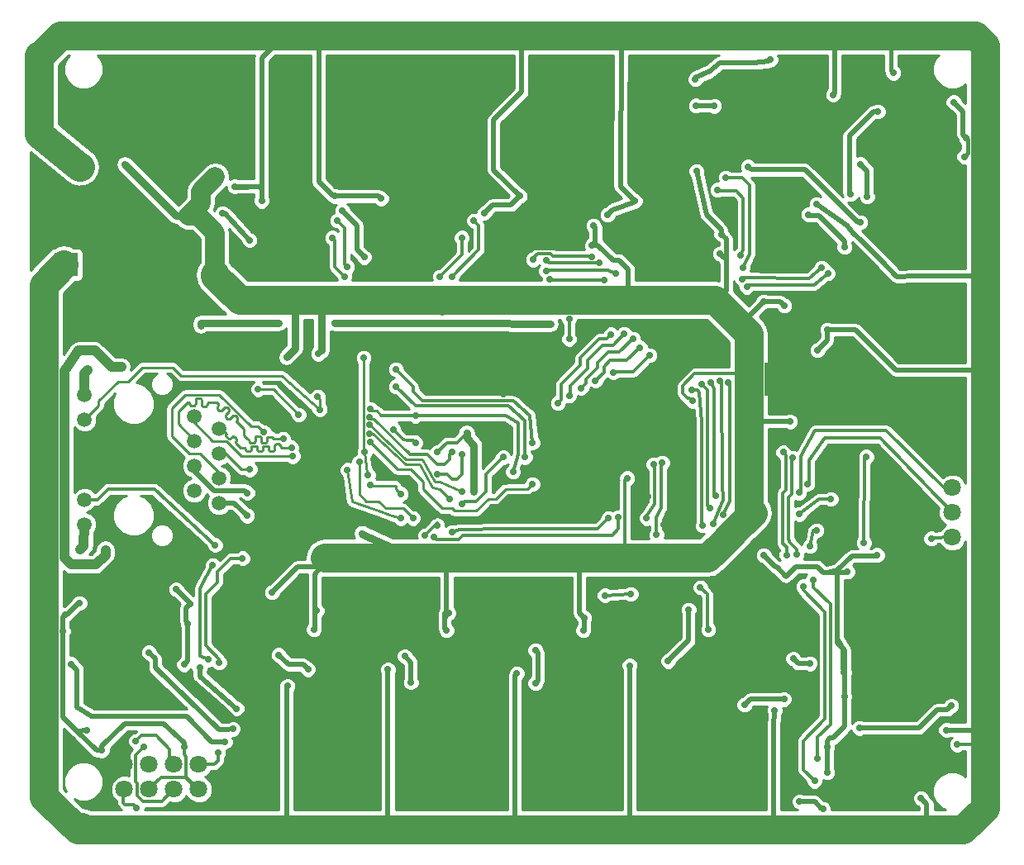
<source format=gbr>
G04 #@! TF.FileFunction,Copper,L2,Bot,Signal*
%FSLAX46Y46*%
G04 Gerber Fmt 4.6, Leading zero omitted, Abs format (unit mm)*
G04 Created by KiCad (PCBNEW 4.0.7) date 03/20/19 16:08:22*
%MOMM*%
%LPD*%
G01*
G04 APERTURE LIST*
%ADD10C,0.050000*%
%ADD11R,3.000000X3.000000*%
%ADD12C,0.300000*%
%ADD13R,3.400000X5.000000*%
%ADD14R,5.000000X3.400000*%
%ADD15C,0.600000*%
%ADD16R,2.499360X2.499360*%
%ADD17C,1.500000*%
%ADD18C,2.500000*%
%ADD19R,2.400000X2.400000*%
%ADD20C,2.400000*%
%ADD21C,1.800000*%
%ADD22C,2.000000*%
%ADD23C,0.700000*%
%ADD24C,0.500000*%
%ADD25C,2.000000*%
%ADD26C,0.250000*%
%ADD27C,0.300000*%
%ADD28C,3.000000*%
%ADD29C,0.600000*%
%ADD30C,0.450000*%
%ADD31C,0.800000*%
%ADD32C,1.000000*%
%ADD33C,0.254000*%
G04 APERTURE END LIST*
D10*
D11*
X152750000Y-75000000D03*
D12*
X152750000Y-77200000D03*
X151650000Y-77200000D03*
X153850000Y-77200000D03*
X153850000Y-72800000D03*
X151650000Y-72800000D03*
X152750000Y-72800000D03*
X152750000Y-73900000D03*
X151650000Y-73900000D03*
X153850000Y-73900000D03*
X153850000Y-76100000D03*
X151650000Y-76100000D03*
X152750000Y-76100000D03*
D13*
X152750000Y-75000000D03*
D12*
X152750000Y-75000000D03*
X151650000Y-75000000D03*
X153850000Y-75000000D03*
D11*
X113250000Y-74500000D03*
D12*
X113250000Y-76700000D03*
X112150000Y-76700000D03*
X114350000Y-76700000D03*
X114350000Y-72300000D03*
X112150000Y-72300000D03*
X113250000Y-72300000D03*
X113250000Y-73400000D03*
X112150000Y-73400000D03*
X114350000Y-73400000D03*
X114350000Y-75600000D03*
X112150000Y-75600000D03*
X113250000Y-75600000D03*
D13*
X113250000Y-74500000D03*
D12*
X113250000Y-74500000D03*
X112150000Y-74500000D03*
X114350000Y-74500000D03*
D11*
X139800000Y-74100000D03*
D12*
X139800000Y-76300000D03*
X138700000Y-76300000D03*
X140900000Y-76300000D03*
X140900000Y-71900000D03*
X138700000Y-71900000D03*
X139800000Y-71900000D03*
X139800000Y-73000000D03*
X138700000Y-73000000D03*
X140900000Y-73000000D03*
X140900000Y-75200000D03*
X138700000Y-75200000D03*
X139800000Y-75200000D03*
D13*
X139800000Y-74100000D03*
D12*
X139800000Y-74100000D03*
X138700000Y-74100000D03*
X140900000Y-74100000D03*
D11*
X126000000Y-74500000D03*
D12*
X126000000Y-76700000D03*
X124900000Y-76700000D03*
X127100000Y-76700000D03*
X127100000Y-72300000D03*
X124900000Y-72300000D03*
X126000000Y-72300000D03*
X126000000Y-73400000D03*
X124900000Y-73400000D03*
X127100000Y-73400000D03*
X127100000Y-75600000D03*
X124900000Y-75600000D03*
X126000000Y-75600000D03*
D13*
X126000000Y-74500000D03*
D12*
X126000000Y-74500000D03*
X124900000Y-74500000D03*
X127100000Y-74500000D03*
D11*
X164250000Y-89750000D03*
D12*
X162050000Y-89750000D03*
X162050000Y-88650000D03*
X162050000Y-90850000D03*
X166450000Y-90850000D03*
X166450000Y-88650000D03*
X166450000Y-89750000D03*
X165350000Y-89750000D03*
X165350000Y-88650000D03*
X165350000Y-90850000D03*
X163150000Y-90850000D03*
X163150000Y-88650000D03*
X163150000Y-89750000D03*
D14*
X164250000Y-89750000D03*
D12*
X164250000Y-89750000D03*
X164250000Y-88650000D03*
X164250000Y-90850000D03*
D11*
X163750000Y-77250000D03*
D12*
X161550000Y-77250000D03*
X161550000Y-76150000D03*
X161550000Y-78350000D03*
X165950000Y-78350000D03*
X165950000Y-76150000D03*
X165950000Y-77250000D03*
X164850000Y-77250000D03*
X164850000Y-76150000D03*
X164850000Y-78350000D03*
X162650000Y-78350000D03*
X162650000Y-76150000D03*
X162650000Y-77250000D03*
D14*
X163750000Y-77250000D03*
D12*
X163750000Y-77250000D03*
X163750000Y-76150000D03*
X163750000Y-78350000D03*
D11*
X178000000Y-65000000D03*
D12*
X178000000Y-67200000D03*
X176900000Y-67200000D03*
X179100000Y-67200000D03*
X179100000Y-62800000D03*
X176900000Y-62800000D03*
X178000000Y-62800000D03*
X178000000Y-63900000D03*
X176900000Y-63900000D03*
X179100000Y-63900000D03*
X179100000Y-66100000D03*
X176900000Y-66100000D03*
X178000000Y-66100000D03*
D13*
X178000000Y-65000000D03*
D12*
X178000000Y-65000000D03*
X176900000Y-65000000D03*
X179100000Y-65000000D03*
D11*
X160950000Y-61570000D03*
D12*
X160950000Y-59370000D03*
X162050000Y-59370000D03*
X159850000Y-59370000D03*
X159850000Y-63770000D03*
X162050000Y-63770000D03*
X160950000Y-63770000D03*
X160950000Y-62670000D03*
X162050000Y-62670000D03*
X159850000Y-62670000D03*
X159850000Y-60470000D03*
X162050000Y-60470000D03*
X160950000Y-60470000D03*
D13*
X160950000Y-61570000D03*
D12*
X160950000Y-61570000D03*
X162050000Y-61570000D03*
X159850000Y-61570000D03*
D11*
X147600000Y-115800000D03*
D12*
X147600000Y-113600000D03*
X148700000Y-113600000D03*
X146500000Y-113600000D03*
X146500000Y-118000000D03*
X148700000Y-118000000D03*
X147600000Y-118000000D03*
X147600000Y-116900000D03*
X148700000Y-116900000D03*
X146500000Y-116900000D03*
X146500000Y-114700000D03*
X148700000Y-114700000D03*
X147600000Y-114700000D03*
D13*
X147600000Y-115800000D03*
D12*
X147600000Y-115800000D03*
X148700000Y-115800000D03*
X146500000Y-115800000D03*
D11*
X160400000Y-115500000D03*
D12*
X160400000Y-113300000D03*
X161500000Y-113300000D03*
X159300000Y-113300000D03*
X159300000Y-117700000D03*
X161500000Y-117700000D03*
X160400000Y-117700000D03*
X160400000Y-116600000D03*
X161500000Y-116600000D03*
X159300000Y-116600000D03*
X159300000Y-114400000D03*
X161500000Y-114400000D03*
X160400000Y-114400000D03*
D13*
X160400000Y-115500000D03*
D12*
X160400000Y-115500000D03*
X161500000Y-115500000D03*
X159300000Y-115500000D03*
D11*
X173025000Y-129975000D03*
D12*
X173025000Y-127775000D03*
X174125000Y-127775000D03*
X171925000Y-127775000D03*
X171925000Y-132175000D03*
X174125000Y-132175000D03*
X173025000Y-132175000D03*
X173025000Y-131075000D03*
X174125000Y-131075000D03*
X171925000Y-131075000D03*
X171925000Y-128875000D03*
X174125000Y-128875000D03*
X173025000Y-128875000D03*
D13*
X173025000Y-129975000D03*
D12*
X173025000Y-129975000D03*
X174125000Y-129975000D03*
X171925000Y-129975000D03*
D11*
X174710000Y-121960000D03*
D12*
X174710000Y-119760000D03*
X175810000Y-119760000D03*
X173610000Y-119760000D03*
X173610000Y-124160000D03*
X175810000Y-124160000D03*
X174710000Y-124160000D03*
X174710000Y-123060000D03*
X175810000Y-123060000D03*
X173610000Y-123060000D03*
X173610000Y-120860000D03*
X175810000Y-120860000D03*
X174710000Y-120860000D03*
D13*
X174710000Y-121960000D03*
D12*
X174710000Y-121960000D03*
X175810000Y-121960000D03*
X173610000Y-121960000D03*
D11*
X107100000Y-114800000D03*
D12*
X107100000Y-112600000D03*
X108200000Y-112600000D03*
X106000000Y-112600000D03*
X106000000Y-117000000D03*
X108200000Y-117000000D03*
X107100000Y-117000000D03*
X107100000Y-115900000D03*
X108200000Y-115900000D03*
X106000000Y-115900000D03*
X106000000Y-113700000D03*
X108200000Y-113700000D03*
X107100000Y-113700000D03*
D13*
X107100000Y-114800000D03*
D12*
X107100000Y-114800000D03*
X108200000Y-114800000D03*
X106000000Y-114800000D03*
D11*
X120300000Y-115300000D03*
D12*
X120300000Y-113100000D03*
X121400000Y-113100000D03*
X119200000Y-113100000D03*
X119200000Y-117500000D03*
X121400000Y-117500000D03*
X120300000Y-117500000D03*
X120300000Y-116400000D03*
X121400000Y-116400000D03*
X119200000Y-116400000D03*
X119200000Y-114200000D03*
X121400000Y-114200000D03*
X120300000Y-114200000D03*
D13*
X120300000Y-115300000D03*
D12*
X120300000Y-115300000D03*
X121400000Y-115300000D03*
X119200000Y-115300000D03*
D11*
X133600000Y-115500000D03*
D12*
X133600000Y-113300000D03*
X134700000Y-113300000D03*
X132500000Y-113300000D03*
X132500000Y-117700000D03*
X134700000Y-117700000D03*
X133600000Y-117700000D03*
X133600000Y-116600000D03*
X134700000Y-116600000D03*
X132500000Y-116600000D03*
X132500000Y-114400000D03*
X134700000Y-114400000D03*
X133600000Y-114400000D03*
D13*
X133600000Y-115500000D03*
D12*
X133600000Y-115500000D03*
X134700000Y-115500000D03*
X132500000Y-115500000D03*
D15*
X117000000Y-96000000D03*
X117762000Y-95238000D03*
X116238000Y-95238000D03*
X117762000Y-96762000D03*
X116238000Y-96762000D03*
D16*
X117000000Y-96000000D03*
D17*
X92100000Y-91375000D03*
X92100000Y-93915000D03*
X92100000Y-102085000D03*
X92100000Y-104625000D03*
X103350000Y-93560000D03*
X103350000Y-98630000D03*
X103350000Y-96100000D03*
X103350000Y-101170000D03*
X105890000Y-94820000D03*
X105890000Y-99900000D03*
X105890000Y-97360000D03*
X105890000Y-102440000D03*
D18*
X91660000Y-62970000D03*
X91660000Y-67970000D03*
D19*
X90250000Y-78000000D03*
D20*
X95250000Y-78000000D03*
D21*
X181000000Y-105950000D03*
X181000000Y-103410000D03*
X181000000Y-98340160D03*
X181000000Y-100880160D03*
X101270000Y-131770000D03*
X103810000Y-131770000D03*
X98730000Y-131770000D03*
X96190000Y-131770000D03*
X96190000Y-129230000D03*
X98730000Y-129230000D03*
X103810000Y-129230000D03*
X101270000Y-129230000D03*
D11*
X94250000Y-115750000D03*
D12*
X94250000Y-113550000D03*
X95350000Y-113550000D03*
X93150000Y-113550000D03*
X93150000Y-117950000D03*
X95350000Y-117950000D03*
X94250000Y-117950000D03*
X94250000Y-116850000D03*
X95350000Y-116850000D03*
X93150000Y-116850000D03*
X93150000Y-114650000D03*
X95350000Y-114650000D03*
X94250000Y-114650000D03*
D13*
X94250000Y-115750000D03*
D12*
X94250000Y-115750000D03*
X95350000Y-115750000D03*
X93150000Y-115750000D03*
D22*
X102750000Y-73000000D03*
X102750000Y-75500000D03*
D23*
X128900000Y-87750000D03*
X136250000Y-85350000D03*
X143250000Y-85700000D03*
X154400000Y-96100000D03*
X152100000Y-94900000D03*
X152200000Y-100000000D03*
X151400000Y-104700000D03*
X149850000Y-101800000D03*
X125250000Y-100000000D03*
X127300000Y-96000000D03*
X135000000Y-91250000D03*
X135250000Y-94750000D03*
X135250000Y-100250000D03*
X140750000Y-100750000D03*
X147000000Y-93750000D03*
X100250000Y-64250000D03*
X125250000Y-94750000D03*
X116200000Y-101350000D03*
X96160000Y-86530000D03*
X116000000Y-91550000D03*
X116200000Y-92850000D03*
X159720000Y-123120000D03*
X163760000Y-122550000D03*
X171580000Y-73680000D03*
X160070000Y-67980000D03*
X172280000Y-71050000D03*
X171610000Y-67730000D03*
X173390000Y-62330000D03*
X170610000Y-70790000D03*
X169960000Y-76220000D03*
X166270000Y-72870000D03*
X171500000Y-125510000D03*
X180910000Y-123230000D03*
X165350000Y-133050000D03*
X167750000Y-133775000D03*
X112450000Y-95850000D03*
X113450000Y-97650000D03*
X168790000Y-60600000D03*
X180370000Y-125700000D03*
X181510000Y-127210000D03*
X177800000Y-132700000D03*
X136400000Y-119900000D03*
X123200000Y-119500000D03*
X112900000Y-121200000D03*
X133100000Y-72700000D03*
X136700000Y-71000000D03*
X145700000Y-72900000D03*
X148500000Y-71500000D03*
X167100000Y-71800000D03*
X168200000Y-84700000D03*
X167200000Y-86800000D03*
X154000000Y-113400000D03*
X151900000Y-118650000D03*
X147950000Y-119100000D03*
X89100000Y-119150000D03*
X166400000Y-118900000D03*
X164700000Y-118400000D03*
X162820000Y-123710000D03*
X122500000Y-71250000D03*
X110250000Y-71500000D03*
X107500000Y-70000000D03*
X117750000Y-71000000D03*
X174960000Y-58360000D03*
X127000000Y-105750000D03*
X105500000Y-106750000D03*
X130750000Y-102500000D03*
X135000000Y-97750000D03*
X128250000Y-104750000D03*
X106250000Y-72750000D03*
X109000000Y-75500000D03*
X138300000Y-120900000D03*
X138300000Y-117550000D03*
X141750000Y-83600000D03*
X141750000Y-85650000D03*
X139850000Y-84100000D03*
X104000000Y-84250000D03*
X112000000Y-84000000D03*
X117750000Y-84000000D03*
X94250000Y-107250000D03*
X95890000Y-88490000D03*
X118500000Y-72500000D03*
X120750000Y-77250000D03*
X114050000Y-93400000D03*
X109900000Y-90800000D03*
X109050000Y-99000000D03*
X108800000Y-101400000D03*
X168575000Y-102025000D03*
X165340000Y-103570000D03*
X156750000Y-101675000D03*
X156300000Y-90100000D03*
X154300000Y-90900000D03*
X155425000Y-104725000D03*
X166420000Y-106860000D03*
X167080000Y-105250000D03*
X156175000Y-103000000D03*
X155300000Y-90300000D03*
X104750000Y-118500000D03*
X105250000Y-108800000D03*
X97450000Y-133675000D03*
X105800000Y-128000000D03*
X105900000Y-118800000D03*
X108300000Y-108100000D03*
X166170000Y-100480000D03*
X165330000Y-101390000D03*
X125550000Y-120800000D03*
X124900000Y-118150000D03*
X107700000Y-123500000D03*
X103900000Y-119300000D03*
X115000000Y-119500000D03*
X112000000Y-118000000D03*
X108750000Y-103750000D03*
X124500000Y-101500000D03*
X130750000Y-97500000D03*
X128250000Y-99500000D03*
X121380000Y-100630000D03*
X130750000Y-101250000D03*
X121300000Y-94450000D03*
X125750000Y-104000000D03*
X120250000Y-98250000D03*
X119050000Y-99050000D03*
X124500000Y-104000000D03*
X126000000Y-93500000D03*
X136000000Y-99250000D03*
X121400000Y-92800000D03*
X124000000Y-90500000D03*
X137250000Y-97750000D03*
X124000000Y-88750000D03*
X138000000Y-96250000D03*
X91694000Y-107188000D03*
X92430000Y-88810000D03*
X159300000Y-77050000D03*
X156950000Y-70350000D03*
X168250000Y-78900000D03*
X159950000Y-80300000D03*
X147400000Y-85100000D03*
X141750000Y-91450000D03*
X167600000Y-78350000D03*
X159475000Y-79475000D03*
X146050000Y-85150000D03*
X140600000Y-92200000D03*
X157800000Y-69100000D03*
X159550000Y-78350000D03*
X149000000Y-86500000D03*
X144450000Y-89900000D03*
X150000000Y-87300000D03*
X146300000Y-89050000D03*
X132000000Y-73500000D03*
X129750000Y-79250000D03*
X130750000Y-75250000D03*
X128500000Y-79250000D03*
X118750000Y-79250000D03*
X117500000Y-75250000D03*
X118000000Y-73500000D03*
X119000000Y-78250000D03*
X138050000Y-77500000D03*
X144050000Y-77200000D03*
X146550000Y-78900000D03*
X139400000Y-78650000D03*
X144800000Y-77800000D03*
X139400000Y-77550000D03*
X139750000Y-79550000D03*
X145300000Y-79600000D03*
X148300000Y-85600000D03*
X143000000Y-90650000D03*
X110500000Y-95200000D03*
X113300000Y-96750000D03*
X154740000Y-61710000D03*
X156610000Y-61750000D03*
X181140000Y-61360000D03*
X169950000Y-122290000D03*
X169910000Y-119840000D03*
X168190000Y-130070000D03*
X168170000Y-127460000D03*
X173300000Y-107775000D03*
X170275000Y-109475000D03*
X159450000Y-105350000D03*
X161700000Y-107800000D03*
X161175000Y-100725000D03*
X178850000Y-106075000D03*
X147425000Y-107700000D03*
X147700000Y-99900000D03*
X154790000Y-68430000D03*
X154690000Y-59030000D03*
X162400000Y-57000000D03*
X163800000Y-82200000D03*
X161700000Y-81800000D03*
X164400000Y-94100000D03*
X161400000Y-94100000D03*
X92300000Y-125750000D03*
X102300000Y-127400000D03*
X93900000Y-127800000D03*
X134850000Y-107050000D03*
X144250000Y-74000000D03*
X144100000Y-76050000D03*
X128750000Y-82700000D03*
X130000000Y-80800000D03*
X157200000Y-76900000D03*
X157350000Y-74900000D03*
X144500000Y-80750000D03*
X154400000Y-92000000D03*
X101500000Y-111300000D03*
X91600000Y-112700000D03*
X89900000Y-115600000D03*
X90100000Y-113900000D03*
X102300000Y-119000000D03*
X102700000Y-114800000D03*
X102900000Y-112800000D03*
X111300000Y-111600000D03*
X115600000Y-115400000D03*
X115900000Y-113500000D03*
X143200000Y-115500000D03*
X143300000Y-114200000D03*
X129200000Y-115500000D03*
X129400000Y-113700000D03*
X155200000Y-111100000D03*
X156000000Y-115400000D03*
X155960000Y-108080000D03*
X120550000Y-105550000D03*
X140000000Y-107250000D03*
X128250000Y-97250000D03*
X131750000Y-107250000D03*
X132000000Y-101250000D03*
X131250000Y-95250000D03*
X120000000Y-82500000D03*
X133000000Y-82500000D03*
X117750000Y-80750000D03*
X96250000Y-67750000D03*
X182450000Y-65040000D03*
X182220000Y-66940000D03*
X112800000Y-87500000D03*
X121158000Y-99568000D03*
X120800000Y-97250000D03*
X120700000Y-87575000D03*
X116050000Y-87150000D03*
X106170000Y-81140000D03*
X105500000Y-69000000D03*
X98175000Y-127450000D03*
X97375000Y-126850000D03*
X98700000Y-117750000D03*
X107300000Y-125600000D03*
X90750000Y-118950000D03*
X106500000Y-126900000D03*
X145800000Y-104000000D03*
X129794000Y-105410000D03*
X127875000Y-105925000D03*
X146812000Y-103886000D03*
X129750000Y-97250000D03*
X121300000Y-93650000D03*
X164020000Y-107750000D03*
X163680000Y-97250000D03*
X164650000Y-97800000D03*
X165060000Y-107730000D03*
X171950000Y-106500000D03*
X172200000Y-97700000D03*
X158000000Y-90100000D03*
X157550000Y-103650000D03*
X166760000Y-110320000D03*
X167170000Y-128640000D03*
X166890000Y-130940000D03*
X165750000Y-110990000D03*
X156525000Y-104600000D03*
X157200000Y-89900000D03*
X150700000Y-105700000D03*
X151300000Y-98300000D03*
X149700000Y-104000000D03*
X150400000Y-98500000D03*
X145400000Y-111900000D03*
X148082000Y-111760000D03*
X129500000Y-102000000D03*
X121300000Y-95350000D03*
X126000000Y-96250000D03*
X123750000Y-94900000D03*
X138000000Y-100500000D03*
X121390333Y-96220364D03*
D24*
X120500000Y-115100000D02*
X120300000Y-115300000D01*
X119100000Y-117800000D02*
X120300000Y-115300000D01*
X120000000Y-115000000D02*
X120300000Y-115300000D01*
D25*
X102750000Y-75500000D02*
X98500000Y-75500000D01*
X98500000Y-75500000D02*
X96000000Y-78000000D01*
D26*
X125250000Y-94750000D02*
X125350000Y-94850000D01*
X116200000Y-92850000D02*
X116200000Y-91750000D01*
X116200000Y-91750000D02*
X116000000Y-91550000D01*
X93550000Y-92465000D02*
X92100000Y-93915000D01*
X93550000Y-92000000D02*
X93550000Y-92465000D01*
X95550000Y-90000000D02*
X93550000Y-92000000D01*
X96600000Y-90000000D02*
X95550000Y-90000000D01*
X98050000Y-88550000D02*
X96600000Y-90000000D01*
X101150000Y-88550000D02*
X98050000Y-88550000D01*
X102000000Y-89400000D02*
X101150000Y-88550000D01*
X112350000Y-89400000D02*
X102000000Y-89400000D01*
X116200000Y-92850000D02*
X112350000Y-89400000D01*
D24*
X163760000Y-122550000D02*
X160290000Y-122550000D01*
X160290000Y-122550000D02*
X159720000Y-123120000D01*
X171300000Y-73680000D02*
X171580000Y-73680000D01*
X165910000Y-68290000D02*
X171300000Y-73680000D01*
X160380000Y-68290000D02*
X165910000Y-68290000D01*
X160070000Y-67980000D02*
X160380000Y-68290000D01*
X172280000Y-68400000D02*
X172280000Y-71050000D01*
X171610000Y-67730000D02*
X172280000Y-68400000D01*
X172940000Y-62330000D02*
X173390000Y-62330000D01*
X170460000Y-64810000D02*
X172940000Y-62330000D01*
X170460000Y-70640000D02*
X170460000Y-64810000D01*
X170610000Y-70790000D02*
X170460000Y-70640000D01*
X169960000Y-75640000D02*
X169960000Y-76220000D01*
X167330000Y-73010000D02*
X169960000Y-75640000D01*
X166410000Y-73010000D02*
X167330000Y-73010000D01*
X166270000Y-72870000D02*
X166410000Y-73010000D01*
X177560000Y-125510000D02*
X171500000Y-125510000D01*
X179440000Y-123630000D02*
X177560000Y-125510000D01*
X180510000Y-123630000D02*
X179440000Y-123630000D01*
X180910000Y-123230000D02*
X180510000Y-123630000D01*
X167750000Y-133775000D02*
X167650000Y-133775000D01*
X166925000Y-133050000D02*
X165350000Y-133050000D01*
X167650000Y-133775000D02*
X166925000Y-133050000D01*
D26*
X103350000Y-96100000D02*
X103350000Y-96000000D01*
X106140937Y-92979940D02*
X106180329Y-92948527D01*
X107685804Y-94042622D02*
X107685804Y-94081810D01*
X102700000Y-92100000D02*
X102738941Y-92104387D01*
X104075000Y-92325000D02*
X104080641Y-92375067D01*
X103350000Y-96000000D02*
X101700000Y-94350000D01*
X107711526Y-94155322D02*
X107735960Y-94185960D01*
X105996038Y-93013013D02*
X106046422Y-93013013D01*
X109587378Y-95670765D02*
X109602271Y-95647064D01*
X110775000Y-95750000D02*
X110777507Y-95727748D01*
X102974070Y-92432669D02*
X103011058Y-92445612D01*
X103050000Y-92450000D02*
X103300000Y-92450000D01*
X101700000Y-94350000D02*
X101700000Y-93100000D01*
X104031366Y-91775303D02*
X104055193Y-91813224D01*
X101700000Y-93100000D02*
X102700000Y-92100000D01*
X106180329Y-92948527D02*
X106463171Y-92665684D01*
X102738941Y-92104387D02*
X102775929Y-92117330D01*
X106937589Y-92985796D02*
X106928870Y-93024002D01*
X108847623Y-95872282D02*
X108890285Y-95899087D01*
X111365096Y-95706612D02*
X111372492Y-95727748D01*
X105809339Y-92290851D02*
X105820551Y-92339972D01*
X102775929Y-92117330D02*
X102809110Y-92138179D01*
X110796816Y-95687652D02*
X110812651Y-95671817D01*
X110831611Y-95659904D02*
X110852747Y-95652508D01*
X106750047Y-93828466D02*
X106795442Y-93850327D01*
X103550302Y-91743634D02*
X103588223Y-91719807D01*
X102809110Y-92138179D02*
X102836820Y-92165889D01*
X104697282Y-92227376D02*
X104724087Y-92184714D01*
X105691578Y-92658170D02*
X105691578Y-92708554D01*
X102836820Y-92165889D02*
X102857669Y-92199070D01*
X106463171Y-92665684D02*
X106493808Y-92641250D01*
X102857669Y-92199070D02*
X102870612Y-92236058D01*
X104590285Y-92500912D02*
X104625912Y-92465285D01*
X106573177Y-93651595D02*
X106604590Y-93690987D01*
X105756065Y-92842461D02*
X105862131Y-92948527D01*
X102879387Y-92313941D02*
X102892330Y-92350929D01*
X104669358Y-92375067D02*
X104680641Y-92274932D01*
X102870612Y-92236058D02*
X102879387Y-92313941D01*
X106095542Y-93001801D02*
X106140937Y-92979940D01*
X102913179Y-92384110D02*
X102940889Y-92411820D01*
X103436820Y-92384110D02*
X103457669Y-92350929D01*
X102892330Y-92350929D02*
X102913179Y-92384110D01*
X103875000Y-91700000D02*
X103919504Y-91705015D01*
X109525912Y-96215285D02*
X109552717Y-96172623D01*
X104249932Y-92544358D02*
X104300000Y-92550000D01*
X109350000Y-96300000D02*
X109400067Y-96294358D01*
X102940889Y-92411820D02*
X102974070Y-92432669D01*
X103470612Y-92313941D02*
X103475000Y-92275000D01*
X103011058Y-92445612D02*
X103050000Y-92450000D01*
X106604590Y-93372789D02*
X106573177Y-93412180D01*
X104450000Y-92550000D02*
X104500067Y-92544358D01*
X103300000Y-92450000D02*
X103338941Y-92445612D01*
X103338941Y-92445612D02*
X103375929Y-92432669D01*
X103375929Y-92432669D02*
X103409110Y-92411820D01*
X104802376Y-92122282D02*
X104849932Y-92105641D01*
X107777396Y-93756930D02*
X107786115Y-93795134D01*
X104124087Y-92465285D02*
X104159714Y-92500912D01*
X103518633Y-91775303D02*
X103550302Y-91743634D01*
X104055193Y-91813224D02*
X104069985Y-91855496D01*
X103409110Y-92411820D02*
X103436820Y-92384110D01*
X104080641Y-92375067D02*
X104097282Y-92422623D01*
X105862131Y-92948527D02*
X105901522Y-92979940D01*
X110175000Y-95725000D02*
X110175000Y-96075000D01*
X103475000Y-91900000D02*
X103480014Y-91855496D01*
X108969358Y-96024932D02*
X108980641Y-96125067D01*
X103480014Y-91855496D02*
X103494806Y-91813224D01*
X103457669Y-92350929D02*
X103470612Y-92313941D01*
X106710656Y-93797053D02*
X106750047Y-93828466D01*
X106937589Y-92946608D02*
X106937589Y-92985796D01*
X105691578Y-92708554D02*
X105702790Y-92757674D01*
X110550000Y-96300000D02*
X110600067Y-96294358D01*
X103475000Y-92275000D02*
X103475000Y-91900000D01*
X103919504Y-91705015D02*
X103961776Y-91719807D01*
X106887433Y-93089946D02*
X106604590Y-93372789D01*
X103494806Y-91813224D02*
X103518633Y-91775303D01*
X104680641Y-92274932D02*
X104697282Y-92227376D01*
X104724087Y-92184714D02*
X104759714Y-92149087D01*
X103588223Y-91719807D02*
X103630495Y-91705015D01*
X109102376Y-96277717D02*
X109149932Y-96294358D01*
X103630495Y-91705015D02*
X103675000Y-91700000D01*
X111337348Y-95671817D02*
X111353183Y-95687652D01*
X103675000Y-91700000D02*
X103875000Y-91700000D01*
X109578134Y-95697185D02*
X109587378Y-95670765D01*
X105756065Y-92206065D02*
X105787478Y-92245456D01*
X111452747Y-95847493D02*
X111475000Y-95850000D01*
X103961776Y-91719807D02*
X103999697Y-91743634D01*
X108952717Y-95977376D02*
X108969358Y-96024932D01*
X104547623Y-92527717D02*
X104590285Y-92500912D01*
X109645764Y-95612379D02*
X109672184Y-95603135D01*
X103999697Y-91743634D02*
X104031366Y-91775303D01*
X106540104Y-93506696D02*
X106540104Y-93557080D01*
X104069985Y-91855496D02*
X104075000Y-91900000D01*
X104075000Y-91900000D02*
X104075000Y-92325000D01*
X104097282Y-92422623D02*
X104124087Y-92465285D01*
X107559183Y-93514208D02*
X107735959Y-93690984D01*
X104159714Y-92500912D02*
X104202376Y-92527717D01*
X107311697Y-93514210D02*
X107342334Y-93489776D01*
X104202376Y-92527717D02*
X104249932Y-92544358D01*
X104300000Y-92550000D02*
X104450000Y-92550000D01*
X106887433Y-92842458D02*
X106911867Y-92873097D01*
X104652717Y-92422623D02*
X104669358Y-92375067D01*
X104500067Y-92544358D02*
X104547623Y-92527717D01*
X104625912Y-92465285D02*
X104652717Y-92422623D01*
X105650000Y-92100000D02*
X105756065Y-92206065D01*
X104759714Y-92149087D02*
X104802376Y-92122282D01*
X106795442Y-93850327D02*
X106844563Y-93861539D01*
X106928870Y-93024002D02*
X106911866Y-93059307D01*
X106551316Y-93457575D02*
X106540104Y-93506696D01*
X104849932Y-92105641D02*
X104900000Y-92100000D01*
X104900000Y-92100000D02*
X105650000Y-92100000D01*
X106493808Y-92641250D02*
X106529115Y-92624247D01*
X107735959Y-93690984D02*
X107760393Y-93721623D01*
X105787478Y-92245456D02*
X105809339Y-92290851D01*
X109552717Y-96172623D02*
X109569358Y-96125067D01*
X105820551Y-92339972D02*
X105820551Y-92390356D01*
X105820551Y-92390356D02*
X105809339Y-92439476D01*
X110769358Y-96125067D02*
X110775000Y-96075000D01*
X105809339Y-92439476D02*
X105787478Y-92484871D01*
X111353183Y-95687652D02*
X111365096Y-95706612D01*
X106540104Y-93557080D02*
X106551316Y-93606200D01*
X105787478Y-92484871D02*
X105724651Y-92563654D01*
X108750000Y-95850000D02*
X108800067Y-95855641D01*
X109490285Y-96250912D02*
X109525912Y-96215285D01*
X107342334Y-93489776D02*
X107377641Y-93472773D01*
X107528544Y-93489775D02*
X107559183Y-93514208D01*
X105724651Y-92563654D02*
X105702790Y-92609049D01*
X110647623Y-96277717D02*
X110690285Y-96250912D01*
X105702790Y-92609049D02*
X105691578Y-92658170D01*
X105702790Y-92757674D02*
X105724651Y-92803069D01*
X110784903Y-95706612D02*
X110796816Y-95687652D01*
X105724651Y-92803069D02*
X105756065Y-92842461D01*
X108800067Y-95855641D02*
X108847623Y-95872282D01*
X106644713Y-92624247D02*
X106680018Y-92641249D01*
X105901522Y-92979940D02*
X105946917Y-93001801D01*
X108890285Y-95899087D02*
X108925912Y-95934714D01*
X107493239Y-93472773D02*
X107528544Y-93489775D01*
X107777396Y-93872528D02*
X107760392Y-93907833D01*
X105946917Y-93001801D02*
X105996038Y-93013013D01*
X106046422Y-93013013D02*
X106095542Y-93001801D01*
X108400000Y-94850000D02*
X108400000Y-95500000D01*
X106529115Y-92624247D02*
X106567319Y-92615526D01*
X106567319Y-92615526D02*
X106606507Y-92615526D01*
X109059714Y-96250912D02*
X109102376Y-96277717D01*
X106606507Y-92615526D02*
X106644713Y-92624247D01*
X106680018Y-92641249D02*
X106710657Y-92665682D01*
X106551316Y-93606200D02*
X106573177Y-93651595D01*
X111318388Y-95659904D02*
X111337348Y-95671817D01*
X106710657Y-92665682D02*
X106887433Y-92842458D01*
X106911867Y-92873097D02*
X106928870Y-92908404D01*
X106928870Y-92908404D02*
X106937589Y-92946608D01*
X107685804Y-94081810D02*
X107694523Y-94120014D01*
X107415845Y-93464052D02*
X107455033Y-93464052D01*
X106911866Y-93059307D02*
X106887433Y-93089946D01*
X106573177Y-93412180D02*
X106551316Y-93457575D01*
X109569358Y-96125067D02*
X109575000Y-96075000D01*
X106604590Y-93690987D02*
X106710656Y-93797053D01*
X111396816Y-95812349D02*
X111412651Y-95828184D01*
X106844563Y-93861539D02*
X106894947Y-93861539D01*
X110104235Y-95612379D02*
X110127936Y-95627272D01*
X106894947Y-93861539D02*
X106944067Y-93850327D01*
X106944067Y-93850327D02*
X106989462Y-93828466D01*
X106989462Y-93828466D02*
X107028854Y-93797053D01*
X107028854Y-93797053D02*
X107311697Y-93514210D01*
X107377641Y-93472773D02*
X107415845Y-93464052D01*
X107455033Y-93464052D02*
X107493239Y-93472773D01*
X107760393Y-93721623D02*
X107777396Y-93756930D01*
X107786115Y-93795134D02*
X107786115Y-93834322D01*
X107786115Y-93834322D02*
X107777396Y-93872528D01*
X109200000Y-96300000D02*
X109350000Y-96300000D01*
X107760392Y-93907833D02*
X107711525Y-93969110D01*
X110077815Y-95603135D02*
X110104235Y-95612379D01*
X107711525Y-93969110D02*
X107694523Y-94004416D01*
X107694523Y-94004416D02*
X107685804Y-94042622D01*
X110752717Y-96172623D02*
X110769358Y-96125067D01*
X110875000Y-95650000D02*
X111275000Y-95650000D01*
X111475000Y-95850000D02*
X112169364Y-95850000D01*
X107694523Y-94120014D02*
X107711526Y-94155322D01*
X107735960Y-94185960D02*
X108400000Y-94850000D01*
X108400000Y-95500000D02*
X108750000Y-95850000D01*
X110127936Y-95627272D02*
X110147728Y-95647064D01*
X108925912Y-95934714D02*
X108952717Y-95977376D01*
X108980641Y-96125067D02*
X108997282Y-96172623D01*
X108997282Y-96172623D02*
X109024087Y-96215285D01*
X109400067Y-96294358D02*
X109447623Y-96277717D01*
X109024087Y-96215285D02*
X109059714Y-96250912D01*
X109149932Y-96294358D02*
X109200000Y-96300000D01*
X109447623Y-96277717D02*
X109490285Y-96250912D01*
X109575000Y-96075000D02*
X109575000Y-95725000D01*
X110259714Y-96250912D02*
X110302376Y-96277717D01*
X109575000Y-95725000D02*
X109578134Y-95697185D01*
X109602271Y-95647064D02*
X109622063Y-95627272D01*
X109622063Y-95627272D02*
X109645764Y-95612379D01*
X109672184Y-95603135D02*
X109700000Y-95600000D01*
X109700000Y-95600000D02*
X110050000Y-95600000D01*
X111297252Y-95652508D02*
X111318388Y-95659904D01*
X110050000Y-95600000D02*
X110077815Y-95603135D01*
X110147728Y-95647064D02*
X110162621Y-95670765D01*
X110162621Y-95670765D02*
X110171865Y-95697185D01*
X110171865Y-95697185D02*
X110175000Y-95725000D01*
X110180641Y-96125067D02*
X110197282Y-96172623D01*
X110175000Y-96075000D02*
X110180641Y-96125067D01*
X110197282Y-96172623D02*
X110224087Y-96215285D01*
X110777507Y-95727748D02*
X110784903Y-95706612D01*
X112169364Y-95850000D02*
X112450000Y-95850000D01*
X110224087Y-96215285D02*
X110259714Y-96250912D01*
X110302376Y-96277717D02*
X110349932Y-96294358D01*
X110349932Y-96294358D02*
X110400000Y-96300000D01*
X110400000Y-96300000D02*
X110550000Y-96300000D01*
X111372492Y-95727748D02*
X111377507Y-95772253D01*
X110600067Y-96294358D02*
X110647623Y-96277717D01*
X110690285Y-96250912D02*
X110725912Y-96215285D01*
X111431611Y-95840097D02*
X111452747Y-95847493D01*
X110725912Y-96215285D02*
X110752717Y-96172623D01*
X110775000Y-96075000D02*
X110775000Y-95750000D01*
X110812651Y-95671817D02*
X110831611Y-95659904D01*
X110852747Y-95652508D02*
X110875000Y-95650000D01*
X111377507Y-95772253D02*
X111384903Y-95793389D01*
X111384903Y-95793389D02*
X111396816Y-95812349D01*
X111275000Y-95650000D02*
X111297252Y-95652508D01*
X111412651Y-95828184D02*
X111431611Y-95840097D01*
X103350000Y-96100000D02*
X103350000Y-96700000D01*
X103350000Y-93560000D02*
X103350000Y-94200000D01*
X103350000Y-94200000D02*
X105250000Y-96100000D01*
X108200000Y-97650000D02*
X113450000Y-97650000D01*
X106650000Y-96100000D02*
X108200000Y-97650000D01*
X105250000Y-96100000D02*
X106650000Y-96100000D01*
D24*
X110250000Y-70260000D02*
X110250000Y-56860000D01*
X110250000Y-56860000D02*
X112600000Y-54510000D01*
X110250000Y-71500000D02*
X110250000Y-70260000D01*
X109990000Y-70000000D02*
X108750000Y-70000000D01*
X110250000Y-70260000D02*
X109990000Y-70000000D01*
X117750000Y-71000000D02*
X122250000Y-71000000D01*
X122250000Y-71000000D02*
X122500000Y-71250000D01*
X117750000Y-71000000D02*
X117560000Y-71000000D01*
X116090000Y-69530000D02*
X116090000Y-54510000D01*
X117560000Y-71000000D02*
X116090000Y-69530000D01*
X168950000Y-60440000D02*
X168950000Y-54510000D01*
X168790000Y-60600000D02*
X168950000Y-60440000D01*
X180370000Y-125700000D02*
X184000000Y-125700000D01*
X184000000Y-125700000D02*
X184400000Y-125300000D01*
D27*
X181530000Y-127190000D02*
X184400000Y-127190000D01*
X181510000Y-127210000D02*
X181530000Y-127190000D01*
D24*
X178400000Y-133300000D02*
X178400000Y-135930000D01*
X177800000Y-132700000D02*
X178400000Y-133300000D01*
X147950000Y-119100000D02*
X147950000Y-135630000D01*
X147950000Y-135630000D02*
X148250000Y-135930000D01*
X136200000Y-120100000D02*
X136200000Y-135930000D01*
X136400000Y-119900000D02*
X136200000Y-120100000D01*
X123200000Y-119500000D02*
X123200000Y-135930000D01*
X123200000Y-135930000D02*
X123200000Y-135500000D01*
X123200000Y-135500000D02*
X123200000Y-135930000D01*
X112800000Y-121300000D02*
X112800000Y-135930000D01*
X112900000Y-121200000D02*
X112800000Y-121300000D01*
X165900000Y-55100000D02*
X165900000Y-54510000D01*
X165900000Y-54510000D02*
X165900000Y-55100000D01*
X165900000Y-55100000D02*
X165900000Y-54510000D01*
D28*
X169430000Y-54510000D02*
X168950000Y-54510000D01*
X168950000Y-54510000D02*
X165900000Y-54510000D01*
X165900000Y-54510000D02*
X151210000Y-54510000D01*
D24*
X168200000Y-84700000D02*
X171100000Y-84700000D01*
X175200000Y-88800000D02*
X184400000Y-88800000D01*
X171100000Y-84700000D02*
X175200000Y-88800000D01*
X133900000Y-135930000D02*
X134300000Y-135400000D01*
X134300000Y-135400000D02*
X133900000Y-135930000D01*
X133100000Y-72700000D02*
X133900000Y-71900000D01*
X133900000Y-71900000D02*
X135800000Y-71900000D01*
X135800000Y-71900000D02*
X136700000Y-71000000D01*
X136900000Y-60300000D02*
X136900000Y-54510000D01*
X134000000Y-63200000D02*
X136900000Y-60300000D01*
X134000000Y-68300000D02*
X134000000Y-63200000D01*
X136700000Y-71000000D02*
X134000000Y-68300000D01*
X148400000Y-71600000D02*
X148500000Y-71500000D01*
X146200000Y-72400000D02*
X148400000Y-71600000D01*
X145700000Y-72900000D02*
X146200000Y-72400000D01*
X148500000Y-71500000D02*
X147000000Y-70000000D01*
X147000000Y-70000000D02*
X147100000Y-54510000D01*
X170790000Y-74740000D02*
X171725000Y-75585000D01*
X177100000Y-79200000D02*
X184400000Y-79200000D01*
X175300000Y-79250000D02*
X177100000Y-79200000D01*
X173725000Y-77585000D02*
X175300000Y-79250000D01*
X171725000Y-75585000D02*
X173725000Y-77585000D01*
X170200000Y-74000000D02*
X170790000Y-74740000D01*
X167100000Y-71800000D02*
X170200000Y-74000000D01*
X168200000Y-85800000D02*
X168200000Y-84700000D01*
X167200000Y-86800000D02*
X168200000Y-85800000D01*
X154000000Y-116550000D02*
X154000000Y-113400000D01*
X151900000Y-118650000D02*
X154000000Y-116550000D01*
X152350000Y-135600000D02*
X152350000Y-135930000D01*
X152350000Y-135930000D02*
X152350000Y-135600000D01*
X152350000Y-135600000D02*
X152350000Y-135930000D01*
X124450000Y-135300000D02*
X124450000Y-135930000D01*
X124450000Y-135930000D02*
X124450000Y-135300000D01*
X124450000Y-135300000D02*
X124450000Y-135930000D01*
X89000000Y-119250000D02*
X87910000Y-119250000D01*
X89100000Y-119150000D02*
X89000000Y-119250000D01*
X166400000Y-118900000D02*
X166500000Y-118900000D01*
X165200000Y-118900000D02*
X166500000Y-118900000D01*
X164700000Y-118400000D02*
X165200000Y-118900000D01*
X162700000Y-125500000D02*
X162700000Y-135930000D01*
X162820000Y-123710000D02*
X162700000Y-125500000D01*
D29*
X108750000Y-70000000D02*
X107500000Y-70000000D01*
D28*
X110236000Y-135930000D02*
X100076000Y-135930000D01*
X100076000Y-135930000D02*
X92120000Y-135930000D01*
X112800000Y-135930000D02*
X110236000Y-135930000D01*
X115150000Y-135930000D02*
X112800000Y-135930000D01*
X123200000Y-135930000D02*
X121158000Y-135930000D01*
X121158000Y-135930000D02*
X115150000Y-135930000D01*
X92120000Y-135930000D02*
X91390000Y-135930000D01*
X91390000Y-135930000D02*
X87910000Y-132600000D01*
X92120000Y-135930000D02*
X91840000Y-135650000D01*
X87910000Y-132600000D02*
X87910000Y-119250000D01*
X87910000Y-119250000D02*
X87910000Y-80090000D01*
X124450000Y-135930000D02*
X123200000Y-135930000D01*
X130048000Y-135930000D02*
X124450000Y-135930000D01*
X135340000Y-135930000D02*
X134300000Y-135930000D01*
X136200000Y-135930000D02*
X135340000Y-135930000D01*
X134300000Y-135930000D02*
X130048000Y-135930000D01*
X143200000Y-135930000D02*
X136200000Y-135930000D01*
X182070000Y-135930000D02*
X178400000Y-135930000D01*
X178400000Y-135930000D02*
X166450000Y-135930000D01*
X184400000Y-108740000D02*
X184400000Y-115500000D01*
X184400000Y-115500000D02*
X184400000Y-119160000D01*
X184400000Y-119160000D02*
X184400000Y-125300000D01*
X184400000Y-88800000D02*
X184400000Y-98600000D01*
X184400000Y-98600000D02*
X184400000Y-108740000D01*
X184400000Y-125300000D02*
X184400000Y-127190000D01*
X184400000Y-127190000D02*
X184400000Y-133670000D01*
X184400000Y-133670000D02*
X182070000Y-135930000D01*
X166450000Y-135930000D02*
X162700000Y-135930000D01*
X162700000Y-135930000D02*
X157734000Y-135930000D01*
X157734000Y-135930000D02*
X152350000Y-135930000D01*
X152350000Y-135930000D02*
X148250000Y-135930000D01*
X148250000Y-135930000D02*
X143200000Y-135930000D01*
X184400000Y-79175000D02*
X184400000Y-79200000D01*
X184400000Y-79200000D02*
X184400000Y-88800000D01*
D30*
X174730000Y-58130000D02*
X174730000Y-54510000D01*
X174960000Y-58360000D02*
X174730000Y-58130000D01*
X184050000Y-79175000D02*
X184400000Y-79175000D01*
X184400000Y-79175000D02*
X184050000Y-79175000D01*
X184050000Y-79175000D02*
X184400000Y-79175000D01*
D28*
X87450000Y-56610000D02*
X87560000Y-56610000D01*
X87450000Y-64590000D02*
X87450000Y-56610000D01*
X91600000Y-67970000D02*
X87450000Y-64590000D01*
X184400000Y-55580000D02*
X183330000Y-54510000D01*
X184400000Y-55580000D02*
X184400000Y-55620000D01*
X183330000Y-54510000D02*
X174730000Y-54510000D01*
X174730000Y-54510000D02*
X169430000Y-54510000D01*
X151210000Y-54510000D02*
X147100000Y-54510000D01*
X147100000Y-54510000D02*
X138500000Y-54510000D01*
X138500000Y-54510000D02*
X136900000Y-54510000D01*
X136900000Y-54510000D02*
X128400000Y-54510000D01*
X128400000Y-54510000D02*
X117900000Y-54510000D01*
X117900000Y-54510000D02*
X116090000Y-54510000D01*
X116090000Y-54510000D02*
X112600000Y-54510000D01*
X112600000Y-54510000D02*
X108500000Y-54510000D01*
X108500000Y-54510000D02*
X92650000Y-54510000D01*
X89660000Y-54510000D02*
X92650000Y-54510000D01*
X87560000Y-56610000D02*
X89660000Y-54510000D01*
X91660000Y-67970000D02*
X91600000Y-67970000D01*
X184400000Y-55620000D02*
X184400000Y-73900000D01*
X184400000Y-73900000D02*
X184400000Y-79175000D01*
X184400000Y-55620000D02*
X184400000Y-55620000D01*
X87910000Y-80090000D02*
X90000000Y-78000000D01*
D27*
X127000000Y-105750000D02*
X128250000Y-104500000D01*
X92100000Y-102085000D02*
X93415000Y-102085000D01*
X99250000Y-101000000D02*
X105500000Y-106750000D01*
X94500000Y-101000000D02*
X99250000Y-101000000D01*
X93415000Y-102085000D02*
X94500000Y-101000000D01*
X133250000Y-101000000D02*
X133250000Y-101250000D01*
X131000000Y-102250000D02*
X130750000Y-102500000D01*
X132250000Y-102250000D02*
X131000000Y-102250000D01*
X133250000Y-101250000D02*
X132250000Y-102250000D01*
X133250000Y-99500000D02*
X135000000Y-97750000D01*
X133250000Y-101000000D02*
X133250000Y-99500000D01*
X128250000Y-104750000D02*
X128125000Y-104625000D01*
X128125000Y-104625000D02*
X128250000Y-104750000D01*
D24*
X106500000Y-72750000D02*
X106250000Y-72750000D01*
X109000000Y-75500000D02*
X106500000Y-72750000D01*
X138550000Y-120500000D02*
X138550000Y-120650000D01*
X138550000Y-120650000D02*
X138300000Y-120900000D01*
X138550000Y-117800000D02*
X138550000Y-120500000D01*
X138300000Y-117550000D02*
X138550000Y-117800000D01*
D27*
X141750000Y-85650000D02*
X141750000Y-83600000D01*
D31*
X139800000Y-84050000D02*
X131650000Y-84000000D01*
X139850000Y-84100000D02*
X139800000Y-84050000D01*
X131650000Y-84000000D02*
X117750000Y-84000000D01*
X104000000Y-84000000D02*
X104000000Y-84250000D01*
X112000000Y-84000000D02*
X104000000Y-84000000D01*
D32*
X90750000Y-108750000D02*
X93250000Y-108750000D01*
X93250000Y-108750000D02*
X94250000Y-107750000D01*
X94250000Y-107750000D02*
X94250000Y-107250000D01*
X90020000Y-107750000D02*
X90020000Y-108020000D01*
X90020000Y-108020000D02*
X90750000Y-108750000D01*
X90020000Y-107750000D02*
X90020000Y-88880000D01*
X90020000Y-88880000D02*
X91500000Y-86810000D01*
X91500000Y-86810000D02*
X93180000Y-86810000D01*
X93180000Y-86810000D02*
X94860000Y-88490000D01*
X94860000Y-88490000D02*
X95890000Y-88490000D01*
D24*
X118500000Y-72500000D02*
X120000000Y-74000000D01*
X120000000Y-74000000D02*
X120000000Y-76500000D01*
X120000000Y-76500000D02*
X120750000Y-77250000D01*
D26*
X114050000Y-93400000D02*
X111450000Y-90800000D01*
X111450000Y-90800000D02*
X109900000Y-90800000D01*
X105890000Y-97360000D02*
X106560000Y-97360000D01*
X106560000Y-97360000D02*
X108200000Y-99000000D01*
X108200000Y-99000000D02*
X109050000Y-99000000D01*
D24*
X103350000Y-98630000D02*
X103350000Y-99150000D01*
X103350000Y-99150000D02*
X105350000Y-101150000D01*
X105350000Y-101150000D02*
X108550000Y-101150000D01*
X108550000Y-101150000D02*
X108800000Y-101400000D01*
D27*
X156600000Y-101350000D02*
X156600000Y-101575000D01*
X167325000Y-102025000D02*
X168575000Y-102025000D01*
X165340000Y-103570000D02*
X167325000Y-102025000D01*
X156300000Y-90100000D02*
X156600000Y-90700000D01*
X156600000Y-90700000D02*
X156600000Y-101350000D01*
X155300000Y-103900000D02*
X155300000Y-94200000D01*
X154900000Y-90900000D02*
X155100000Y-91100000D01*
X155100000Y-91100000D02*
X155300000Y-94200000D01*
X154900000Y-90900000D02*
X154300000Y-90900000D01*
X155300000Y-104600000D02*
X155425000Y-104725000D01*
X155300000Y-103900000D02*
X155300000Y-104600000D01*
X166755000Y-105275000D02*
X166420000Y-106860000D01*
X167055000Y-105275000D02*
X166755000Y-105275000D01*
X167080000Y-105250000D02*
X167055000Y-105275000D01*
X155900000Y-102300000D02*
X155900000Y-102725000D01*
X155900000Y-102725000D02*
X156175000Y-103000000D01*
X155900000Y-90900000D02*
X155900000Y-102300000D01*
X155300000Y-90300000D02*
X155900000Y-90900000D01*
X103950000Y-118150000D02*
X104750000Y-118500000D01*
X103950000Y-111150000D02*
X103950000Y-118150000D01*
X105250000Y-108800000D02*
X103950000Y-111150000D01*
X96100000Y-133175000D02*
X96100000Y-131860000D01*
X96275000Y-133350000D02*
X96100000Y-133175000D01*
X97125000Y-133350000D02*
X96275000Y-133350000D01*
X97450000Y-133675000D02*
X97125000Y-133350000D01*
X96100000Y-131860000D02*
X96190000Y-131770000D01*
X105800000Y-128000000D02*
X105800000Y-128850000D01*
X105420000Y-129230000D02*
X103810000Y-129230000D01*
X105800000Y-128850000D02*
X105420000Y-129230000D01*
X108300000Y-108100000D02*
X107100000Y-108100000D01*
X105900000Y-118450000D02*
X105900000Y-118800000D01*
X104500000Y-117050000D02*
X105900000Y-118450000D01*
X104500000Y-111800000D02*
X104500000Y-117050000D01*
X105700000Y-110600000D02*
X104500000Y-111800000D01*
X105700000Y-109500000D02*
X105700000Y-110600000D01*
X107100000Y-108100000D02*
X105700000Y-109500000D01*
X173650000Y-95800000D02*
X181000000Y-103410000D01*
X169300000Y-95800000D02*
X173650000Y-95800000D01*
X167950000Y-95800000D02*
X169300000Y-95800000D01*
X166370000Y-98030000D02*
X167950000Y-95800000D01*
X166370000Y-100280000D02*
X166370000Y-98030000D01*
X165330000Y-101390000D02*
X165480000Y-101240000D01*
X165480000Y-101240000D02*
X165480000Y-97590000D01*
X165480000Y-97590000D02*
X166950000Y-95000000D01*
X166950000Y-95000000D02*
X174250000Y-95000000D01*
X174250000Y-95000000D02*
X180130160Y-100880160D01*
X180130160Y-100880160D02*
X181000000Y-100880160D01*
D24*
X125550000Y-118800000D02*
X125550000Y-120800000D01*
X124900000Y-118150000D02*
X125550000Y-118800000D01*
X103900000Y-119300000D02*
X103900000Y-120200000D01*
X103900000Y-120200000D02*
X107700000Y-123500000D01*
X114500000Y-119000000D02*
X115000000Y-119500000D01*
X113000000Y-119000000D02*
X114500000Y-119000000D01*
X112000000Y-118000000D02*
X113000000Y-119000000D01*
X107440000Y-102440000D02*
X105890000Y-102440000D01*
X108750000Y-103750000D02*
X107440000Y-102440000D01*
D26*
X124000000Y-101000000D02*
X124000000Y-100680000D01*
X124500000Y-101500000D02*
X124000000Y-101000000D01*
D27*
X128250000Y-99500000D02*
X129250000Y-99500000D01*
X130750000Y-99500000D02*
X130750000Y-97500000D01*
X130250000Y-100000000D02*
X130750000Y-99500000D01*
X129750000Y-100000000D02*
X130250000Y-100000000D01*
X129250000Y-99500000D02*
X129750000Y-100000000D01*
D26*
X121430000Y-100680000D02*
X124000000Y-100680000D01*
X121380000Y-100630000D02*
X121430000Y-100680000D01*
X130750000Y-101250000D02*
X128500000Y-100250000D01*
X128500000Y-100250000D02*
X128000000Y-100250000D01*
X128000000Y-100250000D02*
X126750000Y-98000000D01*
X126750000Y-98000000D02*
X125050000Y-98000000D01*
X125050000Y-98000000D02*
X121300000Y-94450000D01*
X121249966Y-102247090D02*
X122247090Y-102247090D01*
X124750000Y-103000000D02*
X125750000Y-104000000D01*
X123000000Y-103000000D02*
X124750000Y-103000000D01*
X122247090Y-102247090D02*
X123000000Y-103000000D01*
X120250000Y-98250000D02*
X120250000Y-101500000D01*
X121000000Y-102250000D02*
X121249966Y-102247090D01*
X120250000Y-101500000D02*
X121000000Y-102250000D01*
X119050000Y-99050000D02*
X119500000Y-102250000D01*
X119500000Y-102250000D02*
X121962099Y-103108674D01*
X121962099Y-103108674D02*
X123572292Y-103753032D01*
X123572292Y-103753032D02*
X124500000Y-104000000D01*
D27*
X136000000Y-99250000D02*
X136500000Y-97500000D01*
X136500000Y-97500000D02*
X136500000Y-94250000D01*
X136500000Y-94250000D02*
X135250000Y-93500000D01*
X135250000Y-93500000D02*
X126000000Y-93500000D01*
X122500000Y-93500000D02*
X122500000Y-93450000D01*
D26*
X122500000Y-93450000D02*
X122050000Y-93000000D01*
X122050000Y-93000000D02*
X121600000Y-93000000D01*
X121600000Y-93000000D02*
X121400000Y-92800000D01*
D27*
X126000000Y-93500000D02*
X122550000Y-93500000D01*
X122550000Y-93500000D02*
X122500000Y-93500000D01*
X137250000Y-94000000D02*
X137250000Y-97750000D01*
X135500000Y-92500000D02*
X137250000Y-94000000D01*
X126000000Y-92500000D02*
X135500000Y-92500000D01*
X124000000Y-90500000D02*
X126000000Y-92500000D01*
X137750000Y-93500000D02*
X138000000Y-96250000D01*
X136000000Y-92000000D02*
X137750000Y-93500000D01*
X126750000Y-92000000D02*
X136000000Y-92000000D01*
X125750000Y-91000000D02*
X126750000Y-92000000D01*
X125750000Y-90500000D02*
X125750000Y-91000000D01*
X125750000Y-90500000D02*
X124000000Y-88750000D01*
D32*
X92044000Y-106838000D02*
X92100000Y-104625000D01*
X91694000Y-107188000D02*
X92044000Y-106838000D01*
X92100000Y-89140000D02*
X92100000Y-91375000D01*
X92430000Y-88810000D02*
X92100000Y-89140000D01*
D27*
X159300000Y-77050000D02*
X159600000Y-76450000D01*
X159600000Y-76450000D02*
X159600000Y-71200000D01*
X159600000Y-71200000D02*
X158850000Y-70450000D01*
X158850000Y-70450000D02*
X157050000Y-70450000D01*
X157050000Y-70450000D02*
X156950000Y-70350000D01*
X166850000Y-80100000D02*
X168250000Y-78900000D01*
X160150000Y-80100000D02*
X166850000Y-80100000D01*
X159950000Y-80300000D02*
X160150000Y-80100000D01*
X146250000Y-86250000D02*
X147400000Y-85100000D01*
X145200000Y-86250000D02*
X146250000Y-86250000D01*
X143650000Y-87800000D02*
X145200000Y-86250000D01*
X143650000Y-88650000D02*
X143650000Y-87800000D01*
X141850000Y-90450000D02*
X143650000Y-88650000D01*
X141850000Y-91350000D02*
X141850000Y-90450000D01*
X141750000Y-91450000D02*
X141850000Y-91350000D01*
X166300000Y-79400000D02*
X167600000Y-78350000D01*
X159575000Y-79375000D02*
X166300000Y-79400000D01*
X159475000Y-79475000D02*
X159575000Y-79375000D01*
X145600000Y-85600000D02*
X146050000Y-85150000D01*
X144850000Y-85600000D02*
X145600000Y-85600000D01*
X142900000Y-87550000D02*
X144850000Y-85600000D01*
X142900000Y-88300000D02*
X142900000Y-87550000D01*
X140900000Y-90300000D02*
X142900000Y-88300000D01*
X140900000Y-91900000D02*
X140900000Y-90300000D01*
X140600000Y-92200000D02*
X140900000Y-91900000D01*
X160250000Y-70250000D02*
X160250000Y-69900000D01*
X159450000Y-69100000D02*
X157800000Y-69100000D01*
X160250000Y-69900000D02*
X159450000Y-69100000D01*
X160250000Y-76900000D02*
X160250000Y-70250000D01*
X159550000Y-78350000D02*
X160250000Y-76900000D01*
X147650000Y-87850000D02*
X149000000Y-86500000D01*
X145950000Y-87850000D02*
X147650000Y-87850000D01*
X145300000Y-88500000D02*
X145950000Y-87850000D01*
X145300000Y-89050000D02*
X145300000Y-88500000D01*
X144450000Y-89900000D02*
X145300000Y-89050000D01*
X148300000Y-89000000D02*
X150000000Y-87300000D01*
X146350000Y-89000000D02*
X148300000Y-89000000D01*
X146300000Y-89050000D02*
X146350000Y-89000000D01*
X132500000Y-74000000D02*
X132000000Y-73500000D01*
X132500000Y-76500000D02*
X132500000Y-74000000D01*
X129750000Y-79250000D02*
X132500000Y-76500000D01*
X130750000Y-77000000D02*
X130750000Y-75250000D01*
X128500000Y-79250000D02*
X130750000Y-77000000D01*
X117750000Y-78250000D02*
X118750000Y-79250000D01*
X117750000Y-75500000D02*
X117750000Y-78250000D01*
X117500000Y-75250000D02*
X117750000Y-75500000D01*
X118000000Y-73500000D02*
X118750000Y-74250000D01*
X118750000Y-74250000D02*
X118750000Y-78000000D01*
X118750000Y-78000000D02*
X119000000Y-78250000D01*
X138050000Y-77350000D02*
X138050000Y-77500000D01*
X138550000Y-76850000D02*
X138050000Y-77350000D01*
X139850000Y-76850000D02*
X138550000Y-76850000D01*
X140100000Y-77100000D02*
X139850000Y-76850000D01*
X143950000Y-77100000D02*
X140100000Y-77100000D01*
X144050000Y-77200000D02*
X143950000Y-77100000D01*
X145700000Y-78600000D02*
X146550000Y-78900000D01*
X139450000Y-78600000D02*
X145700000Y-78600000D01*
X139400000Y-78650000D02*
X139450000Y-78600000D01*
X139650000Y-77800000D02*
X144800000Y-77800000D01*
X139400000Y-77550000D02*
X139650000Y-77800000D01*
X139800000Y-79600000D02*
X145300000Y-79600000D01*
X139750000Y-79550000D02*
X139800000Y-79600000D01*
X146900000Y-87000000D02*
X148300000Y-85600000D01*
X145750000Y-87000000D02*
X146900000Y-87000000D01*
X144650000Y-88100000D02*
X145750000Y-87000000D01*
X144650000Y-88550000D02*
X144650000Y-88100000D01*
X143450000Y-89750000D02*
X144650000Y-88550000D01*
X143450000Y-90200000D02*
X143450000Y-89750000D01*
X143000000Y-90650000D02*
X143450000Y-90200000D01*
D26*
X105890000Y-99900000D02*
X105890000Y-99290000D01*
X105890000Y-99290000D02*
X103950000Y-97350000D01*
X103950000Y-97350000D02*
X102800000Y-97350000D01*
X102800000Y-97350000D02*
X101050000Y-95600000D01*
X101050000Y-95600000D02*
X101050000Y-92750000D01*
X101050000Y-92750000D02*
X102450000Y-91350000D01*
X102450000Y-91350000D02*
X105900000Y-91350000D01*
X105900000Y-91350000D02*
X109150000Y-94600000D01*
X109150000Y-94600000D02*
X109900000Y-94600000D01*
X109900000Y-94600000D02*
X110500000Y-95200000D01*
X105890000Y-94820000D02*
X106120000Y-94820000D01*
X109874070Y-97082669D02*
X109911058Y-97095612D01*
X107693135Y-95991342D02*
X107684416Y-96029548D01*
X106882842Y-95865684D02*
X106900350Y-95879646D01*
X107249354Y-95646796D02*
X107284661Y-95629793D01*
X111536820Y-97034110D02*
X111557669Y-97000929D01*
X107362053Y-95621072D02*
X107400259Y-95629793D01*
X106613961Y-95317507D02*
X106623677Y-95337682D01*
X106120000Y-94820000D02*
X106600000Y-95300000D01*
X109756174Y-96660909D02*
X109764091Y-96668826D01*
X107466203Y-95671228D02*
X107642979Y-95848004D01*
X106600000Y-95300000D02*
X106613961Y-95317507D01*
X112038941Y-96404388D02*
X112075929Y-96417331D01*
X109813179Y-97034110D02*
X109840889Y-97061820D01*
X106628660Y-95381907D02*
X106623677Y-95403738D01*
X109170612Y-96963941D02*
X109175000Y-96925000D01*
X109911058Y-97095612D02*
X109950000Y-97100000D01*
X106623677Y-95337682D02*
X106628660Y-95359514D01*
X111150000Y-97100000D02*
X111400000Y-97100000D01*
X106586038Y-95565334D02*
X106600000Y-95582842D01*
X106628660Y-95359514D02*
X106628660Y-95381907D01*
X110370612Y-96963941D02*
X110375000Y-96925000D01*
X107024264Y-95865684D02*
X107218717Y-95671230D01*
X110975000Y-96700000D02*
X110975000Y-96925000D01*
X107693135Y-95952154D02*
X107693135Y-95991342D01*
X106900350Y-95879646D02*
X106920525Y-95889362D01*
X111575000Y-96925000D02*
X111575000Y-96575000D01*
X112969954Y-96750000D02*
X113300000Y-96750000D01*
X110425000Y-96650000D02*
X110925000Y-96650000D01*
X106623677Y-95403738D02*
X106613961Y-95423913D01*
X107684416Y-95913950D02*
X107693135Y-95952154D01*
X106576322Y-95479103D02*
X106571339Y-95500935D01*
X110376253Y-96688874D02*
X110379951Y-96678306D01*
X106613961Y-95423913D02*
X106586038Y-95458928D01*
X106586038Y-95458928D02*
X106576322Y-95479103D01*
X109213873Y-96651254D02*
X109225000Y-96650000D01*
X109075929Y-97082669D02*
X109109110Y-97061820D01*
X112213179Y-96684111D02*
X112240889Y-96711821D01*
X107218717Y-95671230D02*
X107249354Y-95646796D01*
X106571339Y-95500935D02*
X106571339Y-95523328D01*
X109225000Y-96650000D02*
X109725000Y-96650000D01*
X110275929Y-97082669D02*
X110309110Y-97061820D01*
X106571339Y-95523328D02*
X106576322Y-95545159D01*
X106920525Y-95889362D02*
X106942356Y-95894345D01*
X109203305Y-96654952D02*
X109213873Y-96651254D01*
X106576322Y-95545159D02*
X106586038Y-95565334D01*
X107006756Y-95879646D02*
X107024264Y-95865684D01*
X109773746Y-96688874D02*
X109775000Y-96700000D01*
X106600000Y-95582842D02*
X106882842Y-95865684D01*
X106942356Y-95894345D02*
X106964749Y-95894345D01*
X107667413Y-95878643D02*
X107684416Y-95913950D01*
X106964749Y-95894345D02*
X106986581Y-95889362D01*
X106986581Y-95889362D02*
X107006756Y-95879646D01*
X110975000Y-96925000D02*
X110979387Y-96963941D01*
X107684416Y-96029548D02*
X107667412Y-96064853D01*
X108557669Y-96849070D02*
X108570612Y-96886058D01*
X107284661Y-95629793D02*
X107322865Y-95621072D01*
X107400259Y-95629793D02*
X107435564Y-95646795D01*
X108438941Y-96754387D02*
X108475929Y-96767330D01*
X107322865Y-95621072D02*
X107362053Y-95621072D01*
X107435564Y-95646795D02*
X107466203Y-95671228D01*
X107642979Y-95848004D02*
X107667413Y-95878643D01*
X110375000Y-96925000D02*
X110375000Y-96700000D01*
X107667412Y-96064853D02*
X107618545Y-96126130D01*
X109840889Y-97061820D02*
X109874070Y-97082669D01*
X108050000Y-96750000D02*
X108400000Y-96750000D01*
X109779387Y-96963941D02*
X109792330Y-97000929D01*
X109770048Y-96678306D02*
X109773746Y-96688874D01*
X107618545Y-96126130D02*
X107601543Y-96161436D01*
X107601543Y-96277034D02*
X107618546Y-96312342D01*
X108400000Y-96750000D02*
X108438941Y-96754387D01*
X107642980Y-96342980D02*
X108050000Y-96750000D01*
X107601543Y-96161436D02*
X107592824Y-96199642D01*
X108475929Y-96767330D02*
X108509110Y-96788179D01*
X110393825Y-96660909D02*
X110403305Y-96654952D01*
X109764091Y-96668826D02*
X109770048Y-96678306D01*
X107592824Y-96199642D02*
X107592824Y-96238830D01*
X108536820Y-96815889D02*
X108557669Y-96849070D01*
X107592824Y-96238830D02*
X107601543Y-96277034D01*
X109792330Y-97000929D02*
X109813179Y-97034110D01*
X107618546Y-96312342D02*
X107642980Y-96342980D01*
X108509110Y-96788179D02*
X108536820Y-96815889D01*
X108570612Y-96886058D02*
X108579387Y-96963941D01*
X109000000Y-97100000D02*
X109038941Y-97095612D01*
X110309110Y-97061820D02*
X110336820Y-97034110D01*
X109038941Y-97095612D02*
X109075929Y-97082669D01*
X108579387Y-96963941D02*
X108592330Y-97000929D01*
X108592330Y-97000929D02*
X108613179Y-97034110D01*
X108640889Y-97061820D02*
X108674070Y-97082669D01*
X108613179Y-97034110D02*
X108640889Y-97061820D01*
X108750000Y-97100000D02*
X109000000Y-97100000D01*
X112350000Y-96750000D02*
X112969954Y-96750000D01*
X111013179Y-97034110D02*
X111040889Y-97061820D01*
X108674070Y-97082669D02*
X108711058Y-97095612D01*
X108711058Y-97095612D02*
X108750000Y-97100000D01*
X109746694Y-96654952D02*
X109756174Y-96660909D01*
X109109110Y-97061820D02*
X109136820Y-97034110D01*
X109136820Y-97034110D02*
X109157669Y-97000929D01*
X110964091Y-96668826D02*
X110970048Y-96678306D01*
X109157669Y-97000929D02*
X109170612Y-96963941D01*
X109175000Y-96925000D02*
X109175000Y-96700000D01*
X109175000Y-96700000D02*
X109176253Y-96688874D01*
X111575000Y-96575000D02*
X111579387Y-96536059D01*
X109176253Y-96688874D02*
X109179951Y-96678306D01*
X110336820Y-97034110D02*
X110357669Y-97000929D01*
X109179951Y-96678306D02*
X109185908Y-96668826D01*
X109185908Y-96668826D02*
X109193825Y-96660909D01*
X111613179Y-96465890D02*
X111640889Y-96438180D01*
X111400000Y-97100000D02*
X111438941Y-97095612D01*
X109193825Y-96660909D02*
X109203305Y-96654952D01*
X111509110Y-97061820D02*
X111536820Y-97034110D01*
X112240889Y-96711821D02*
X112274070Y-96732670D01*
X109775000Y-96925000D02*
X109779387Y-96963941D01*
X109725000Y-96650000D02*
X109736126Y-96651254D01*
X112192330Y-96650930D02*
X112213179Y-96684111D01*
X109736126Y-96651254D02*
X109746694Y-96654952D01*
X109775000Y-96700000D02*
X109775000Y-96925000D01*
X110925000Y-96650000D02*
X110936126Y-96651254D01*
X109950000Y-97100000D02*
X110200000Y-97100000D01*
X110413873Y-96651254D02*
X110425000Y-96650000D01*
X110200000Y-97100000D02*
X110238941Y-97095612D01*
X110238941Y-97095612D02*
X110275929Y-97082669D01*
X110357669Y-97000929D02*
X110370612Y-96963941D01*
X110375000Y-96700000D02*
X110376253Y-96688874D01*
X110379951Y-96678306D02*
X110385908Y-96668826D01*
X110385908Y-96668826D02*
X110393825Y-96660909D01*
X110403305Y-96654952D02*
X110413873Y-96651254D01*
X112075929Y-96417331D02*
X112109110Y-96438180D01*
X112136820Y-96465890D02*
X112157669Y-96499071D01*
X110936126Y-96651254D02*
X110946694Y-96654952D01*
X110946694Y-96654952D02*
X110956174Y-96660909D01*
X110956174Y-96660909D02*
X110964091Y-96668826D01*
X110970048Y-96678306D02*
X110973746Y-96688874D01*
X110973746Y-96688874D02*
X110975000Y-96700000D01*
X110979387Y-96963941D02*
X110992330Y-97000929D01*
X110992330Y-97000929D02*
X111013179Y-97034110D01*
X111040889Y-97061820D02*
X111074070Y-97082669D01*
X111074070Y-97082669D02*
X111111058Y-97095612D01*
X111750000Y-96400000D02*
X112000000Y-96400000D01*
X111475929Y-97082669D02*
X111509110Y-97061820D01*
X111111058Y-97095612D02*
X111150000Y-97100000D01*
X111438941Y-97095612D02*
X111475929Y-97082669D01*
X111557669Y-97000929D02*
X111570612Y-96963941D01*
X111570612Y-96963941D02*
X111575000Y-96925000D01*
X111640889Y-96438180D02*
X111674070Y-96417331D01*
X111579387Y-96536059D02*
X111592330Y-96499071D01*
X111592330Y-96499071D02*
X111613179Y-96465890D01*
X111674070Y-96417331D02*
X111711058Y-96404388D01*
X111711058Y-96404388D02*
X111750000Y-96400000D01*
X112000000Y-96400000D02*
X112038941Y-96404388D01*
X112109110Y-96438180D02*
X112136820Y-96465890D01*
X112157669Y-96499071D02*
X112170612Y-96536059D01*
X112170612Y-96536059D02*
X112179387Y-96613942D01*
X112179387Y-96613942D02*
X112192330Y-96650930D01*
X112274070Y-96732670D02*
X112311058Y-96745613D01*
X112311058Y-96745613D02*
X112350000Y-96750000D01*
D24*
X156570000Y-61710000D02*
X154740000Y-61710000D01*
X156610000Y-61750000D02*
X156570000Y-61710000D01*
X182090000Y-64680000D02*
X182450000Y-65040000D01*
X182090000Y-62310000D02*
X182090000Y-64680000D01*
X181140000Y-61360000D02*
X182090000Y-62310000D01*
X169205000Y-109335000D02*
X169205000Y-116210000D01*
X169950000Y-122290000D02*
X169975000Y-122290000D01*
X169975000Y-122290000D02*
X169950000Y-122290000D01*
X169950000Y-122290000D02*
X169975000Y-122290000D01*
X169975000Y-119825000D02*
X169975000Y-119625000D01*
X169960000Y-119840000D02*
X169975000Y-119825000D01*
X169910000Y-119840000D02*
X169960000Y-119840000D01*
X169205000Y-116210000D02*
X169205000Y-116755000D01*
X169960000Y-120130000D02*
X169975000Y-120130000D01*
X169960000Y-117510000D02*
X169960000Y-120130000D01*
X169205000Y-116755000D02*
X169960000Y-117510000D01*
X168170000Y-127460000D02*
X168170000Y-130050000D01*
X168170000Y-130050000D02*
X168190000Y-130070000D01*
X169975000Y-119625000D02*
X169975000Y-120130000D01*
X169975000Y-120130000D02*
X169975000Y-122290000D01*
X169975000Y-122290000D02*
X169975000Y-125345000D01*
X168170000Y-126820000D02*
X168170000Y-127460000D01*
X168480000Y-126510000D02*
X168170000Y-126820000D01*
X168810000Y-126510000D02*
X168480000Y-126510000D01*
X169975000Y-125345000D02*
X168810000Y-126510000D01*
X169775000Y-117325000D02*
X169775000Y-119450000D01*
X169950000Y-119625000D02*
X169975000Y-119625000D01*
X169775000Y-119450000D02*
X169950000Y-119625000D01*
X169205000Y-116210000D02*
X169205000Y-116335000D01*
X169205000Y-116335000D02*
X169775000Y-117325000D01*
D27*
X102300000Y-127400000D02*
X102300000Y-128225000D01*
X102525000Y-130625000D02*
X103670000Y-131770000D01*
X102525000Y-128450000D02*
X102525000Y-130625000D01*
X102300000Y-128225000D02*
X102525000Y-128450000D01*
X103810000Y-131770000D02*
X102525000Y-130485000D01*
X102525000Y-130485000D02*
X102565000Y-130525000D01*
X99950000Y-130525000D02*
X102565000Y-130525000D01*
X99950000Y-130525000D02*
X98730000Y-131745000D01*
X98730000Y-131745000D02*
X98730000Y-131770000D01*
X103670000Y-131770000D02*
X103810000Y-131770000D01*
D24*
X168225000Y-109575000D02*
X168225000Y-109550000D01*
X169205000Y-109335000D02*
X168225000Y-109575000D01*
X170700000Y-107900000D02*
X169205000Y-109335000D01*
X173175000Y-107900000D02*
X170700000Y-107900000D01*
X173300000Y-107775000D02*
X173175000Y-107900000D01*
X170275000Y-109475000D02*
X170200000Y-109550000D01*
X170200000Y-109550000D02*
X168225000Y-109550000D01*
X164975000Y-108950000D02*
X163962500Y-109962500D01*
X168225000Y-109550000D02*
X167775000Y-109550000D01*
X167775000Y-109550000D02*
X167175000Y-108950000D01*
X167175000Y-108950000D02*
X164975000Y-108950000D01*
X163000000Y-109000000D02*
X162900000Y-109000000D01*
X159170000Y-105070000D02*
X159170000Y-104870000D01*
X159450000Y-105350000D02*
X159170000Y-105070000D01*
X162900000Y-109000000D02*
X161700000Y-107800000D01*
X161050000Y-100600000D02*
X160150000Y-100600000D01*
X161175000Y-100725000D02*
X161050000Y-100600000D01*
D27*
X178950000Y-105975000D02*
X181000000Y-105950000D01*
X178850000Y-106075000D02*
X178950000Y-105975000D01*
D28*
X160150000Y-97200000D02*
X160150000Y-100600000D01*
D27*
X147500506Y-107775506D02*
X147500506Y-108083946D01*
X147425000Y-107700000D02*
X147500506Y-107775506D01*
D28*
X151420449Y-108082117D02*
X147500506Y-108083946D01*
D27*
X147500506Y-100099494D02*
X147500506Y-108083946D01*
X147700000Y-99900000D02*
X147500506Y-100099494D01*
D24*
X154690000Y-58830000D02*
X154690000Y-59030000D01*
X157350000Y-74450000D02*
X155800000Y-72900000D01*
X157350000Y-74900000D02*
X157350000Y-74450000D01*
X155800000Y-72900000D02*
X154790000Y-68430000D01*
X154690000Y-58830000D02*
X156200000Y-58200000D01*
X156200000Y-58200000D02*
X157200000Y-57300000D01*
X157200000Y-57300000D02*
X160700000Y-57300000D01*
X162200000Y-57200000D02*
X160700000Y-57300000D01*
X162400000Y-57000000D02*
X162200000Y-57200000D01*
X163400000Y-81800000D02*
X161700000Y-81800000D01*
X163800000Y-82200000D02*
X163400000Y-81800000D01*
X159380000Y-84120000D02*
X159380000Y-84320000D01*
X161700000Y-81800000D02*
X159380000Y-84120000D01*
X164400000Y-94100000D02*
X161400000Y-94100000D01*
X161400000Y-94100000D02*
X160150000Y-94100000D01*
X160150000Y-94100000D02*
X161400000Y-94100000D01*
X161400000Y-94100000D02*
X160150000Y-94100000D01*
X129400000Y-113700000D02*
X129000000Y-114100000D01*
X129050000Y-114250000D02*
X129000000Y-114250000D01*
X129000000Y-114200000D02*
X129050000Y-114250000D01*
X129000000Y-114100000D02*
X129000000Y-114200000D01*
X102300000Y-127400000D02*
X102300000Y-127050000D01*
X93900000Y-127350000D02*
X93900000Y-127800000D01*
X96250000Y-125050000D02*
X93900000Y-127350000D01*
X100250000Y-125050000D02*
X96250000Y-125050000D01*
X102300000Y-127050000D02*
X100250000Y-125050000D01*
X93900000Y-127800000D02*
X93350000Y-127800000D01*
X93350000Y-127800000D02*
X91347619Y-125797619D01*
X89900000Y-115600000D02*
X89900000Y-124400000D01*
X89900000Y-124400000D02*
X91300000Y-125800000D01*
X91300000Y-125800000D02*
X91347619Y-125797619D01*
X91347619Y-125797619D02*
X92300000Y-125750000D01*
D31*
X134849615Y-107050385D02*
X134849615Y-108081117D01*
X134850000Y-107050000D02*
X134849615Y-107050385D01*
D24*
X144450000Y-75700000D02*
X144100000Y-76050000D01*
X144450000Y-74200000D02*
X144450000Y-75700000D01*
X144250000Y-74000000D02*
X144450000Y-74200000D01*
X147810000Y-78510000D02*
X147810000Y-81660000D01*
X146850000Y-77550000D02*
X147810000Y-78510000D01*
X146250000Y-77550000D02*
X146850000Y-77550000D01*
X144700000Y-76000000D02*
X146250000Y-77550000D01*
X144150000Y-76000000D02*
X144700000Y-76000000D01*
X144100000Y-76050000D02*
X144150000Y-76000000D01*
D32*
X128750000Y-82700000D02*
X128750000Y-81660000D01*
X128750000Y-81660000D02*
X128750000Y-82700000D01*
X128750000Y-82700000D02*
X128750000Y-81660000D01*
D24*
X130000000Y-80800000D02*
X130000000Y-81660000D01*
X130000000Y-81660000D02*
X130000000Y-81660000D01*
X130000000Y-81660000D02*
X130000000Y-80800000D01*
X130000000Y-80800000D02*
X130000000Y-81660000D01*
X157650000Y-77350000D02*
X157850000Y-77350000D01*
X157200000Y-76900000D02*
X157650000Y-77350000D01*
X157850000Y-80690000D02*
X156800000Y-81740000D01*
X157850000Y-75400000D02*
X157850000Y-77350000D01*
X157850000Y-77350000D02*
X157850000Y-80690000D01*
X157350000Y-74900000D02*
X157850000Y-75400000D01*
D27*
X154600000Y-89200000D02*
X160150000Y-89200000D01*
X153400000Y-90400000D02*
X154600000Y-89200000D01*
X153400000Y-91200000D02*
X153400000Y-90400000D01*
X153900000Y-91700000D02*
X153400000Y-91200000D01*
X154100000Y-91700000D02*
X153900000Y-91700000D01*
X154400000Y-92000000D02*
X154100000Y-91700000D01*
D24*
X90100000Y-113900000D02*
X90300000Y-113900000D01*
X102900000Y-112700000D02*
X102900000Y-112800000D01*
X101500000Y-111300000D02*
X102900000Y-112700000D01*
X91500000Y-112700000D02*
X91600000Y-112700000D01*
X90300000Y-113900000D02*
X91500000Y-112700000D01*
X89900000Y-114100000D02*
X89900000Y-115600000D01*
X90100000Y-113900000D02*
X89900000Y-114100000D01*
X102700000Y-118600000D02*
X102700000Y-114800000D01*
X102300000Y-119000000D02*
X102700000Y-118600000D01*
X102700000Y-114800000D02*
X102500000Y-114600000D01*
X102500000Y-113200000D02*
X102900000Y-112800000D01*
X102500000Y-114600000D02*
X102500000Y-113200000D01*
X113900000Y-109000000D02*
X116400000Y-109000000D01*
X111300000Y-111600000D02*
X113900000Y-109000000D01*
X115700000Y-115300000D02*
X115700000Y-113300000D01*
X115600000Y-115400000D02*
X115700000Y-115300000D01*
X115700000Y-109700000D02*
X116400000Y-109000000D01*
X116400000Y-109000000D02*
X117320000Y-108080000D01*
X115700000Y-113300000D02*
X115700000Y-109700000D01*
X115900000Y-113500000D02*
X115700000Y-113300000D01*
X143300000Y-115400000D02*
X143300000Y-114200000D01*
X143200000Y-115500000D02*
X143300000Y-115400000D01*
X142800380Y-113700380D02*
X142800380Y-108084089D01*
X143300000Y-114200000D02*
X142800380Y-113700380D01*
X129200000Y-115500000D02*
X129000000Y-115300000D01*
X129000000Y-115300000D02*
X129000000Y-114250000D01*
X129000000Y-114250000D02*
X129000000Y-113700000D01*
X129200000Y-113500000D02*
X129200000Y-108080000D01*
X129400000Y-113700000D02*
X129200000Y-113500000D01*
X163000000Y-109000000D02*
X163962500Y-109962500D01*
D27*
X155900000Y-115300000D02*
X156000000Y-115400000D01*
X155900000Y-111800000D02*
X155900000Y-115300000D01*
X155900000Y-111800000D02*
X155200000Y-111100000D01*
D31*
X123650000Y-107070000D02*
X120648639Y-105648639D01*
X120648639Y-105648639D02*
X120550000Y-105550000D01*
X139999689Y-107250311D02*
X139999689Y-108083042D01*
X140000000Y-107250000D02*
X139999689Y-107250311D01*
D27*
X130250000Y-96250000D02*
X131250000Y-95250000D01*
X129250000Y-96250000D02*
X130250000Y-96250000D01*
X128250000Y-97250000D02*
X129250000Y-96250000D01*
D31*
X131250000Y-95750000D02*
X131250000Y-95250000D01*
X131860000Y-107360000D02*
X131860000Y-108080000D01*
X131750000Y-107250000D02*
X131860000Y-107360000D01*
X132000000Y-96500000D02*
X132000000Y-101250000D01*
X131250000Y-95750000D02*
X132000000Y-96500000D01*
D24*
X131250000Y-80750000D02*
X131250000Y-81660000D01*
X131250000Y-81660000D02*
X131250000Y-80750000D01*
X131250000Y-80750000D02*
X131250000Y-81660000D01*
D27*
X120000000Y-82500000D02*
X120000000Y-81660000D01*
X120000000Y-81660000D02*
X120000000Y-82500000D01*
X120000000Y-82500000D02*
X120000000Y-81660000D01*
D31*
X129500000Y-82500000D02*
X128660000Y-81660000D01*
X128660000Y-81660000D02*
X129500000Y-82500000D01*
X129500000Y-82500000D02*
X129500000Y-81660000D01*
D24*
X133000000Y-82500000D02*
X133000000Y-81660000D01*
X133000000Y-81660000D02*
X133000000Y-82500000D01*
X133000000Y-82500000D02*
X133000000Y-81660000D01*
D27*
X144500000Y-80750000D02*
X144500000Y-81660000D01*
X144500000Y-81660000D02*
X144500000Y-80750000D01*
X144500000Y-80750000D02*
X144500000Y-81660000D01*
D28*
X139425000Y-81660000D02*
X144500000Y-81660000D01*
X144500000Y-81660000D02*
X144500000Y-81660000D01*
X146910000Y-81660000D02*
X147810000Y-81660000D01*
X144500000Y-81660000D02*
X146910000Y-81660000D01*
D27*
X144500000Y-81250000D02*
X143250000Y-81660000D01*
X143250000Y-81660000D02*
X144500000Y-81250000D01*
X144500000Y-81250000D02*
X143250000Y-81660000D01*
D24*
X117750000Y-80750000D02*
X117750000Y-81660000D01*
X117750000Y-81660000D02*
X117750000Y-80750000D01*
X117750000Y-80750000D02*
X117750000Y-81660000D01*
D31*
X96250000Y-67750000D02*
X101500000Y-73000000D01*
X101500000Y-73000000D02*
X102750000Y-73000000D01*
D25*
X102750000Y-73000000D02*
X103750000Y-73000000D01*
X103750000Y-73000000D02*
X105480000Y-74730000D01*
X105480000Y-74730000D02*
X105480000Y-79020000D01*
X104000000Y-71750000D02*
X102750000Y-73000000D01*
D28*
X160150000Y-103890000D02*
X160600000Y-103440000D01*
X160600000Y-103440000D02*
X159170000Y-104870000D01*
X157300000Y-106740000D02*
X155960000Y-108080000D01*
X159170000Y-104870000D02*
X157300000Y-106740000D01*
X160150000Y-100600000D02*
X160150000Y-103890000D01*
D30*
X160150000Y-104780000D02*
X160150000Y-103890000D01*
X160020000Y-104910000D02*
X160150000Y-104780000D01*
X160580000Y-103890000D02*
X160150000Y-103890000D01*
X160770000Y-104080000D02*
X160580000Y-103890000D01*
D26*
X160200000Y-100600000D02*
X160150000Y-100600000D01*
X161125000Y-101525000D02*
X160200000Y-100600000D01*
D28*
X160150000Y-87890000D02*
X160150000Y-89200000D01*
X160150000Y-89200000D02*
X160150000Y-94100000D01*
X160150000Y-94100000D02*
X160150000Y-94490000D01*
X160150000Y-94490000D02*
X160150000Y-97200000D01*
D26*
X159575000Y-96625000D02*
X160150000Y-97200000D01*
D30*
X127300000Y-81660000D02*
X127300000Y-81000000D01*
X127300000Y-81000000D02*
X127300000Y-81660000D01*
D31*
X139425000Y-82125000D02*
X139425000Y-81660000D01*
X139425000Y-81660000D02*
X139425000Y-82125000D01*
X139425000Y-82125000D02*
X139425000Y-81660000D01*
D26*
X128650000Y-82100000D02*
X128650000Y-81660000D01*
X128650000Y-81660000D02*
X128650000Y-82100000D01*
X128650000Y-82100000D02*
X128650000Y-81660000D01*
X128850000Y-82600000D02*
X128850000Y-81660000D01*
X128850000Y-81660000D02*
X128850000Y-82600000D01*
X128850000Y-82600000D02*
X128850000Y-81660000D01*
D28*
X156720000Y-81660000D02*
X156800000Y-81740000D01*
X156800000Y-81740000D02*
X159380000Y-84320000D01*
X159380000Y-84320000D02*
X160150000Y-85090000D01*
X147810000Y-81660000D02*
X156720000Y-81660000D01*
X123400000Y-81660000D02*
X127300000Y-81660000D01*
X127300000Y-81660000D02*
X128750000Y-81660000D01*
X128750000Y-81660000D02*
X130000000Y-81660000D01*
X130000000Y-81660000D02*
X130500000Y-81660000D01*
X130500000Y-81660000D02*
X129500000Y-81660000D01*
X129500000Y-81660000D02*
X128650000Y-81660000D01*
X128650000Y-81660000D02*
X128850000Y-81660000D01*
X128850000Y-81660000D02*
X131250000Y-81660000D01*
X131250000Y-81660000D02*
X133000000Y-81660000D01*
X133000000Y-81660000D02*
X135140000Y-81660000D01*
X135140000Y-81660000D02*
X135900000Y-81660000D01*
X135900000Y-81660000D02*
X136900000Y-81660000D01*
X136900000Y-81660000D02*
X139425000Y-81660000D01*
D30*
X154177587Y-108965587D02*
X154177587Y-108080831D01*
X154178000Y-108966000D02*
X154177587Y-108965587D01*
D26*
X151420449Y-107120449D02*
X151420449Y-108082117D01*
X151420000Y-107120000D02*
X151420449Y-107120449D01*
D28*
X147500506Y-108083946D02*
X145240000Y-108085000D01*
X145240000Y-108085000D02*
X142800380Y-108084089D01*
X142800380Y-108084089D02*
X141950391Y-108083771D01*
X141950391Y-108083771D02*
X139999689Y-108083042D01*
X139999689Y-108083042D02*
X137000250Y-108081921D01*
X137000250Y-108081921D02*
X134849615Y-108081117D01*
X155960000Y-108080000D02*
X154177587Y-108080831D01*
X154177587Y-108080831D02*
X151420449Y-108082117D01*
D30*
X160780000Y-87890000D02*
X160150000Y-87890000D01*
D28*
X160150000Y-85090000D02*
X160150000Y-87890000D01*
X134849615Y-108081117D02*
X136029585Y-108081558D01*
X136029585Y-108081558D02*
X131860000Y-108080000D01*
D26*
X131860000Y-107080000D02*
X131860000Y-108080000D01*
X131860000Y-108080000D02*
X131860000Y-107080000D01*
X131860000Y-107080000D02*
X131860000Y-108080000D01*
X131800000Y-107350000D02*
X132900000Y-108080000D01*
X132900000Y-108080000D02*
X131800000Y-107350000D01*
X131800000Y-107350000D02*
X132900000Y-108080000D01*
X145240000Y-106980000D02*
X143100000Y-108080000D01*
X143100000Y-108080000D02*
X145240000Y-106980000D01*
X145240000Y-106980000D02*
X143100000Y-108080000D01*
D28*
X131860000Y-108080000D02*
X131800000Y-108080000D01*
X125970000Y-108080000D02*
X123650000Y-108080000D01*
X131800000Y-108080000D02*
X129200000Y-108080000D01*
X129200000Y-108080000D02*
X125970000Y-108080000D01*
D26*
X136029585Y-106970415D02*
X136029585Y-108081558D01*
X136030000Y-106970000D02*
X136029585Y-106970415D01*
D30*
X182450000Y-65040000D02*
X182594998Y-65184998D01*
X182594998Y-66565002D02*
X182220000Y-66940000D01*
X182594998Y-65184998D02*
X182594998Y-66565002D01*
X123400000Y-81000000D02*
X123200000Y-81000000D01*
X123200000Y-81000000D02*
X123400000Y-81000000D01*
X123400000Y-81000000D02*
X123400000Y-81660000D01*
D31*
X113700000Y-86600000D02*
X113700000Y-81660000D01*
X112800000Y-87500000D02*
X113700000Y-86600000D01*
D26*
X116725000Y-108825000D02*
X116725000Y-108080000D01*
X116725000Y-108080000D02*
X116725000Y-108825000D01*
X116725000Y-108825000D02*
X116725000Y-108080000D01*
X121008000Y-99418000D02*
X120800000Y-97250000D01*
X121158000Y-99568000D02*
X121008000Y-99418000D01*
X120800000Y-97250000D02*
X120700000Y-97150000D01*
X120700000Y-97150000D02*
X120700000Y-96500000D01*
X120700000Y-96500000D02*
X120700000Y-87575000D01*
D31*
X116400000Y-86800000D02*
X116400000Y-81660000D01*
D26*
X116050000Y-87150000D02*
X116400000Y-86800000D01*
D28*
X105480000Y-79020000D02*
X105480000Y-79160000D01*
X105480000Y-79160000D02*
X107980000Y-81660000D01*
X123650000Y-108080000D02*
X117320000Y-108080000D01*
X117320000Y-108080000D02*
X116725000Y-108080000D01*
X107980000Y-81660000D02*
X113700000Y-81660000D01*
X113700000Y-81660000D02*
X116400000Y-81660000D01*
X116400000Y-81660000D02*
X117750000Y-81660000D01*
X117750000Y-81660000D02*
X120000000Y-81660000D01*
X120000000Y-81660000D02*
X121150000Y-81660000D01*
X121150000Y-81660000D02*
X123400000Y-81660000D01*
D32*
X105500000Y-80470000D02*
X105480000Y-79020000D01*
X106170000Y-81140000D02*
X105500000Y-80470000D01*
D26*
X123650000Y-107070000D02*
X123650000Y-108080000D01*
X123650000Y-108080000D02*
X123650000Y-107070000D01*
X123650000Y-107070000D02*
X123650000Y-108080000D01*
D25*
X105500000Y-69000000D02*
X104000000Y-70500000D01*
X104000000Y-70500000D02*
X104000000Y-71750000D01*
D27*
X98730000Y-131770000D02*
X98720000Y-131770000D01*
X100015000Y-133025000D02*
X101270000Y-131770000D01*
X98100000Y-133025000D02*
X100015000Y-133025000D01*
X97500000Y-132425000D02*
X98100000Y-133025000D01*
X97500000Y-131150000D02*
X97500000Y-132425000D01*
X97350000Y-131000000D02*
X97500000Y-131150000D01*
X97350000Y-128275000D02*
X97350000Y-131000000D01*
X98175000Y-127450000D02*
X97350000Y-128275000D01*
X100825000Y-127675000D02*
X100825000Y-128785000D01*
X99425000Y-126275000D02*
X100825000Y-127675000D01*
X97950000Y-126275000D02*
X99425000Y-126275000D01*
X97375000Y-126850000D02*
X97950000Y-126275000D01*
X100825000Y-128785000D02*
X101270000Y-129230000D01*
D24*
X105900000Y-125650000D02*
X106650000Y-125650000D01*
X99350000Y-119300000D02*
X105900000Y-125650000D01*
X98700000Y-117750000D02*
X99350000Y-118400000D01*
X99350000Y-118400000D02*
X99350000Y-119300000D01*
X106650000Y-125650000D02*
X107300000Y-125600000D01*
X106500000Y-126900000D02*
X105150000Y-126900000D01*
X105150000Y-126900000D02*
X102550000Y-124300000D01*
X93950000Y-124300000D02*
X102550000Y-124300000D01*
X92850000Y-124300000D02*
X93950000Y-124300000D01*
X91350000Y-123400000D02*
X92850000Y-124300000D01*
X91350000Y-119550000D02*
X91350000Y-123400000D01*
X90750000Y-118950000D02*
X91350000Y-119550000D01*
D27*
X144689255Y-105110745D02*
X145800000Y-104000000D01*
X135199130Y-105110745D02*
X144689255Y-105110745D01*
X135199130Y-105110745D02*
X130556000Y-105156000D01*
X130556000Y-105156000D02*
X129794000Y-105410000D01*
X135686000Y-105106000D02*
X135199130Y-105110745D01*
X146812000Y-105113000D02*
X146812000Y-103886000D01*
X146200000Y-105725000D02*
X146812000Y-105113000D01*
X130875000Y-105725000D02*
X146200000Y-105725000D01*
X130400000Y-106200000D02*
X130875000Y-105725000D01*
X128150000Y-106200000D02*
X130400000Y-106200000D01*
X127875000Y-105925000D02*
X128150000Y-106200000D01*
X125450000Y-97500000D02*
X125250000Y-97300000D01*
X127250000Y-97500000D02*
X125450000Y-97500000D01*
X128250000Y-98500000D02*
X127250000Y-97500000D01*
X129000000Y-98500000D02*
X128250000Y-98500000D01*
X129500000Y-98000000D02*
X129000000Y-98500000D01*
X129500000Y-97500000D02*
X129500000Y-98000000D01*
X129750000Y-97250000D02*
X129500000Y-97500000D01*
X125250000Y-97300000D02*
X125250000Y-97250000D01*
X125250000Y-97250000D02*
X125250000Y-97300000D01*
D26*
X121750000Y-93800000D02*
X125250000Y-97300000D01*
X121450000Y-93800000D02*
X121750000Y-93800000D01*
X121300000Y-93650000D02*
X121450000Y-93800000D01*
X125250000Y-97300000D02*
X125350000Y-97400000D01*
D27*
X164020000Y-106980000D02*
X164020000Y-107750000D01*
X163640000Y-106600000D02*
X164020000Y-106980000D01*
X163640000Y-101420000D02*
X163640000Y-106600000D01*
X163960000Y-101100000D02*
X163640000Y-101420000D01*
X163960000Y-97530000D02*
X163960000Y-101100000D01*
X163680000Y-97250000D02*
X163960000Y-97530000D01*
X164330000Y-106250000D02*
X164330000Y-106440000D01*
X164650000Y-97800000D02*
X164550000Y-97900000D01*
X164550000Y-97900000D02*
X164550000Y-101540000D01*
X164550000Y-101540000D02*
X164250000Y-101840000D01*
X164250000Y-101840000D02*
X164250000Y-106170000D01*
X164250000Y-106170000D02*
X164330000Y-106250000D01*
X165060000Y-107170000D02*
X165060000Y-107730000D01*
X164330000Y-106440000D02*
X165060000Y-107170000D01*
X172000000Y-97900000D02*
X171950000Y-106500000D01*
X172200000Y-97700000D02*
X172000000Y-97900000D01*
X166760000Y-110320000D02*
X166760000Y-111130000D01*
X158000000Y-90100000D02*
X158200000Y-90300000D01*
X158200000Y-102200000D02*
X157550000Y-103650000D01*
X158200000Y-90300000D02*
X158200000Y-102200000D01*
X167170000Y-126420000D02*
X167170000Y-128640000D01*
X168540000Y-125170000D02*
X167170000Y-126420000D01*
X168540000Y-112790000D02*
X168540000Y-125170000D01*
X166760000Y-111130000D02*
X168540000Y-112790000D01*
X165750000Y-110990000D02*
X165750000Y-111380000D01*
X165740000Y-129790000D02*
X166890000Y-130940000D01*
X165740000Y-126830000D02*
X165740000Y-129790000D01*
X167969998Y-124530002D02*
X165740000Y-126830000D01*
X167969998Y-113669998D02*
X167969998Y-124530002D01*
X165750000Y-111380000D02*
X167969998Y-113669998D01*
X165750000Y-110990000D02*
X165550000Y-111090000D01*
X157400000Y-90100000D02*
X157475000Y-100300000D01*
X157475000Y-100300000D02*
X157500000Y-102150000D01*
X157500000Y-102150000D02*
X156525000Y-104600000D01*
X157200000Y-89900000D02*
X157400000Y-90100000D01*
X150700000Y-104000000D02*
X150700000Y-105700000D01*
X151200000Y-102900000D02*
X150700000Y-104000000D01*
X151200000Y-98400000D02*
X151200000Y-102900000D01*
X151300000Y-98300000D02*
X151200000Y-98400000D01*
X149700000Y-103800000D02*
X149700000Y-104000000D01*
X150500000Y-102500000D02*
X149700000Y-103800000D01*
X150500000Y-98900000D02*
X150500000Y-102500000D01*
X150400000Y-98500000D02*
X150500000Y-98900000D01*
X145400000Y-111900000D02*
X148082000Y-111760000D01*
D26*
X121300000Y-95350000D02*
X121600000Y-95350000D01*
X126500000Y-98500000D02*
X127732433Y-100828725D01*
X127732433Y-100828725D02*
X128500000Y-101000000D01*
X128500000Y-101000000D02*
X129500000Y-102000000D01*
X121600000Y-95350000D02*
X125000000Y-98500000D01*
X125000000Y-98500000D02*
X126500000Y-98500000D01*
X126775000Y-101025000D02*
X126775000Y-100225000D01*
X126775000Y-100225000D02*
X125550000Y-99000000D01*
X128750000Y-103000000D02*
X129750000Y-103000000D01*
X130000000Y-103250000D02*
X132250000Y-103250000D01*
X129750000Y-103000000D02*
X130000000Y-103250000D01*
D27*
X125775000Y-96025000D02*
X126000000Y-96250000D01*
D26*
X125150000Y-96025000D02*
X124750000Y-95900000D01*
X124750000Y-95900000D02*
X123750000Y-94900000D01*
D27*
X125150000Y-96025000D02*
X125775000Y-96025000D01*
D26*
X124830071Y-95980071D02*
X123750000Y-94900000D01*
X125730071Y-95980071D02*
X124830071Y-95980071D01*
X126000000Y-96250000D02*
X125730071Y-95980071D01*
X138000000Y-100500000D02*
X137500000Y-101000000D01*
X137500000Y-101000000D02*
X135250000Y-101000000D01*
X135250000Y-101000000D02*
X134250000Y-102000000D01*
X134250000Y-102000000D02*
X133500000Y-102000000D01*
X133500000Y-102000000D02*
X132250000Y-103250000D01*
X121390333Y-96220364D02*
X124169969Y-99000000D01*
X124169969Y-99000000D02*
X125550000Y-99000000D01*
X126775000Y-101025000D02*
X128750000Y-103000000D01*
D33*
G36*
X90282595Y-56850298D02*
X89973353Y-57595036D01*
X89972649Y-58401426D01*
X90280591Y-59146703D01*
X90850298Y-59717405D01*
X91595036Y-60026647D01*
X92401426Y-60027351D01*
X93146703Y-59719409D01*
X93717405Y-59149702D01*
X94026647Y-58404964D01*
X94027351Y-57598574D01*
X93719409Y-56853297D01*
X93403663Y-56537000D01*
X109549288Y-56537000D01*
X109532146Y-56562655D01*
X109473000Y-56860000D01*
X109473000Y-69223000D01*
X109001365Y-69223000D01*
X108750000Y-69173000D01*
X107795256Y-69173000D01*
X107675211Y-69123153D01*
X107326319Y-69122849D01*
X107003869Y-69256082D01*
X106969173Y-69290718D01*
X107027000Y-69000000D01*
X106910764Y-68415643D01*
X106579752Y-67920248D01*
X106084357Y-67589236D01*
X105500000Y-67473000D01*
X104915642Y-67589236D01*
X104420248Y-67920248D01*
X102920248Y-69420248D01*
X102589236Y-69915642D01*
X102473000Y-70500000D01*
X102473000Y-71117496D01*
X101700736Y-71889760D01*
X96905488Y-67094512D01*
X96604747Y-66893564D01*
X96250000Y-66823000D01*
X95895253Y-66893564D01*
X95594512Y-67094512D01*
X95393564Y-67395253D01*
X95323000Y-67750000D01*
X95393564Y-68104747D01*
X95594512Y-68405488D01*
X100844512Y-73655488D01*
X101145252Y-73856436D01*
X101500000Y-73927000D01*
X101517761Y-73927000D01*
X101883894Y-74293773D01*
X102444928Y-74526735D01*
X103052407Y-74527265D01*
X103053048Y-74527000D01*
X103117496Y-74527000D01*
X103953000Y-75362504D01*
X103953000Y-77726919D01*
X103607296Y-78244301D01*
X103453000Y-79020000D01*
X103453000Y-79160000D01*
X103567191Y-79734076D01*
X103607296Y-79935700D01*
X104046695Y-80593305D01*
X106526389Y-83073000D01*
X104000000Y-83073000D01*
X103645252Y-83143564D01*
X103344512Y-83344512D01*
X103143564Y-83645252D01*
X103073000Y-84000000D01*
X103073000Y-84250000D01*
X103143564Y-84604748D01*
X103344512Y-84905488D01*
X103645252Y-85106436D01*
X104000000Y-85177000D01*
X104354748Y-85106436D01*
X104623293Y-84927000D01*
X112000000Y-84927000D01*
X112354748Y-84856436D01*
X112655488Y-84655488D01*
X112773000Y-84479619D01*
X112773000Y-86216024D01*
X112144512Y-86844512D01*
X111943564Y-87145253D01*
X111873000Y-87500000D01*
X111943564Y-87854747D01*
X112144512Y-88155488D01*
X112445253Y-88356436D01*
X112800000Y-88427000D01*
X113154747Y-88356436D01*
X113455488Y-88155488D01*
X114355488Y-87255488D01*
X114425973Y-87150000D01*
X114556436Y-86954748D01*
X114627000Y-86600000D01*
X114627000Y-83687000D01*
X115473000Y-83687000D01*
X115473000Y-86486810D01*
X115306949Y-86652571D01*
X115173153Y-86974789D01*
X115172849Y-87323681D01*
X115306082Y-87646131D01*
X115552571Y-87893051D01*
X115874789Y-88026847D01*
X116223681Y-88027151D01*
X116546131Y-87893918D01*
X116793051Y-87647429D01*
X116802583Y-87624474D01*
X117055488Y-87455488D01*
X117256436Y-87154748D01*
X117327000Y-86800000D01*
X117327000Y-84810831D01*
X117395252Y-84856436D01*
X117750000Y-84927000D01*
X131647084Y-84927000D01*
X139592315Y-84975744D01*
X139850000Y-85027000D01*
X140204747Y-84956437D01*
X140505488Y-84755488D01*
X140706437Y-84454747D01*
X140777000Y-84100000D01*
X140706437Y-83745253D01*
X140667514Y-83687000D01*
X140872925Y-83687000D01*
X140872849Y-83773681D01*
X141006082Y-84096131D01*
X141073000Y-84163166D01*
X141073000Y-85086635D01*
X141006949Y-85152571D01*
X140873153Y-85474789D01*
X140872849Y-85823681D01*
X141006082Y-86146131D01*
X141252571Y-86393051D01*
X141574789Y-86526847D01*
X141923681Y-86527151D01*
X142246131Y-86393918D01*
X142493051Y-86147429D01*
X142626847Y-85825211D01*
X142627151Y-85476319D01*
X142493918Y-85153869D01*
X142427000Y-85086834D01*
X142427000Y-84163365D01*
X142493051Y-84097429D01*
X142626847Y-83775211D01*
X142626924Y-83687000D01*
X155880390Y-83687000D01*
X158123000Y-85929610D01*
X158123000Y-88523000D01*
X154600000Y-88523000D01*
X154340923Y-88574534D01*
X154121289Y-88721289D01*
X152921289Y-89921289D01*
X152774534Y-90140923D01*
X152723000Y-90400000D01*
X152723000Y-91200000D01*
X152774534Y-91459077D01*
X152901090Y-91648481D01*
X152921289Y-91678711D01*
X153421289Y-92178711D01*
X153564453Y-92274370D01*
X153656082Y-92496131D01*
X153902571Y-92743051D01*
X154224789Y-92876847D01*
X154536246Y-92877118D01*
X154623000Y-94221810D01*
X154623000Y-104369537D01*
X154548153Y-104549789D01*
X154547849Y-104898681D01*
X154681082Y-105221131D01*
X154927571Y-105468051D01*
X155249789Y-105601847D01*
X155571262Y-105602127D01*
X155119998Y-106053391D01*
X154176642Y-106053831D01*
X151502160Y-106055078D01*
X151576847Y-105875211D01*
X151577151Y-105526319D01*
X151443918Y-105203869D01*
X151377000Y-105136834D01*
X151377000Y-104146644D01*
X151816318Y-103180144D01*
X151818982Y-103168781D01*
X151825466Y-103159077D01*
X151849037Y-103040580D01*
X151876610Y-102922964D01*
X151874723Y-102911448D01*
X151877000Y-102900000D01*
X151877000Y-98963190D01*
X152043051Y-98797429D01*
X152176847Y-98475211D01*
X152177151Y-98126319D01*
X152043918Y-97803869D01*
X151797429Y-97556949D01*
X151475211Y-97423153D01*
X151126319Y-97422849D01*
X150803869Y-97556082D01*
X150689246Y-97670504D01*
X150575211Y-97623153D01*
X150226319Y-97622849D01*
X149903869Y-97756082D01*
X149656949Y-98002571D01*
X149523153Y-98324789D01*
X149522849Y-98673681D01*
X149656082Y-98996131D01*
X149823000Y-99163341D01*
X149823000Y-102308380D01*
X149252050Y-103236174D01*
X149203869Y-103256082D01*
X148956949Y-103502571D01*
X148823153Y-103824789D01*
X148822849Y-104173681D01*
X148956082Y-104496131D01*
X149202571Y-104743051D01*
X149524789Y-104876847D01*
X149873681Y-104877151D01*
X150023000Y-104815454D01*
X150023000Y-105136635D01*
X149956949Y-105202571D01*
X149823153Y-105524789D01*
X149822849Y-105873681D01*
X149898110Y-106055827D01*
X148177506Y-106056630D01*
X148177506Y-100651614D01*
X148196131Y-100643918D01*
X148443051Y-100397429D01*
X148576847Y-100075211D01*
X148577151Y-99726319D01*
X148443918Y-99403869D01*
X148197429Y-99156949D01*
X147875211Y-99023153D01*
X147526319Y-99022849D01*
X147203869Y-99156082D01*
X146956949Y-99402571D01*
X146823153Y-99724789D01*
X146822849Y-100073681D01*
X146826758Y-100083143D01*
X146823506Y-100099494D01*
X146823506Y-103009010D01*
X146638319Y-103008849D01*
X146315869Y-103142082D01*
X146229187Y-103228613D01*
X145975211Y-103123153D01*
X145626319Y-103122849D01*
X145303869Y-103256082D01*
X145056949Y-103502571D01*
X144923153Y-103824789D01*
X144923070Y-103919507D01*
X144408833Y-104433745D01*
X135704365Y-104433745D01*
X135679402Y-104429032D01*
X135192532Y-104433777D01*
X130549402Y-104479032D01*
X130446363Y-104500574D01*
X130341914Y-104513741D01*
X130109242Y-104591298D01*
X129969211Y-104533153D01*
X129620319Y-104532849D01*
X129297869Y-104666082D01*
X129126924Y-104836729D01*
X129127151Y-104576319D01*
X128993918Y-104253869D01*
X128747429Y-104006949D01*
X128641290Y-103962877D01*
X128509076Y-103874534D01*
X128250000Y-103823000D01*
X127990924Y-103874534D01*
X127859155Y-103962579D01*
X127753869Y-104006082D01*
X127506949Y-104252571D01*
X127483475Y-104309103D01*
X126919648Y-104872930D01*
X126826319Y-104872849D01*
X126503869Y-105006082D01*
X126256949Y-105252571D01*
X126123153Y-105574789D01*
X126122849Y-105923681D01*
X126176282Y-106053000D01*
X123668361Y-106053000D01*
X121165099Y-104867525D01*
X120904747Y-104693564D01*
X120550000Y-104623000D01*
X120195253Y-104693564D01*
X119894512Y-104894512D01*
X119693564Y-105195253D01*
X119623000Y-105550000D01*
X119693564Y-105904747D01*
X119792623Y-106053000D01*
X116725000Y-106053000D01*
X115949301Y-106207296D01*
X115291695Y-106646695D01*
X114852296Y-107304301D01*
X114698000Y-108080000D01*
X114726444Y-108223000D01*
X113900000Y-108223000D01*
X113602655Y-108282146D01*
X113350578Y-108450578D01*
X111044500Y-110756656D01*
X110803869Y-110856082D01*
X110556949Y-111102571D01*
X110423153Y-111424789D01*
X110422849Y-111773681D01*
X110556082Y-112096131D01*
X110802571Y-112343051D01*
X111124789Y-112476847D01*
X111473681Y-112477151D01*
X111796131Y-112343918D01*
X112043051Y-112097429D01*
X112143625Y-111855219D01*
X114221844Y-109777000D01*
X114923000Y-109777000D01*
X114923000Y-114836635D01*
X114856949Y-114902571D01*
X114723153Y-115224789D01*
X114722849Y-115573681D01*
X114856082Y-115896131D01*
X115102571Y-116143051D01*
X115424789Y-116276847D01*
X115773681Y-116277151D01*
X116096131Y-116143918D01*
X116343051Y-115897429D01*
X116476847Y-115575211D01*
X116477151Y-115226319D01*
X116477000Y-115225954D01*
X116477000Y-114163190D01*
X116643051Y-113997429D01*
X116776847Y-113675211D01*
X116777151Y-113326319D01*
X116643918Y-113003869D01*
X116477000Y-112836659D01*
X116477000Y-110057670D01*
X116725000Y-110107000D01*
X128423000Y-110107000D01*
X128423000Y-113191852D01*
X128282146Y-113402655D01*
X128223000Y-113700000D01*
X128223000Y-115300000D01*
X128282146Y-115597345D01*
X128322862Y-115658282D01*
X128322849Y-115673681D01*
X128456082Y-115996131D01*
X128702571Y-116243051D01*
X129024789Y-116376847D01*
X129373681Y-116377151D01*
X129696131Y-116243918D01*
X129943051Y-115997429D01*
X130076847Y-115675211D01*
X130077151Y-115326319D01*
X129943918Y-115003869D01*
X129777000Y-114836659D01*
X129777000Y-114501365D01*
X129778782Y-114492405D01*
X129896131Y-114443918D01*
X130143051Y-114197429D01*
X130276847Y-113875211D01*
X130277151Y-113526319D01*
X130143918Y-113203869D01*
X129977000Y-113036659D01*
X129977000Y-110107000D01*
X131859243Y-110107000D01*
X135359548Y-110108308D01*
X136999492Y-110108921D01*
X139998931Y-110110042D01*
X141949633Y-110110771D01*
X142023380Y-110110799D01*
X142023380Y-113700380D01*
X142082526Y-113997725D01*
X142250958Y-114249802D01*
X142456656Y-114455500D01*
X142523000Y-114616066D01*
X142523000Y-114936635D01*
X142456949Y-115002571D01*
X142323153Y-115324789D01*
X142322849Y-115673681D01*
X142456082Y-115996131D01*
X142702571Y-116243051D01*
X143024789Y-116376847D01*
X143373681Y-116377151D01*
X143696131Y-116243918D01*
X143943051Y-115997429D01*
X144076847Y-115675211D01*
X144077151Y-115326319D01*
X144077000Y-115325954D01*
X144077000Y-114615670D01*
X144176847Y-114375211D01*
X144177151Y-114026319D01*
X144043918Y-113703869D01*
X143797429Y-113456949D01*
X143577380Y-113365577D01*
X143577380Y-112073681D01*
X144522849Y-112073681D01*
X144656082Y-112396131D01*
X144902571Y-112643051D01*
X145224789Y-112776847D01*
X145573681Y-112777151D01*
X145896131Y-112643918D01*
X145993265Y-112546954D01*
X147547413Y-112465828D01*
X147584571Y-112503051D01*
X147906789Y-112636847D01*
X148255681Y-112637151D01*
X148578131Y-112503918D01*
X148825051Y-112257429D01*
X148958847Y-111935211D01*
X148959151Y-111586319D01*
X148829973Y-111273681D01*
X154322849Y-111273681D01*
X154456082Y-111596131D01*
X154702571Y-111843051D01*
X155024789Y-111976847D01*
X155119507Y-111976930D01*
X155223000Y-112080423D01*
X155223000Y-114984330D01*
X155123153Y-115224789D01*
X155122849Y-115573681D01*
X155256082Y-115896131D01*
X155502571Y-116143051D01*
X155824789Y-116276847D01*
X156173681Y-116277151D01*
X156496131Y-116143918D01*
X156743051Y-115897429D01*
X156876847Y-115575211D01*
X156877151Y-115226319D01*
X156743918Y-114903869D01*
X156577000Y-114736659D01*
X156577000Y-111800000D01*
X156525466Y-111540923D01*
X156389318Y-111337163D01*
X156378711Y-111321288D01*
X156077070Y-111019647D01*
X156077151Y-110926319D01*
X155943918Y-110603869D01*
X155697429Y-110356949D01*
X155375211Y-110223153D01*
X155026319Y-110222849D01*
X154703869Y-110356082D01*
X154456949Y-110602571D01*
X154323153Y-110924789D01*
X154322849Y-111273681D01*
X148829973Y-111273681D01*
X148825918Y-111263869D01*
X148579429Y-111016949D01*
X148257211Y-110883153D01*
X147908319Y-110882849D01*
X147585869Y-111016082D01*
X147488735Y-111113046D01*
X145934587Y-111194172D01*
X145897429Y-111156949D01*
X145575211Y-111023153D01*
X145226319Y-111022849D01*
X144903869Y-111156082D01*
X144656949Y-111402571D01*
X144523153Y-111724789D01*
X144522849Y-112073681D01*
X143577380Y-112073681D01*
X143577380Y-110111379D01*
X145239243Y-110112000D01*
X145240094Y-110111831D01*
X145240945Y-110112000D01*
X147501451Y-110110946D01*
X147501452Y-110110946D01*
X151421394Y-110109117D01*
X154178532Y-110107831D01*
X155960945Y-110107000D01*
X156349191Y-110029585D01*
X156735700Y-109952704D01*
X156736101Y-109952436D01*
X156736572Y-109952342D01*
X157064528Y-109732987D01*
X157393305Y-109513305D01*
X158733305Y-108173306D01*
X158733307Y-108173303D01*
X160603305Y-106303306D01*
X160603307Y-106303303D01*
X162033305Y-104873306D01*
X162113110Y-104753869D01*
X162472704Y-104215700D01*
X162626999Y-103440000D01*
X162472704Y-102664300D01*
X162177000Y-102221749D01*
X162177000Y-94877000D01*
X163984330Y-94877000D01*
X164224789Y-94976847D01*
X164573681Y-94977151D01*
X164896131Y-94843918D01*
X165143051Y-94597429D01*
X165276847Y-94275211D01*
X165277151Y-93926319D01*
X165143918Y-93603869D01*
X164897429Y-93356949D01*
X164575211Y-93223153D01*
X164226319Y-93222849D01*
X163983934Y-93323000D01*
X162177000Y-93323000D01*
X162177000Y-85090000D01*
X162022704Y-84314301D01*
X161846103Y-84050000D01*
X161583305Y-83656694D01*
X161262727Y-83336117D01*
X161955500Y-82643344D01*
X162116066Y-82577000D01*
X163006858Y-82577000D01*
X163056082Y-82696131D01*
X163302571Y-82943051D01*
X163624789Y-83076847D01*
X163973681Y-83077151D01*
X164296131Y-82943918D01*
X164543051Y-82697429D01*
X164676847Y-82375211D01*
X164677151Y-82026319D01*
X164543918Y-81703869D01*
X164297429Y-81456949D01*
X164055219Y-81356375D01*
X163949422Y-81250578D01*
X163697345Y-81082146D01*
X163400000Y-81023000D01*
X162115670Y-81023000D01*
X161875211Y-80923153D01*
X161526319Y-80922849D01*
X161203869Y-81056082D01*
X160956949Y-81302571D01*
X160856375Y-81544781D01*
X160163883Y-82237273D01*
X158625276Y-80698666D01*
X158627000Y-80690000D01*
X158627000Y-79719232D01*
X158731082Y-79971131D01*
X158977571Y-80218051D01*
X159073037Y-80257692D01*
X159072849Y-80473681D01*
X159206082Y-80796131D01*
X159452571Y-81043051D01*
X159774789Y-81176847D01*
X160123681Y-81177151D01*
X160446131Y-81043918D01*
X160693051Y-80797429D01*
X160701534Y-80777000D01*
X166850000Y-80777000D01*
X166954534Y-80756207D01*
X167060342Y-80743494D01*
X167083273Y-80730599D01*
X167109077Y-80725466D01*
X167197688Y-80666258D01*
X167290586Y-80614017D01*
X168267089Y-79777015D01*
X168423681Y-79777151D01*
X168746131Y-79643918D01*
X168993051Y-79397429D01*
X169126847Y-79075211D01*
X169127151Y-78726319D01*
X168993918Y-78403869D01*
X168747429Y-78156949D01*
X168425211Y-78023153D01*
X168413860Y-78023143D01*
X168343918Y-77853869D01*
X168097429Y-77606949D01*
X167775211Y-77473153D01*
X167426319Y-77472849D01*
X167103869Y-77606082D01*
X166856949Y-77852571D01*
X166723153Y-78174789D01*
X166723142Y-78187986D01*
X166061845Y-78722110D01*
X160353899Y-78700891D01*
X160426847Y-78525211D01*
X160427151Y-78176319D01*
X160407992Y-78129950D01*
X160859673Y-77194325D01*
X160864584Y-77175364D01*
X160875466Y-77159077D01*
X160897537Y-77048122D01*
X160925898Y-76938609D01*
X160923179Y-76919212D01*
X160927000Y-76900000D01*
X160927000Y-69900000D01*
X160875466Y-69640923D01*
X160728711Y-69421289D01*
X160373037Y-69065615D01*
X160380000Y-69067000D01*
X165588156Y-69067000D01*
X167564383Y-71043227D01*
X167275211Y-70923153D01*
X166926319Y-70922849D01*
X166603869Y-71056082D01*
X166356949Y-71302571D01*
X166223153Y-71624789D01*
X166222849Y-71973681D01*
X166230817Y-71992966D01*
X166096319Y-71992849D01*
X165773869Y-72126082D01*
X165526949Y-72372571D01*
X165393153Y-72694789D01*
X165392849Y-73043681D01*
X165526082Y-73366131D01*
X165772571Y-73613051D01*
X166094789Y-73746847D01*
X166208637Y-73746946D01*
X166410000Y-73787000D01*
X167008156Y-73787000D01*
X169136785Y-75915629D01*
X169083153Y-76044789D01*
X169082849Y-76393681D01*
X169216082Y-76716131D01*
X169462571Y-76963051D01*
X169784789Y-77096847D01*
X170133681Y-77097151D01*
X170456131Y-76963918D01*
X170703051Y-76717429D01*
X170836847Y-76395211D01*
X170837151Y-76046319D01*
X170737000Y-75803934D01*
X170737000Y-75739396D01*
X171189458Y-76148302D01*
X173167954Y-78126798D01*
X174735534Y-79783955D01*
X174753388Y-79796615D01*
X174766046Y-79814466D01*
X174876451Y-79883881D01*
X174982837Y-79959321D01*
X175004174Y-79964185D01*
X175022702Y-79975834D01*
X175151263Y-79997714D01*
X175278425Y-80026701D01*
X175300003Y-80023029D01*
X175321575Y-80026700D01*
X177110775Y-79977000D01*
X182373000Y-79977000D01*
X182373000Y-88023000D01*
X175521844Y-88023000D01*
X171649422Y-84150578D01*
X171397345Y-83982146D01*
X171100000Y-83923000D01*
X168615670Y-83923000D01*
X168375211Y-83823153D01*
X168026319Y-83822849D01*
X167703869Y-83956082D01*
X167456949Y-84202571D01*
X167323153Y-84524789D01*
X167322849Y-84873681D01*
X167423000Y-85116066D01*
X167423000Y-85478156D01*
X166944500Y-85956656D01*
X166703869Y-86056082D01*
X166456949Y-86302571D01*
X166323153Y-86624789D01*
X166322849Y-86973681D01*
X166456082Y-87296131D01*
X166702571Y-87543051D01*
X167024789Y-87676847D01*
X167373681Y-87677151D01*
X167696131Y-87543918D01*
X167943051Y-87297429D01*
X168043625Y-87055219D01*
X168749422Y-86349422D01*
X168765881Y-86324789D01*
X168917854Y-86097345D01*
X168977000Y-85800000D01*
X168977000Y-85477000D01*
X170778156Y-85477000D01*
X174650578Y-89349422D01*
X174902655Y-89517854D01*
X175200000Y-89577000D01*
X182373000Y-89577000D01*
X182373000Y-100466267D01*
X182210457Y-100072885D01*
X181809386Y-99671113D01*
X181285093Y-99453408D01*
X180717397Y-99452912D01*
X180192725Y-99669703D01*
X180034787Y-99827365D01*
X174728711Y-94521289D01*
X174665216Y-94478863D01*
X174509077Y-94374534D01*
X174250000Y-94323000D01*
X166950000Y-94323000D01*
X166860738Y-94340755D01*
X166769966Y-94347377D01*
X166732282Y-94366307D01*
X166690923Y-94374534D01*
X166615250Y-94425097D01*
X166533923Y-94465951D01*
X166506353Y-94497860D01*
X166471289Y-94521289D01*
X166420725Y-94596963D01*
X166361223Y-94665829D01*
X165031437Y-97008785D01*
X164825211Y-96923153D01*
X164493745Y-96922864D01*
X164423918Y-96753869D01*
X164177429Y-96506949D01*
X163855211Y-96373153D01*
X163506319Y-96372849D01*
X163183869Y-96506082D01*
X162936949Y-96752571D01*
X162803153Y-97074789D01*
X162802849Y-97423681D01*
X162936082Y-97746131D01*
X163182571Y-97993051D01*
X163283000Y-98034753D01*
X163283000Y-100819578D01*
X163161289Y-100941289D01*
X163014534Y-101160923D01*
X162963000Y-101420000D01*
X162963000Y-106600000D01*
X163014534Y-106859077D01*
X163156254Y-107071176D01*
X163161289Y-107078711D01*
X163306074Y-107223496D01*
X163276949Y-107252571D01*
X163143153Y-107574789D01*
X163142849Y-107923681D01*
X163276082Y-108246131D01*
X163341458Y-108311621D01*
X163297345Y-108282146D01*
X163276929Y-108278085D01*
X162543344Y-107544500D01*
X162443918Y-107303869D01*
X162197429Y-107056949D01*
X161875211Y-106923153D01*
X161526319Y-106922849D01*
X161203869Y-107056082D01*
X160956949Y-107302571D01*
X160823153Y-107624789D01*
X160822849Y-107973681D01*
X160956082Y-108296131D01*
X161202571Y-108543051D01*
X161444781Y-108643625D01*
X162350578Y-109549422D01*
X162602655Y-109717854D01*
X162623071Y-109721915D01*
X163413078Y-110511922D01*
X163665155Y-110680354D01*
X163962500Y-110739500D01*
X164259845Y-110680354D01*
X164511922Y-110511922D01*
X165296844Y-109727000D01*
X166112687Y-109727000D01*
X166016949Y-109822571D01*
X165896300Y-110113128D01*
X165576319Y-110112849D01*
X165253869Y-110246082D01*
X165006949Y-110492571D01*
X164873153Y-110814789D01*
X164872849Y-111163681D01*
X164899209Y-111227477D01*
X164944473Y-111392764D01*
X164993725Y-111456224D01*
X165006082Y-111486131D01*
X165054854Y-111534988D01*
X165106429Y-111601442D01*
X165116542Y-111607207D01*
X165120588Y-111629338D01*
X165123491Y-111633831D01*
X165124534Y-111639077D01*
X165195044Y-111744603D01*
X165263917Y-111851224D01*
X167292998Y-113944286D01*
X167292998Y-124255687D01*
X165253949Y-126358742D01*
X165185045Y-126465396D01*
X165114534Y-126570923D01*
X165113495Y-126576145D01*
X165110605Y-126580619D01*
X165087764Y-126705504D01*
X165063000Y-126830000D01*
X165063000Y-129790000D01*
X165114534Y-130049077D01*
X165245587Y-130245211D01*
X165261289Y-130268711D01*
X166012930Y-131020353D01*
X166012849Y-131113681D01*
X166146082Y-131436131D01*
X166392571Y-131683051D01*
X166714789Y-131816847D01*
X167063681Y-131817151D01*
X167386131Y-131683918D01*
X167633051Y-131437429D01*
X167766847Y-131115211D01*
X167767083Y-130843991D01*
X168014789Y-130946847D01*
X168363681Y-130947151D01*
X168686131Y-130813918D01*
X168933051Y-130567429D01*
X169066847Y-130245211D01*
X169067151Y-129896319D01*
X168947000Y-129605530D01*
X168947000Y-127875670D01*
X169046847Y-127635211D01*
X169047151Y-127286319D01*
X169029400Y-127243358D01*
X169107345Y-127227854D01*
X169359422Y-127059422D01*
X170524422Y-125894422D01*
X170639044Y-125722877D01*
X170756082Y-126006131D01*
X171002571Y-126253051D01*
X171324789Y-126386847D01*
X171673681Y-126387151D01*
X171916066Y-126287000D01*
X177560000Y-126287000D01*
X177857345Y-126227854D01*
X178109422Y-126059422D01*
X179761844Y-124407000D01*
X180510000Y-124407000D01*
X180807345Y-124347854D01*
X181059422Y-124179422D01*
X181165500Y-124073344D01*
X181406131Y-123973918D01*
X181653051Y-123727429D01*
X181786847Y-123405211D01*
X181787151Y-123056319D01*
X181653918Y-122733869D01*
X181407429Y-122486949D01*
X181085211Y-122353153D01*
X180736319Y-122352849D01*
X180413869Y-122486082D01*
X180166949Y-122732571D01*
X180116943Y-122853000D01*
X179440000Y-122853000D01*
X179142655Y-122912146D01*
X178890578Y-123080578D01*
X177238156Y-124733000D01*
X171915670Y-124733000D01*
X171675211Y-124633153D01*
X171326319Y-124632849D01*
X171003869Y-124766082D01*
X170756949Y-125012571D01*
X170752000Y-125024490D01*
X170752000Y-122645463D01*
X170826847Y-122465211D01*
X170827151Y-122116319D01*
X170752000Y-121934439D01*
X170752000Y-120099132D01*
X170786847Y-120015211D01*
X170787151Y-119666319D01*
X170737000Y-119544944D01*
X170737000Y-117510000D01*
X170677854Y-117212655D01*
X170509422Y-116960578D01*
X170397089Y-116848245D01*
X169982000Y-116127301D01*
X169982000Y-110327000D01*
X170039951Y-110327000D01*
X170099789Y-110351847D01*
X170448681Y-110352151D01*
X170771131Y-110218918D01*
X171018051Y-109972429D01*
X171151847Y-109650211D01*
X171152151Y-109301319D01*
X171018918Y-108978869D01*
X170861921Y-108821597D01*
X171012564Y-108677000D01*
X173175000Y-108677000D01*
X173300681Y-108652000D01*
X173473681Y-108652151D01*
X173796131Y-108518918D01*
X174043051Y-108272429D01*
X174176847Y-107950211D01*
X174177151Y-107601319D01*
X174043918Y-107278869D01*
X173797429Y-107031949D01*
X173475211Y-106898153D01*
X173126319Y-106897849D01*
X172803869Y-107031082D01*
X172711790Y-107123000D01*
X172567260Y-107123000D01*
X172693051Y-106997429D01*
X172826847Y-106675211D01*
X172827151Y-106326319D01*
X172693918Y-106003869D01*
X172630267Y-105940107D01*
X172673796Y-98453147D01*
X172696131Y-98443918D01*
X172943051Y-98197429D01*
X173076847Y-97875211D01*
X173077151Y-97526319D01*
X172943918Y-97203869D01*
X172697429Y-96956949D01*
X172375211Y-96823153D01*
X172026319Y-96822849D01*
X171703869Y-96956082D01*
X171456949Y-97202571D01*
X171323153Y-97524789D01*
X171322849Y-97873681D01*
X171326024Y-97881365D01*
X171323011Y-97896064D01*
X171276283Y-105933358D01*
X171206949Y-106002571D01*
X171073153Y-106324789D01*
X171072849Y-106673681D01*
X171206082Y-106996131D01*
X171332730Y-107123000D01*
X170700000Y-107123000D01*
X170558971Y-107151053D01*
X170417414Y-107176209D01*
X170410594Y-107180567D01*
X170402655Y-107182146D01*
X170283093Y-107262034D01*
X170161942Y-107339445D01*
X168817490Y-108629939D01*
X168233326Y-108773000D01*
X168096844Y-108773000D01*
X167724422Y-108400578D01*
X167472345Y-108232146D01*
X167175000Y-108173000D01*
X165825652Y-108173000D01*
X165936847Y-107905211D01*
X165937105Y-107609086D01*
X166244789Y-107736847D01*
X166593681Y-107737151D01*
X166916131Y-107603918D01*
X167163051Y-107357429D01*
X167296847Y-107035211D01*
X167297151Y-106686319D01*
X167198915Y-106448568D01*
X167268108Y-106121190D01*
X167576131Y-105993918D01*
X167823051Y-105747429D01*
X167956847Y-105425211D01*
X167957151Y-105076319D01*
X167823918Y-104753869D01*
X167577429Y-104506949D01*
X167255211Y-104373153D01*
X166906319Y-104372849D01*
X166583869Y-104506082D01*
X166336949Y-104752571D01*
X166335131Y-104756950D01*
X166335059Y-104757020D01*
X166276289Y-104796289D01*
X166241469Y-104848400D01*
X166196627Y-104892184D01*
X166168802Y-104957155D01*
X166129534Y-105015923D01*
X166117307Y-105077393D01*
X166092633Y-105135005D01*
X165874956Y-106164910D01*
X165676949Y-106362571D01*
X165543153Y-106684789D01*
X165543142Y-106697920D01*
X165538711Y-106691289D01*
X164984548Y-106137126D01*
X164955466Y-105990923D01*
X164927000Y-105948321D01*
X164927000Y-104348109D01*
X165164789Y-104446847D01*
X165513681Y-104447151D01*
X165836131Y-104313918D01*
X166083051Y-104067429D01*
X166216722Y-103745512D01*
X167557415Y-102702000D01*
X168011635Y-102702000D01*
X168077571Y-102768051D01*
X168399789Y-102901847D01*
X168748681Y-102902151D01*
X169071131Y-102768918D01*
X169318051Y-102522429D01*
X169451847Y-102200211D01*
X169452151Y-101851319D01*
X169318918Y-101528869D01*
X169072429Y-101281949D01*
X168750211Y-101148153D01*
X168401319Y-101147849D01*
X168078869Y-101281082D01*
X168011834Y-101348000D01*
X167325000Y-101348000D01*
X167235895Y-101365724D01*
X167145277Y-101372291D01*
X167107439Y-101391276D01*
X167065923Y-101399534D01*
X166990385Y-101450007D01*
X166909176Y-101490753D01*
X165364515Y-102693022D01*
X165166319Y-102692849D01*
X164927000Y-102791733D01*
X164927000Y-102172261D01*
X165154789Y-102266847D01*
X165503681Y-102267151D01*
X165826131Y-102133918D01*
X166073051Y-101887429D01*
X166206847Y-101565211D01*
X166207028Y-101357032D01*
X166343681Y-101357151D01*
X166666131Y-101223918D01*
X166913051Y-100977429D01*
X167046847Y-100655211D01*
X167047151Y-100306319D01*
X167043515Y-100297519D01*
X167047000Y-100280000D01*
X167047000Y-98245527D01*
X168300037Y-96477000D01*
X173362661Y-96477000D01*
X179636444Y-102972713D01*
X179573248Y-103124907D01*
X179572752Y-103692603D01*
X179789543Y-104217275D01*
X180190614Y-104619047D01*
X180337118Y-104679881D01*
X180192725Y-104739543D01*
X179790953Y-105140614D01*
X179729569Y-105288442D01*
X179256545Y-105294211D01*
X179025211Y-105198153D01*
X178676319Y-105197849D01*
X178353869Y-105331082D01*
X178106949Y-105577571D01*
X177973153Y-105899789D01*
X177972849Y-106248681D01*
X178106082Y-106571131D01*
X178352571Y-106818051D01*
X178674789Y-106951847D01*
X179023681Y-106952151D01*
X179346131Y-106818918D01*
X179520257Y-106645096D01*
X179742074Y-106642391D01*
X179789543Y-106757275D01*
X180190614Y-107159047D01*
X180714907Y-107376752D01*
X181282603Y-107377248D01*
X181807275Y-107160457D01*
X182209047Y-106759386D01*
X182373000Y-106364542D01*
X182373000Y-124923000D01*
X180785670Y-124923000D01*
X180545211Y-124823153D01*
X180196319Y-124822849D01*
X179873869Y-124956082D01*
X179626949Y-125202571D01*
X179493153Y-125524789D01*
X179492849Y-125873681D01*
X179626082Y-126196131D01*
X179872571Y-126443051D01*
X180194789Y-126576847D01*
X180543681Y-126577151D01*
X180786066Y-126477000D01*
X181002932Y-126477000D01*
X180766949Y-126712571D01*
X180633153Y-127034789D01*
X180632849Y-127383681D01*
X180766082Y-127706131D01*
X181012571Y-127953051D01*
X181334789Y-128086847D01*
X181683681Y-128087151D01*
X182006131Y-127953918D01*
X182093201Y-127867000D01*
X182373000Y-127867000D01*
X182373000Y-130506283D01*
X182149702Y-130282595D01*
X181404964Y-129973353D01*
X180598574Y-129972649D01*
X179853297Y-130280591D01*
X179282595Y-130850298D01*
X178973353Y-131595036D01*
X178972649Y-132401426D01*
X179280591Y-133146703D01*
X179850298Y-133717405D01*
X180297261Y-133903000D01*
X179177000Y-133903000D01*
X179177000Y-133300000D01*
X179117854Y-133002655D01*
X178949422Y-132750578D01*
X178643344Y-132444500D01*
X178543918Y-132203869D01*
X178297429Y-131956949D01*
X177975211Y-131823153D01*
X177626319Y-131822849D01*
X177303869Y-131956082D01*
X177056949Y-132202571D01*
X176923153Y-132524789D01*
X176922849Y-132873681D01*
X177056082Y-133196131D01*
X177302571Y-133443051D01*
X177544781Y-133543625D01*
X177623000Y-133621844D01*
X177623000Y-133903000D01*
X168626888Y-133903000D01*
X168627151Y-133601319D01*
X168493918Y-133278869D01*
X168247429Y-133031949D01*
X167925211Y-132898153D01*
X167871951Y-132898107D01*
X167474422Y-132500578D01*
X167222345Y-132332146D01*
X166925000Y-132273000D01*
X165765670Y-132273000D01*
X165525211Y-132173153D01*
X165176319Y-132172849D01*
X164853869Y-132306082D01*
X164606949Y-132552571D01*
X164473153Y-132874789D01*
X164472849Y-133223681D01*
X164606082Y-133546131D01*
X164852571Y-133793051D01*
X165117359Y-133903000D01*
X163477000Y-133903000D01*
X163477000Y-125526018D01*
X163565849Y-124200691D01*
X163696847Y-123885211D01*
X163697151Y-123536319D01*
X163651942Y-123426906D01*
X163933681Y-123427151D01*
X164256131Y-123293918D01*
X164503051Y-123047429D01*
X164636847Y-122725211D01*
X164637151Y-122376319D01*
X164503918Y-122053869D01*
X164257429Y-121806949D01*
X163935211Y-121673153D01*
X163586319Y-121672849D01*
X163343934Y-121773000D01*
X160290000Y-121773000D01*
X159992655Y-121832146D01*
X159740578Y-122000578D01*
X159464500Y-122276656D01*
X159223869Y-122376082D01*
X158976949Y-122622571D01*
X158843153Y-122944789D01*
X158842849Y-123293681D01*
X158976082Y-123616131D01*
X159222571Y-123863051D01*
X159544789Y-123996847D01*
X159893681Y-123997151D01*
X160216131Y-123863918D01*
X160463051Y-123617429D01*
X160563625Y-123375219D01*
X160611844Y-123327000D01*
X162029434Y-123327000D01*
X161943153Y-123534789D01*
X161942849Y-123883681D01*
X162017500Y-124064352D01*
X161924740Y-125448027D01*
X161928141Y-125474157D01*
X161923000Y-125500000D01*
X161923000Y-133903000D01*
X148727000Y-133903000D01*
X148727000Y-119515670D01*
X148826847Y-119275211D01*
X148827151Y-118926319D01*
X148784743Y-118823681D01*
X151022849Y-118823681D01*
X151156082Y-119146131D01*
X151402571Y-119393051D01*
X151724789Y-119526847D01*
X152073681Y-119527151D01*
X152396131Y-119393918D01*
X152643051Y-119147429D01*
X152743625Y-118905219D01*
X153075163Y-118573681D01*
X163822849Y-118573681D01*
X163956082Y-118896131D01*
X164202571Y-119143051D01*
X164444781Y-119243625D01*
X164650578Y-119449422D01*
X164902655Y-119617854D01*
X165200000Y-119677000D01*
X165984330Y-119677000D01*
X166224789Y-119776847D01*
X166573681Y-119777151D01*
X166896131Y-119643918D01*
X167143051Y-119397429D01*
X167276847Y-119075211D01*
X167277151Y-118726319D01*
X167143918Y-118403869D01*
X166897429Y-118156949D01*
X166575211Y-118023153D01*
X166226319Y-118022849D01*
X165983934Y-118123000D01*
X165534461Y-118123000D01*
X165443918Y-117903869D01*
X165197429Y-117656949D01*
X164875211Y-117523153D01*
X164526319Y-117522849D01*
X164203869Y-117656082D01*
X163956949Y-117902571D01*
X163823153Y-118224789D01*
X163822849Y-118573681D01*
X153075163Y-118573681D01*
X154549422Y-117099422D01*
X154717854Y-116847345D01*
X154777000Y-116550000D01*
X154777000Y-113815670D01*
X154876847Y-113575211D01*
X154877151Y-113226319D01*
X154743918Y-112903869D01*
X154497429Y-112656949D01*
X154175211Y-112523153D01*
X153826319Y-112522849D01*
X153503869Y-112656082D01*
X153256949Y-112902571D01*
X153123153Y-113224789D01*
X153122849Y-113573681D01*
X153223000Y-113816066D01*
X153223000Y-116228156D01*
X151644500Y-117806656D01*
X151403869Y-117906082D01*
X151156949Y-118152571D01*
X151023153Y-118474789D01*
X151022849Y-118823681D01*
X148784743Y-118823681D01*
X148693918Y-118603869D01*
X148447429Y-118356949D01*
X148125211Y-118223153D01*
X147776319Y-118222849D01*
X147453869Y-118356082D01*
X147206949Y-118602571D01*
X147073153Y-118924789D01*
X147072849Y-119273681D01*
X147173000Y-119516066D01*
X147173000Y-133903000D01*
X136977000Y-133903000D01*
X136977000Y-120563190D01*
X137143051Y-120397429D01*
X137276847Y-120075211D01*
X137277151Y-119726319D01*
X137143918Y-119403869D01*
X136897429Y-119156949D01*
X136575211Y-119023153D01*
X136226319Y-119022849D01*
X135903869Y-119156082D01*
X135656949Y-119402571D01*
X135523153Y-119724789D01*
X135523139Y-119741305D01*
X135482146Y-119802655D01*
X135423000Y-120100000D01*
X135423000Y-133903000D01*
X123977000Y-133903000D01*
X123977000Y-119915670D01*
X124076847Y-119675211D01*
X124077151Y-119326319D01*
X123943918Y-119003869D01*
X123697429Y-118756949D01*
X123375211Y-118623153D01*
X123026319Y-118622849D01*
X122703869Y-118756082D01*
X122456949Y-119002571D01*
X122323153Y-119324789D01*
X122322849Y-119673681D01*
X122423000Y-119916066D01*
X122423000Y-133903000D01*
X113577000Y-133903000D01*
X113577000Y-121763365D01*
X113643051Y-121697429D01*
X113776847Y-121375211D01*
X113777151Y-121026319D01*
X113643918Y-120703869D01*
X113397429Y-120456949D01*
X113075211Y-120323153D01*
X112726319Y-120322849D01*
X112403869Y-120456082D01*
X112156949Y-120702571D01*
X112023153Y-121024789D01*
X112022849Y-121373681D01*
X112023000Y-121374046D01*
X112023000Y-133903000D01*
X98304927Y-133903000D01*
X98326847Y-133850211D01*
X98326976Y-133702000D01*
X100015000Y-133702000D01*
X100274077Y-133650466D01*
X100493711Y-133503711D01*
X100854726Y-133142696D01*
X100984907Y-133196752D01*
X101552603Y-133197248D01*
X102077275Y-132980457D01*
X102479047Y-132579386D01*
X102539881Y-132432882D01*
X102599543Y-132577275D01*
X103000614Y-132979047D01*
X103524907Y-133196752D01*
X104092603Y-133197248D01*
X104617275Y-132980457D01*
X105019047Y-132579386D01*
X105236752Y-132055093D01*
X105237248Y-131487397D01*
X105020457Y-130962725D01*
X104619386Y-130560953D01*
X104472882Y-130500119D01*
X104617275Y-130440457D01*
X105019047Y-130039386D01*
X105074018Y-129907000D01*
X105420000Y-129907000D01*
X105679077Y-129855466D01*
X105898711Y-129708711D01*
X106278711Y-129328711D01*
X106320970Y-129265466D01*
X106425466Y-129109077D01*
X106477000Y-128850000D01*
X106477000Y-128563365D01*
X106543051Y-128497429D01*
X106676847Y-128175211D01*
X106677151Y-127826319D01*
X106656829Y-127777136D01*
X106673681Y-127777151D01*
X106996131Y-127643918D01*
X107243051Y-127397429D01*
X107376847Y-127075211D01*
X107377151Y-126726319D01*
X107274126Y-126476977D01*
X107473681Y-126477151D01*
X107796131Y-126343918D01*
X108043051Y-126097429D01*
X108176847Y-125775211D01*
X108177151Y-125426319D01*
X108043918Y-125103869D01*
X107797429Y-124856949D01*
X107475211Y-124723153D01*
X107126319Y-124722849D01*
X106803869Y-124856082D01*
X106800844Y-124859102D01*
X106620164Y-124873000D01*
X106214810Y-124873000D01*
X100127000Y-118971077D01*
X100127000Y-118400000D01*
X100067854Y-118102655D01*
X99899422Y-117850578D01*
X99543344Y-117494500D01*
X99443918Y-117253869D01*
X99197429Y-117006949D01*
X98875211Y-116873153D01*
X98526319Y-116872849D01*
X98203869Y-117006082D01*
X97956949Y-117252571D01*
X97823153Y-117574789D01*
X97822849Y-117923681D01*
X97956082Y-118246131D01*
X98202571Y-118493051D01*
X98444781Y-118593625D01*
X98573000Y-118721844D01*
X98573000Y-119300000D01*
X98574196Y-119306013D01*
X98573093Y-119312045D01*
X98603726Y-119454467D01*
X98632146Y-119597345D01*
X98635553Y-119602444D01*
X98636842Y-119608437D01*
X98719635Y-119728282D01*
X98800578Y-119849422D01*
X98805676Y-119852828D01*
X98809161Y-119857873D01*
X102599980Y-123532942D01*
X102550000Y-123523000D01*
X93065217Y-123523000D01*
X92127000Y-122960070D01*
X92127000Y-119550000D01*
X92067854Y-119252655D01*
X91899422Y-119000578D01*
X91593344Y-118694500D01*
X91493918Y-118453869D01*
X91247429Y-118206949D01*
X90925211Y-118073153D01*
X90677000Y-118072937D01*
X90677000Y-116015670D01*
X90776847Y-115775211D01*
X90777151Y-115426319D01*
X90677000Y-115183934D01*
X90677000Y-114564630D01*
X90849422Y-114449422D01*
X91721738Y-113577106D01*
X91773681Y-113577151D01*
X92096131Y-113443918D01*
X92343051Y-113197429D01*
X92476847Y-112875211D01*
X92477151Y-112526319D01*
X92343918Y-112203869D01*
X92097429Y-111956949D01*
X91775211Y-111823153D01*
X91426319Y-111822849D01*
X91103869Y-111956082D01*
X90856949Y-112202571D01*
X90827384Y-112273772D01*
X90078175Y-113022981D01*
X89937000Y-113022858D01*
X89937000Y-111473681D01*
X100622849Y-111473681D01*
X100756082Y-111796131D01*
X101002571Y-112043051D01*
X101244781Y-112143625D01*
X101870932Y-112769776D01*
X101782146Y-112902655D01*
X101723000Y-113200000D01*
X101723000Y-114600000D01*
X101782146Y-114897345D01*
X101822862Y-114958282D01*
X101822849Y-114973681D01*
X101923000Y-115216066D01*
X101923000Y-118206858D01*
X101803869Y-118256082D01*
X101556949Y-118502571D01*
X101423153Y-118824789D01*
X101422849Y-119173681D01*
X101556082Y-119496131D01*
X101802571Y-119743051D01*
X102124789Y-119876847D01*
X102473681Y-119877151D01*
X102796131Y-119743918D01*
X103035695Y-119504772D01*
X103123000Y-119716066D01*
X103123000Y-120200000D01*
X103128398Y-120227137D01*
X103124920Y-120254583D01*
X103157801Y-120374957D01*
X103182146Y-120497345D01*
X103197517Y-120520349D01*
X103204807Y-120547038D01*
X103281252Y-120645669D01*
X103350578Y-120749422D01*
X103373581Y-120764792D01*
X103390531Y-120786661D01*
X106883216Y-123819782D01*
X106956082Y-123996131D01*
X107202571Y-124243051D01*
X107524789Y-124376847D01*
X107873681Y-124377151D01*
X108196131Y-124243918D01*
X108443051Y-123997429D01*
X108576847Y-123675211D01*
X108577151Y-123326319D01*
X108443918Y-123003869D01*
X108197429Y-122756949D01*
X107875411Y-122623236D01*
X104677000Y-119845669D01*
X104677000Y-119715670D01*
X104776847Y-119475211D01*
X104776933Y-119377023D01*
X104923681Y-119377151D01*
X105150786Y-119283314D01*
X105156082Y-119296131D01*
X105402571Y-119543051D01*
X105724789Y-119676847D01*
X106073681Y-119677151D01*
X106396131Y-119543918D01*
X106643051Y-119297429D01*
X106776847Y-118975211D01*
X106777151Y-118626319D01*
X106643918Y-118303869D01*
X106513957Y-118173681D01*
X111122849Y-118173681D01*
X111256082Y-118496131D01*
X111502571Y-118743051D01*
X111744781Y-118843625D01*
X112450578Y-119549422D01*
X112702655Y-119717854D01*
X113000000Y-119777000D01*
X114165539Y-119777000D01*
X114256082Y-119996131D01*
X114502571Y-120243051D01*
X114824789Y-120376847D01*
X115173681Y-120377151D01*
X115496131Y-120243918D01*
X115743051Y-119997429D01*
X115876847Y-119675211D01*
X115877151Y-119326319D01*
X115743918Y-119003869D01*
X115497429Y-118756949D01*
X115255219Y-118656375D01*
X115049422Y-118450578D01*
X114859507Y-118323681D01*
X124022849Y-118323681D01*
X124156082Y-118646131D01*
X124402571Y-118893051D01*
X124644781Y-118993625D01*
X124773000Y-119121844D01*
X124773000Y-120384330D01*
X124673153Y-120624789D01*
X124672849Y-120973681D01*
X124806082Y-121296131D01*
X125052571Y-121543051D01*
X125374789Y-121676847D01*
X125723681Y-121677151D01*
X126046131Y-121543918D01*
X126293051Y-121297429D01*
X126426847Y-120975211D01*
X126427151Y-120626319D01*
X126327000Y-120383934D01*
X126327000Y-118800000D01*
X126267854Y-118502655D01*
X126099422Y-118250578D01*
X125743344Y-117894500D01*
X125672764Y-117723681D01*
X137422849Y-117723681D01*
X137556082Y-118046131D01*
X137773000Y-118263428D01*
X137773000Y-120186897D01*
X137556949Y-120402571D01*
X137423153Y-120724789D01*
X137422849Y-121073681D01*
X137556082Y-121396131D01*
X137802571Y-121643051D01*
X138124789Y-121776847D01*
X138473681Y-121777151D01*
X138796131Y-121643918D01*
X139043051Y-121397429D01*
X139167703Y-121097231D01*
X139267854Y-120947345D01*
X139327000Y-120650000D01*
X139327000Y-117800000D01*
X139267854Y-117502655D01*
X139166961Y-117351658D01*
X139043918Y-117053869D01*
X138797429Y-116806949D01*
X138475211Y-116673153D01*
X138126319Y-116672849D01*
X137803869Y-116806082D01*
X137556949Y-117052571D01*
X137423153Y-117374789D01*
X137422849Y-117723681D01*
X125672764Y-117723681D01*
X125643918Y-117653869D01*
X125397429Y-117406949D01*
X125075211Y-117273153D01*
X124726319Y-117272849D01*
X124403869Y-117406082D01*
X124156949Y-117652571D01*
X124023153Y-117974789D01*
X124022849Y-118323681D01*
X114859507Y-118323681D01*
X114797345Y-118282146D01*
X114500000Y-118223000D01*
X113321844Y-118223000D01*
X112843344Y-117744500D01*
X112743918Y-117503869D01*
X112497429Y-117256949D01*
X112175211Y-117123153D01*
X111826319Y-117122849D01*
X111503869Y-117256082D01*
X111256949Y-117502571D01*
X111123153Y-117824789D01*
X111122849Y-118173681D01*
X106513957Y-118173681D01*
X106513921Y-118173645D01*
X106378711Y-117971289D01*
X105177000Y-116769578D01*
X105177000Y-112080422D01*
X106178711Y-111078711D01*
X106237986Y-110990000D01*
X106325466Y-110859077D01*
X106377000Y-110600000D01*
X106377000Y-109780422D01*
X107380422Y-108777000D01*
X107736635Y-108777000D01*
X107802571Y-108843051D01*
X108124789Y-108976847D01*
X108473681Y-108977151D01*
X108796131Y-108843918D01*
X109043051Y-108597429D01*
X109176847Y-108275211D01*
X109177151Y-107926319D01*
X109043918Y-107603869D01*
X108797429Y-107356949D01*
X108475211Y-107223153D01*
X108126319Y-107222849D01*
X107803869Y-107356082D01*
X107736834Y-107423000D01*
X107100000Y-107423000D01*
X106840923Y-107474534D01*
X106646046Y-107604747D01*
X106621289Y-107621289D01*
X105966338Y-108276240D01*
X105747429Y-108056949D01*
X105425211Y-107923153D01*
X105076319Y-107922849D01*
X104753869Y-108056082D01*
X104506949Y-108302571D01*
X104373153Y-108624789D01*
X104372849Y-108973681D01*
X104376008Y-108981326D01*
X103357602Y-110822290D01*
X103345905Y-110858939D01*
X103324534Y-110890923D01*
X103306067Y-110983762D01*
X103277287Y-111073937D01*
X103280505Y-111112269D01*
X103273000Y-111150000D01*
X103273000Y-111974156D01*
X102343344Y-111044500D01*
X102243918Y-110803869D01*
X101997429Y-110556949D01*
X101675211Y-110423153D01*
X101326319Y-110422849D01*
X101003869Y-110556082D01*
X100756949Y-110802571D01*
X100623153Y-111124789D01*
X100622849Y-111473681D01*
X89937000Y-111473681D01*
X89937000Y-109389398D01*
X90023801Y-109476199D01*
X90356984Y-109698824D01*
X90750000Y-109777001D01*
X90750005Y-109777000D01*
X93250000Y-109777000D01*
X93643016Y-109698824D01*
X93976199Y-109476199D01*
X94976196Y-108476201D01*
X94976199Y-108476199D01*
X95198824Y-108143016D01*
X95220393Y-108034582D01*
X95277001Y-107750000D01*
X95277000Y-107749995D01*
X95277000Y-107250000D01*
X95198824Y-106856984D01*
X94976199Y-106523801D01*
X94643016Y-106301176D01*
X94250000Y-106223000D01*
X93856984Y-106301176D01*
X93523801Y-106523801D01*
X93301176Y-106856984D01*
X93223000Y-107250000D01*
X93223000Y-107324603D01*
X92824602Y-107723000D01*
X92611397Y-107723000D01*
X92770199Y-107564198D01*
X92874421Y-107408218D01*
X92982578Y-107254893D01*
X92985483Y-107242001D01*
X92992824Y-107231015D01*
X93029431Y-107046983D01*
X93070671Y-106863980D01*
X93093088Y-105978093D01*
X98872796Y-105978093D01*
X99051606Y-106410846D01*
X99382412Y-106742230D01*
X99814853Y-106921795D01*
X100283093Y-106922204D01*
X100715846Y-106743394D01*
X101047230Y-106412588D01*
X101226795Y-105980147D01*
X101227204Y-105511907D01*
X101048394Y-105079154D01*
X100717588Y-104747770D01*
X100285147Y-104568205D01*
X99816907Y-104567796D01*
X99384154Y-104746606D01*
X99052770Y-105077412D01*
X98873205Y-105509853D01*
X98872796Y-105978093D01*
X93093088Y-105978093D01*
X93107109Y-105424024D01*
X93181957Y-105349307D01*
X93376778Y-104880125D01*
X93377221Y-104372103D01*
X93183219Y-103902583D01*
X92824307Y-103543043D01*
X92370912Y-103354777D01*
X92822417Y-103168219D01*
X93181957Y-102809307D01*
X93201601Y-102762000D01*
X93415000Y-102762000D01*
X93674077Y-102710466D01*
X93893711Y-102563711D01*
X94780422Y-101677000D01*
X96429096Y-101677000D01*
X95914663Y-101889560D01*
X95308767Y-102494398D01*
X94980455Y-103285063D01*
X94979707Y-104141181D01*
X95306640Y-104932417D01*
X95911478Y-105538313D01*
X96702143Y-105866625D01*
X97558261Y-105867373D01*
X98349497Y-105540440D01*
X98955393Y-104935602D01*
X99283705Y-104144937D01*
X99284453Y-103288819D01*
X98957520Y-102497583D01*
X98352682Y-101891687D01*
X97835657Y-101677000D01*
X98985954Y-101677000D01*
X104622902Y-106862992D01*
X104622849Y-106923681D01*
X104756082Y-107246131D01*
X105002571Y-107493051D01*
X105324789Y-107626847D01*
X105673681Y-107627151D01*
X105996131Y-107493918D01*
X106243051Y-107247429D01*
X106376847Y-106925211D01*
X106377151Y-106576319D01*
X106243918Y-106253869D01*
X105997429Y-106006949D01*
X105675211Y-105873153D01*
X105546700Y-105873041D01*
X99708367Y-100501775D01*
X99607396Y-100440229D01*
X99509077Y-100374534D01*
X99495037Y-100371741D01*
X99482813Y-100364290D01*
X99365972Y-100346068D01*
X99250000Y-100323000D01*
X94500000Y-100323000D01*
X94240924Y-100374533D01*
X94021289Y-100521289D01*
X93181608Y-101360970D01*
X92824307Y-101003043D01*
X92355125Y-100808222D01*
X91847103Y-100807779D01*
X91377583Y-101001781D01*
X91047000Y-101331787D01*
X91047000Y-94667689D01*
X91375693Y-94996957D01*
X91844875Y-95191778D01*
X92352897Y-95192221D01*
X92822417Y-94998219D01*
X93181957Y-94639307D01*
X93376778Y-94170125D01*
X93377221Y-93662103D01*
X93347323Y-93589744D01*
X94011031Y-92926036D01*
X94011034Y-92926034D01*
X94113185Y-92773153D01*
X94152370Y-92714509D01*
X94202001Y-92465000D01*
X94202000Y-92464995D01*
X94202000Y-92270068D01*
X95238537Y-91233531D01*
X94980455Y-91855063D01*
X94979707Y-92711181D01*
X95306640Y-93502417D01*
X95911478Y-94108313D01*
X96702143Y-94436625D01*
X97558261Y-94437373D01*
X98349497Y-94110440D01*
X98955393Y-93505602D01*
X99269145Y-92750000D01*
X100397999Y-92750000D01*
X100398000Y-92750005D01*
X100398000Y-95599995D01*
X100397999Y-95600000D01*
X100437385Y-95798001D01*
X100447631Y-95849510D01*
X100587300Y-96058540D01*
X100588966Y-96061034D01*
X102338964Y-97811031D01*
X102338966Y-97811034D01*
X102353284Y-97820601D01*
X102268043Y-97905693D01*
X102073222Y-98374875D01*
X102072779Y-98882897D01*
X102266781Y-99352417D01*
X102625693Y-99711957D01*
X102946198Y-99845042D01*
X103024099Y-99922943D01*
X102627583Y-100086781D01*
X102268043Y-100445693D01*
X102073222Y-100914875D01*
X102072779Y-101422897D01*
X102266781Y-101892417D01*
X102625693Y-102251957D01*
X103094875Y-102446778D01*
X103602897Y-102447221D01*
X104072417Y-102253219D01*
X104431957Y-101894307D01*
X104597292Y-101496136D01*
X104800578Y-101699422D01*
X104814814Y-101708934D01*
X104808043Y-101715693D01*
X104613222Y-102184875D01*
X104612779Y-102692897D01*
X104806781Y-103162417D01*
X105165693Y-103521957D01*
X105634875Y-103716778D01*
X106142897Y-103717221D01*
X106612417Y-103523219D01*
X106919172Y-103217000D01*
X107118156Y-103217000D01*
X107906656Y-104005500D01*
X108006082Y-104246131D01*
X108252571Y-104493051D01*
X108574789Y-104626847D01*
X108923681Y-104627151D01*
X109246131Y-104493918D01*
X109493051Y-104247429D01*
X109626847Y-103925211D01*
X109627151Y-103576319D01*
X109493918Y-103253869D01*
X109247429Y-103006949D01*
X109005219Y-102906375D01*
X108025844Y-101927000D01*
X108086897Y-101927000D01*
X108302571Y-102143051D01*
X108624789Y-102276847D01*
X108973681Y-102277151D01*
X109296131Y-102143918D01*
X109543051Y-101897429D01*
X109676847Y-101575211D01*
X109677151Y-101226319D01*
X109543918Y-100903869D01*
X109297429Y-100656949D01*
X108997231Y-100532297D01*
X108847345Y-100432146D01*
X108550000Y-100373000D01*
X107076309Y-100373000D01*
X107166778Y-100155125D01*
X107167221Y-99647103D01*
X106973219Y-99177583D01*
X106614307Y-98818043D01*
X106160912Y-98629777D01*
X106612417Y-98443219D01*
X106666832Y-98388899D01*
X107738964Y-99461031D01*
X107738966Y-99461034D01*
X107950490Y-99602369D01*
X108200000Y-99652000D01*
X108461679Y-99652000D01*
X108552571Y-99743051D01*
X108874789Y-99876847D01*
X109223681Y-99877151D01*
X109546131Y-99743918D01*
X109793051Y-99497429D01*
X109906720Y-99223681D01*
X118172849Y-99223681D01*
X118306082Y-99546131D01*
X118486813Y-99727178D01*
X118854353Y-102340794D01*
X118887584Y-102435928D01*
X118912860Y-102533499D01*
X118929264Y-102555250D01*
X118938246Y-102580962D01*
X119005360Y-102656145D01*
X119066044Y-102736606D01*
X119089517Y-102750420D01*
X119107659Y-102770743D01*
X119198442Y-102814522D01*
X119285293Y-102865634D01*
X121733514Y-103719468D01*
X123330054Y-104358362D01*
X123369002Y-104365623D01*
X123404563Y-104383088D01*
X123747046Y-104474261D01*
X123756082Y-104496131D01*
X124002571Y-104743051D01*
X124324789Y-104876847D01*
X124673681Y-104877151D01*
X124996131Y-104743918D01*
X125125009Y-104615265D01*
X125252571Y-104743051D01*
X125574789Y-104876847D01*
X125923681Y-104877151D01*
X126246131Y-104743918D01*
X126493051Y-104497429D01*
X126626847Y-104175211D01*
X126627151Y-103826319D01*
X126493918Y-103503869D01*
X126247429Y-103256949D01*
X125925211Y-103123153D01*
X125795107Y-103123040D01*
X125211034Y-102538966D01*
X125166713Y-102509352D01*
X124999510Y-102397631D01*
X124958113Y-102389396D01*
X124750000Y-102347999D01*
X124749995Y-102348000D01*
X124744232Y-102348000D01*
X124996131Y-102243918D01*
X125243051Y-101997429D01*
X125376847Y-101675211D01*
X125377151Y-101326319D01*
X125243918Y-101003869D01*
X124997429Y-100756949D01*
X124675211Y-100623153D01*
X124640686Y-100623123D01*
X124602369Y-100430490D01*
X124461034Y-100218966D01*
X124249510Y-100077631D01*
X124000000Y-100028000D01*
X122018234Y-100028000D01*
X121946451Y-99956092D01*
X122034847Y-99743211D01*
X122035151Y-99394319D01*
X121901918Y-99071869D01*
X121655429Y-98824949D01*
X121604049Y-98803614D01*
X121506243Y-97784173D01*
X121543051Y-97747429D01*
X121675751Y-97427850D01*
X123708935Y-99461034D01*
X123920459Y-99602369D01*
X123953001Y-99608842D01*
X124169969Y-99652001D01*
X124169974Y-99652000D01*
X125279932Y-99652000D01*
X126123000Y-100495067D01*
X126123000Y-101024995D01*
X126122999Y-101025000D01*
X126158281Y-101202369D01*
X126172631Y-101274510D01*
X126272303Y-101423681D01*
X126313966Y-101486034D01*
X128288964Y-103461031D01*
X128288966Y-103461034D01*
X128382033Y-103523219D01*
X128500491Y-103602370D01*
X128750000Y-103652001D01*
X128750005Y-103652000D01*
X129479933Y-103652000D01*
X129538964Y-103711031D01*
X129538966Y-103711034D01*
X129750490Y-103852369D01*
X130000000Y-103902000D01*
X132249995Y-103902000D01*
X132250000Y-103902001D01*
X132476485Y-103856949D01*
X132499510Y-103852369D01*
X132711034Y-103711034D01*
X133770068Y-102652000D01*
X134249995Y-102652000D01*
X134250000Y-102652001D01*
X134475424Y-102607160D01*
X134499510Y-102602369D01*
X134711034Y-102461034D01*
X135520067Y-101652000D01*
X137499995Y-101652000D01*
X137500000Y-101652001D01*
X137715787Y-101609077D01*
X137749510Y-101602369D01*
X137961034Y-101461034D01*
X138045029Y-101377039D01*
X138173681Y-101377151D01*
X138496131Y-101243918D01*
X138743051Y-100997429D01*
X138876847Y-100675211D01*
X138877151Y-100326319D01*
X138743918Y-100003869D01*
X138497429Y-99756949D01*
X138175211Y-99623153D01*
X137826319Y-99622849D01*
X137503869Y-99756082D01*
X137256949Y-100002571D01*
X137123153Y-100324789D01*
X137123133Y-100348000D01*
X135250005Y-100348000D01*
X135250000Y-100347999D01*
X135000491Y-100397630D01*
X134951313Y-100430490D01*
X134788966Y-100538966D01*
X134788964Y-100538969D01*
X133979932Y-101348000D01*
X133907507Y-101348000D01*
X133927000Y-101250000D01*
X133927000Y-99780422D01*
X135080352Y-98627070D01*
X135173681Y-98627151D01*
X135496131Y-98493918D01*
X135518238Y-98471850D01*
X135509071Y-98503932D01*
X135503869Y-98506082D01*
X135256949Y-98752571D01*
X135123153Y-99074789D01*
X135122849Y-99423681D01*
X135256082Y-99746131D01*
X135502571Y-99993051D01*
X135824789Y-100126847D01*
X136173681Y-100127151D01*
X136496131Y-99993918D01*
X136743051Y-99747429D01*
X136876847Y-99425211D01*
X136877151Y-99076319D01*
X136804176Y-98899704D01*
X136902567Y-98555334D01*
X137074789Y-98626847D01*
X137423681Y-98627151D01*
X137746131Y-98493918D01*
X137993051Y-98247429D01*
X138126847Y-97925211D01*
X138127151Y-97576319D01*
X137993918Y-97253869D01*
X137927000Y-97186834D01*
X137927000Y-97126936D01*
X138173681Y-97127151D01*
X138496131Y-96993918D01*
X138743051Y-96747429D01*
X138876847Y-96425211D01*
X138877151Y-96076319D01*
X138743918Y-95753869D01*
X138623745Y-95633486D01*
X138424220Y-93438707D01*
X138388125Y-93316418D01*
X138353754Y-93193716D01*
X138350797Y-93189952D01*
X138349442Y-93185360D01*
X138269330Y-93086234D01*
X138190586Y-92985983D01*
X137476234Y-92373681D01*
X139722849Y-92373681D01*
X139856082Y-92696131D01*
X140102571Y-92943051D01*
X140424789Y-93076847D01*
X140773681Y-93077151D01*
X141096131Y-92943918D01*
X141343051Y-92697429D01*
X141476847Y-92375211D01*
X141476925Y-92286210D01*
X141574789Y-92326847D01*
X141923681Y-92327151D01*
X142246131Y-92193918D01*
X142493051Y-91947429D01*
X142626847Y-91625211D01*
X142627004Y-91444720D01*
X142824789Y-91526847D01*
X143173681Y-91527151D01*
X143496131Y-91393918D01*
X143743051Y-91147429D01*
X143876847Y-90825211D01*
X143876930Y-90730492D01*
X143928711Y-90678711D01*
X143952538Y-90643051D01*
X143952551Y-90643031D01*
X143952571Y-90643051D01*
X144274789Y-90776847D01*
X144623681Y-90777151D01*
X144946131Y-90643918D01*
X145193051Y-90397429D01*
X145326847Y-90075211D01*
X145326930Y-89980493D01*
X145658597Y-89648826D01*
X145802571Y-89793051D01*
X146124789Y-89926847D01*
X146473681Y-89927151D01*
X146796131Y-89793918D01*
X146913253Y-89677000D01*
X148300000Y-89677000D01*
X148559077Y-89625466D01*
X148778711Y-89478711D01*
X150080352Y-88177070D01*
X150173681Y-88177151D01*
X150496131Y-88043918D01*
X150743051Y-87797429D01*
X150876847Y-87475211D01*
X150877151Y-87126319D01*
X150743918Y-86803869D01*
X150497429Y-86556949D01*
X150175211Y-86423153D01*
X149877067Y-86422893D01*
X149877151Y-86326319D01*
X149743918Y-86003869D01*
X149497429Y-85756949D01*
X149176979Y-85623887D01*
X149177151Y-85426319D01*
X149043918Y-85103869D01*
X148797429Y-84856949D01*
X148475211Y-84723153D01*
X148193103Y-84722907D01*
X148143918Y-84603869D01*
X147897429Y-84356949D01*
X147575211Y-84223153D01*
X147226319Y-84222849D01*
X146903869Y-84356082D01*
X146699904Y-84559691D01*
X146547429Y-84406949D01*
X146225211Y-84273153D01*
X145876319Y-84272849D01*
X145553869Y-84406082D01*
X145306949Y-84652571D01*
X145194658Y-84923000D01*
X144850000Y-84923000D01*
X144590923Y-84974534D01*
X144496158Y-85037854D01*
X144371288Y-85121289D01*
X142421289Y-87071289D01*
X142274534Y-87290923D01*
X142223000Y-87550000D01*
X142223000Y-88019578D01*
X140421289Y-89821289D01*
X140274534Y-90040923D01*
X140223000Y-90300000D01*
X140223000Y-91406858D01*
X140103869Y-91456082D01*
X139856949Y-91702571D01*
X139723153Y-92024789D01*
X139722849Y-92373681D01*
X137476234Y-92373681D01*
X136440586Y-91485983D01*
X136347688Y-91433742D01*
X136259077Y-91374534D01*
X136233273Y-91369401D01*
X136210342Y-91356506D01*
X136104534Y-91343793D01*
X136000000Y-91323000D01*
X127030423Y-91323000D01*
X126427000Y-90719578D01*
X126427000Y-90500000D01*
X126415249Y-90440923D01*
X126375467Y-90240924D01*
X126228711Y-90021289D01*
X124877070Y-88669648D01*
X124877151Y-88576319D01*
X124743918Y-88253869D01*
X124497429Y-88006949D01*
X124175211Y-87873153D01*
X123826319Y-87872849D01*
X123503869Y-88006082D01*
X123256949Y-88252571D01*
X123123153Y-88574789D01*
X123122849Y-88923681D01*
X123256082Y-89246131D01*
X123502571Y-89493051D01*
X123820726Y-89625160D01*
X123503869Y-89756082D01*
X123256949Y-90002571D01*
X123123153Y-90324789D01*
X123122849Y-90673681D01*
X123256082Y-90996131D01*
X123502571Y-91243051D01*
X123824789Y-91376847D01*
X123919508Y-91376930D01*
X125365578Y-92823000D01*
X122795068Y-92823000D01*
X122511034Y-92538966D01*
X122487368Y-92523153D01*
X122299510Y-92397631D01*
X122248488Y-92387482D01*
X122172195Y-92372306D01*
X122143918Y-92303869D01*
X121897429Y-92056949D01*
X121575211Y-91923153D01*
X121352000Y-91922959D01*
X121352000Y-88163321D01*
X121443051Y-88072429D01*
X121576847Y-87750211D01*
X121577151Y-87401319D01*
X121443918Y-87078869D01*
X121197429Y-86831949D01*
X120875211Y-86698153D01*
X120526319Y-86697849D01*
X120203869Y-86831082D01*
X119956949Y-87077571D01*
X119823153Y-87399789D01*
X119822849Y-87748681D01*
X119956082Y-88071131D01*
X120048000Y-88163210D01*
X120048000Y-96774123D01*
X119923153Y-97074789D01*
X119922849Y-97423681D01*
X119927289Y-97434427D01*
X119753869Y-97506082D01*
X119506949Y-97752571D01*
X119373153Y-98074789D01*
X119373014Y-98234526D01*
X119225211Y-98173153D01*
X118876319Y-98172849D01*
X118553869Y-98306082D01*
X118306949Y-98552571D01*
X118173153Y-98874789D01*
X118172849Y-99223681D01*
X109906720Y-99223681D01*
X109926847Y-99175211D01*
X109927151Y-98826319D01*
X109793918Y-98503869D01*
X109592401Y-98302000D01*
X112861679Y-98302000D01*
X112952571Y-98393051D01*
X113274789Y-98526847D01*
X113623681Y-98527151D01*
X113946131Y-98393918D01*
X114193051Y-98147429D01*
X114326847Y-97825211D01*
X114327151Y-97476319D01*
X114193918Y-97153869D01*
X114114807Y-97074620D01*
X114176847Y-96925211D01*
X114177151Y-96576319D01*
X114043918Y-96253869D01*
X113797429Y-96006949D01*
X113475211Y-95873153D01*
X113326980Y-95873024D01*
X113327151Y-95676319D01*
X113193918Y-95353869D01*
X112947429Y-95106949D01*
X112625211Y-94973153D01*
X112276319Y-94972849D01*
X111953869Y-95106082D01*
X111861790Y-95198000D01*
X111779251Y-95198000D01*
X111762856Y-95187045D01*
X111752850Y-95173750D01*
X111740411Y-95166412D01*
X111730483Y-95155911D01*
X111715281Y-95149108D01*
X111684225Y-95119748D01*
X111665265Y-95107835D01*
X111625364Y-95092605D01*
X111612657Y-95081874D01*
X111598882Y-95077483D01*
X111586857Y-95069448D01*
X111570532Y-95066201D01*
X111533735Y-95044494D01*
X111512599Y-95037098D01*
X111460778Y-95029782D01*
X111427593Y-95017115D01*
X111410968Y-95017582D01*
X111370276Y-95004610D01*
X111368079Y-95004362D01*
X111243918Y-94703869D01*
X110997429Y-94456949D01*
X110675211Y-94323153D01*
X110545108Y-94323040D01*
X110361034Y-94138966D01*
X110330810Y-94118771D01*
X110149510Y-93997631D01*
X110108113Y-93989396D01*
X109900000Y-93947999D01*
X109899995Y-93948000D01*
X109420068Y-93948000D01*
X106361034Y-90888966D01*
X106345686Y-90878711D01*
X106149510Y-90747631D01*
X106108113Y-90739396D01*
X105900000Y-90697999D01*
X105899995Y-90698000D01*
X102450005Y-90698000D01*
X102450000Y-90697999D01*
X102241887Y-90739396D01*
X102200490Y-90747631D01*
X102004314Y-90878711D01*
X101988966Y-90888966D01*
X100588966Y-92288966D01*
X100447631Y-92500490D01*
X100443152Y-92523006D01*
X100397999Y-92750000D01*
X99269145Y-92750000D01*
X99283705Y-92714937D01*
X99284453Y-91858819D01*
X98957520Y-91067583D01*
X98352682Y-90461687D01*
X97562017Y-90133375D01*
X97388844Y-90133224D01*
X98320067Y-89202000D01*
X99516311Y-89202000D01*
X99384154Y-89256606D01*
X99052770Y-89587412D01*
X98873205Y-90019853D01*
X98872796Y-90488093D01*
X99051606Y-90920846D01*
X99382412Y-91252230D01*
X99814853Y-91431795D01*
X100283093Y-91432204D01*
X100715846Y-91253394D01*
X101047230Y-90922588D01*
X101226795Y-90490147D01*
X101227204Y-90021907D01*
X101048394Y-89589154D01*
X100717588Y-89257770D01*
X100583279Y-89202000D01*
X100879932Y-89202000D01*
X101538964Y-89861031D01*
X101538966Y-89861034D01*
X101637463Y-89926847D01*
X101750491Y-90002370D01*
X102000000Y-90052001D01*
X102000005Y-90052000D01*
X109413748Y-90052000D01*
X109403869Y-90056082D01*
X109156949Y-90302571D01*
X109023153Y-90624789D01*
X109022849Y-90973681D01*
X109156082Y-91296131D01*
X109402571Y-91543051D01*
X109724789Y-91676847D01*
X110073681Y-91677151D01*
X110396131Y-91543918D01*
X110488210Y-91452000D01*
X111179932Y-91452000D01*
X113172961Y-93445028D01*
X113172849Y-93573681D01*
X113306082Y-93896131D01*
X113552571Y-94143051D01*
X113874789Y-94276847D01*
X114223681Y-94277151D01*
X114546131Y-94143918D01*
X114793051Y-93897429D01*
X114926847Y-93575211D01*
X114927151Y-93226319D01*
X114793918Y-92903869D01*
X114547429Y-92656949D01*
X114225211Y-92523153D01*
X114095107Y-92523040D01*
X111911034Y-90338966D01*
X111858507Y-90303869D01*
X111699510Y-90197631D01*
X111658113Y-90189396D01*
X111450000Y-90147999D01*
X111449995Y-90148000D01*
X110488321Y-90148000D01*
X110397429Y-90056949D01*
X110385510Y-90052000D01*
X112100611Y-90052000D01*
X115322922Y-92939526D01*
X115322849Y-93023681D01*
X115456082Y-93346131D01*
X115702571Y-93593051D01*
X116024789Y-93726847D01*
X116373681Y-93727151D01*
X116696131Y-93593918D01*
X116943051Y-93347429D01*
X117076847Y-93025211D01*
X117077151Y-92676319D01*
X116943918Y-92353869D01*
X116852000Y-92261790D01*
X116852000Y-91785049D01*
X116876847Y-91725211D01*
X116877151Y-91376319D01*
X116743918Y-91053869D01*
X116497429Y-90806949D01*
X116175211Y-90673153D01*
X115826319Y-90672849D01*
X115503869Y-90806082D01*
X115256949Y-91052571D01*
X115233683Y-91108601D01*
X112785119Y-88914433D01*
X112690724Y-88858578D01*
X112599510Y-88797631D01*
X112581755Y-88794099D01*
X112566178Y-88784882D01*
X112457584Y-88769400D01*
X112350000Y-88748000D01*
X102270067Y-88748000D01*
X101611034Y-88088966D01*
X101566300Y-88059076D01*
X101399510Y-87947631D01*
X101326725Y-87933153D01*
X101150000Y-87897999D01*
X101149995Y-87898000D01*
X98050005Y-87898000D01*
X98050000Y-87897999D01*
X97800491Y-87947630D01*
X97800489Y-87947631D01*
X97800490Y-87947631D01*
X97588966Y-88088966D01*
X97588964Y-88088969D01*
X96849726Y-88828206D01*
X96917000Y-88490000D01*
X96838824Y-88096984D01*
X96616199Y-87763801D01*
X96283016Y-87541176D01*
X95890000Y-87463000D01*
X95285398Y-87463000D01*
X93906199Y-86083801D01*
X93573016Y-85861176D01*
X93180000Y-85783000D01*
X91500000Y-85783000D01*
X91416610Y-85799587D01*
X91331625Y-85796896D01*
X91221955Y-85838307D01*
X91106984Y-85861176D01*
X91036287Y-85908414D01*
X90956744Y-85938449D01*
X90871273Y-86018672D01*
X90773801Y-86083801D01*
X90726563Y-86154499D01*
X90664568Y-86212687D01*
X89937000Y-87230300D01*
X89937000Y-80929610D01*
X91129287Y-79737324D01*
X91450000Y-79737324D01*
X91645294Y-79700577D01*
X91824660Y-79585158D01*
X91944990Y-79409049D01*
X91987324Y-79200000D01*
X91987324Y-78199460D01*
X92026999Y-78000000D01*
X91987324Y-77800540D01*
X91987324Y-76800000D01*
X91950577Y-76604706D01*
X91835158Y-76425340D01*
X91659049Y-76305010D01*
X91450000Y-76262676D01*
X90978308Y-76262676D01*
X90775699Y-76127297D01*
X90000000Y-75973001D01*
X89224300Y-76127297D01*
X89010594Y-76270091D01*
X88854706Y-76299423D01*
X88675340Y-76414842D01*
X88575691Y-76560683D01*
X88566694Y-76566695D01*
X86577000Y-78556390D01*
X86577000Y-66493212D01*
X90319936Y-69541676D01*
X90579798Y-69679332D01*
X90824301Y-69842704D01*
X90926630Y-69863058D01*
X91018829Y-69911899D01*
X91311585Y-69939631D01*
X91600000Y-69997000D01*
X91660000Y-69997000D01*
X91742976Y-69980495D01*
X91806201Y-69986484D01*
X91977293Y-69933887D01*
X92435699Y-69842704D01*
X93093305Y-69403305D01*
X93532704Y-68745699D01*
X93687000Y-67970000D01*
X93532704Y-67194301D01*
X93093305Y-66536695D01*
X92851951Y-66375427D01*
X89477000Y-63626672D01*
X89477000Y-57559610D01*
X90499611Y-56537000D01*
X90596440Y-56537000D01*
X90282595Y-56850298D01*
X90282595Y-56850298D01*
G37*
X90282595Y-56850298D02*
X89973353Y-57595036D01*
X89972649Y-58401426D01*
X90280591Y-59146703D01*
X90850298Y-59717405D01*
X91595036Y-60026647D01*
X92401426Y-60027351D01*
X93146703Y-59719409D01*
X93717405Y-59149702D01*
X94026647Y-58404964D01*
X94027351Y-57598574D01*
X93719409Y-56853297D01*
X93403663Y-56537000D01*
X109549288Y-56537000D01*
X109532146Y-56562655D01*
X109473000Y-56860000D01*
X109473000Y-69223000D01*
X109001365Y-69223000D01*
X108750000Y-69173000D01*
X107795256Y-69173000D01*
X107675211Y-69123153D01*
X107326319Y-69122849D01*
X107003869Y-69256082D01*
X106969173Y-69290718D01*
X107027000Y-69000000D01*
X106910764Y-68415643D01*
X106579752Y-67920248D01*
X106084357Y-67589236D01*
X105500000Y-67473000D01*
X104915642Y-67589236D01*
X104420248Y-67920248D01*
X102920248Y-69420248D01*
X102589236Y-69915642D01*
X102473000Y-70500000D01*
X102473000Y-71117496D01*
X101700736Y-71889760D01*
X96905488Y-67094512D01*
X96604747Y-66893564D01*
X96250000Y-66823000D01*
X95895253Y-66893564D01*
X95594512Y-67094512D01*
X95393564Y-67395253D01*
X95323000Y-67750000D01*
X95393564Y-68104747D01*
X95594512Y-68405488D01*
X100844512Y-73655488D01*
X101145252Y-73856436D01*
X101500000Y-73927000D01*
X101517761Y-73927000D01*
X101883894Y-74293773D01*
X102444928Y-74526735D01*
X103052407Y-74527265D01*
X103053048Y-74527000D01*
X103117496Y-74527000D01*
X103953000Y-75362504D01*
X103953000Y-77726919D01*
X103607296Y-78244301D01*
X103453000Y-79020000D01*
X103453000Y-79160000D01*
X103567191Y-79734076D01*
X103607296Y-79935700D01*
X104046695Y-80593305D01*
X106526389Y-83073000D01*
X104000000Y-83073000D01*
X103645252Y-83143564D01*
X103344512Y-83344512D01*
X103143564Y-83645252D01*
X103073000Y-84000000D01*
X103073000Y-84250000D01*
X103143564Y-84604748D01*
X103344512Y-84905488D01*
X103645252Y-85106436D01*
X104000000Y-85177000D01*
X104354748Y-85106436D01*
X104623293Y-84927000D01*
X112000000Y-84927000D01*
X112354748Y-84856436D01*
X112655488Y-84655488D01*
X112773000Y-84479619D01*
X112773000Y-86216024D01*
X112144512Y-86844512D01*
X111943564Y-87145253D01*
X111873000Y-87500000D01*
X111943564Y-87854747D01*
X112144512Y-88155488D01*
X112445253Y-88356436D01*
X112800000Y-88427000D01*
X113154747Y-88356436D01*
X113455488Y-88155488D01*
X114355488Y-87255488D01*
X114425973Y-87150000D01*
X114556436Y-86954748D01*
X114627000Y-86600000D01*
X114627000Y-83687000D01*
X115473000Y-83687000D01*
X115473000Y-86486810D01*
X115306949Y-86652571D01*
X115173153Y-86974789D01*
X115172849Y-87323681D01*
X115306082Y-87646131D01*
X115552571Y-87893051D01*
X115874789Y-88026847D01*
X116223681Y-88027151D01*
X116546131Y-87893918D01*
X116793051Y-87647429D01*
X116802583Y-87624474D01*
X117055488Y-87455488D01*
X117256436Y-87154748D01*
X117327000Y-86800000D01*
X117327000Y-84810831D01*
X117395252Y-84856436D01*
X117750000Y-84927000D01*
X131647084Y-84927000D01*
X139592315Y-84975744D01*
X139850000Y-85027000D01*
X140204747Y-84956437D01*
X140505488Y-84755488D01*
X140706437Y-84454747D01*
X140777000Y-84100000D01*
X140706437Y-83745253D01*
X140667514Y-83687000D01*
X140872925Y-83687000D01*
X140872849Y-83773681D01*
X141006082Y-84096131D01*
X141073000Y-84163166D01*
X141073000Y-85086635D01*
X141006949Y-85152571D01*
X140873153Y-85474789D01*
X140872849Y-85823681D01*
X141006082Y-86146131D01*
X141252571Y-86393051D01*
X141574789Y-86526847D01*
X141923681Y-86527151D01*
X142246131Y-86393918D01*
X142493051Y-86147429D01*
X142626847Y-85825211D01*
X142627151Y-85476319D01*
X142493918Y-85153869D01*
X142427000Y-85086834D01*
X142427000Y-84163365D01*
X142493051Y-84097429D01*
X142626847Y-83775211D01*
X142626924Y-83687000D01*
X155880390Y-83687000D01*
X158123000Y-85929610D01*
X158123000Y-88523000D01*
X154600000Y-88523000D01*
X154340923Y-88574534D01*
X154121289Y-88721289D01*
X152921289Y-89921289D01*
X152774534Y-90140923D01*
X152723000Y-90400000D01*
X152723000Y-91200000D01*
X152774534Y-91459077D01*
X152901090Y-91648481D01*
X152921289Y-91678711D01*
X153421289Y-92178711D01*
X153564453Y-92274370D01*
X153656082Y-92496131D01*
X153902571Y-92743051D01*
X154224789Y-92876847D01*
X154536246Y-92877118D01*
X154623000Y-94221810D01*
X154623000Y-104369537D01*
X154548153Y-104549789D01*
X154547849Y-104898681D01*
X154681082Y-105221131D01*
X154927571Y-105468051D01*
X155249789Y-105601847D01*
X155571262Y-105602127D01*
X155119998Y-106053391D01*
X154176642Y-106053831D01*
X151502160Y-106055078D01*
X151576847Y-105875211D01*
X151577151Y-105526319D01*
X151443918Y-105203869D01*
X151377000Y-105136834D01*
X151377000Y-104146644D01*
X151816318Y-103180144D01*
X151818982Y-103168781D01*
X151825466Y-103159077D01*
X151849037Y-103040580D01*
X151876610Y-102922964D01*
X151874723Y-102911448D01*
X151877000Y-102900000D01*
X151877000Y-98963190D01*
X152043051Y-98797429D01*
X152176847Y-98475211D01*
X152177151Y-98126319D01*
X152043918Y-97803869D01*
X151797429Y-97556949D01*
X151475211Y-97423153D01*
X151126319Y-97422849D01*
X150803869Y-97556082D01*
X150689246Y-97670504D01*
X150575211Y-97623153D01*
X150226319Y-97622849D01*
X149903869Y-97756082D01*
X149656949Y-98002571D01*
X149523153Y-98324789D01*
X149522849Y-98673681D01*
X149656082Y-98996131D01*
X149823000Y-99163341D01*
X149823000Y-102308380D01*
X149252050Y-103236174D01*
X149203869Y-103256082D01*
X148956949Y-103502571D01*
X148823153Y-103824789D01*
X148822849Y-104173681D01*
X148956082Y-104496131D01*
X149202571Y-104743051D01*
X149524789Y-104876847D01*
X149873681Y-104877151D01*
X150023000Y-104815454D01*
X150023000Y-105136635D01*
X149956949Y-105202571D01*
X149823153Y-105524789D01*
X149822849Y-105873681D01*
X149898110Y-106055827D01*
X148177506Y-106056630D01*
X148177506Y-100651614D01*
X148196131Y-100643918D01*
X148443051Y-100397429D01*
X148576847Y-100075211D01*
X148577151Y-99726319D01*
X148443918Y-99403869D01*
X148197429Y-99156949D01*
X147875211Y-99023153D01*
X147526319Y-99022849D01*
X147203869Y-99156082D01*
X146956949Y-99402571D01*
X146823153Y-99724789D01*
X146822849Y-100073681D01*
X146826758Y-100083143D01*
X146823506Y-100099494D01*
X146823506Y-103009010D01*
X146638319Y-103008849D01*
X146315869Y-103142082D01*
X146229187Y-103228613D01*
X145975211Y-103123153D01*
X145626319Y-103122849D01*
X145303869Y-103256082D01*
X145056949Y-103502571D01*
X144923153Y-103824789D01*
X144923070Y-103919507D01*
X144408833Y-104433745D01*
X135704365Y-104433745D01*
X135679402Y-104429032D01*
X135192532Y-104433777D01*
X130549402Y-104479032D01*
X130446363Y-104500574D01*
X130341914Y-104513741D01*
X130109242Y-104591298D01*
X129969211Y-104533153D01*
X129620319Y-104532849D01*
X129297869Y-104666082D01*
X129126924Y-104836729D01*
X129127151Y-104576319D01*
X128993918Y-104253869D01*
X128747429Y-104006949D01*
X128641290Y-103962877D01*
X128509076Y-103874534D01*
X128250000Y-103823000D01*
X127990924Y-103874534D01*
X127859155Y-103962579D01*
X127753869Y-104006082D01*
X127506949Y-104252571D01*
X127483475Y-104309103D01*
X126919648Y-104872930D01*
X126826319Y-104872849D01*
X126503869Y-105006082D01*
X126256949Y-105252571D01*
X126123153Y-105574789D01*
X126122849Y-105923681D01*
X126176282Y-106053000D01*
X123668361Y-106053000D01*
X121165099Y-104867525D01*
X120904747Y-104693564D01*
X120550000Y-104623000D01*
X120195253Y-104693564D01*
X119894512Y-104894512D01*
X119693564Y-105195253D01*
X119623000Y-105550000D01*
X119693564Y-105904747D01*
X119792623Y-106053000D01*
X116725000Y-106053000D01*
X115949301Y-106207296D01*
X115291695Y-106646695D01*
X114852296Y-107304301D01*
X114698000Y-108080000D01*
X114726444Y-108223000D01*
X113900000Y-108223000D01*
X113602655Y-108282146D01*
X113350578Y-108450578D01*
X111044500Y-110756656D01*
X110803869Y-110856082D01*
X110556949Y-111102571D01*
X110423153Y-111424789D01*
X110422849Y-111773681D01*
X110556082Y-112096131D01*
X110802571Y-112343051D01*
X111124789Y-112476847D01*
X111473681Y-112477151D01*
X111796131Y-112343918D01*
X112043051Y-112097429D01*
X112143625Y-111855219D01*
X114221844Y-109777000D01*
X114923000Y-109777000D01*
X114923000Y-114836635D01*
X114856949Y-114902571D01*
X114723153Y-115224789D01*
X114722849Y-115573681D01*
X114856082Y-115896131D01*
X115102571Y-116143051D01*
X115424789Y-116276847D01*
X115773681Y-116277151D01*
X116096131Y-116143918D01*
X116343051Y-115897429D01*
X116476847Y-115575211D01*
X116477151Y-115226319D01*
X116477000Y-115225954D01*
X116477000Y-114163190D01*
X116643051Y-113997429D01*
X116776847Y-113675211D01*
X116777151Y-113326319D01*
X116643918Y-113003869D01*
X116477000Y-112836659D01*
X116477000Y-110057670D01*
X116725000Y-110107000D01*
X128423000Y-110107000D01*
X128423000Y-113191852D01*
X128282146Y-113402655D01*
X128223000Y-113700000D01*
X128223000Y-115300000D01*
X128282146Y-115597345D01*
X128322862Y-115658282D01*
X128322849Y-115673681D01*
X128456082Y-115996131D01*
X128702571Y-116243051D01*
X129024789Y-116376847D01*
X129373681Y-116377151D01*
X129696131Y-116243918D01*
X129943051Y-115997429D01*
X130076847Y-115675211D01*
X130077151Y-115326319D01*
X129943918Y-115003869D01*
X129777000Y-114836659D01*
X129777000Y-114501365D01*
X129778782Y-114492405D01*
X129896131Y-114443918D01*
X130143051Y-114197429D01*
X130276847Y-113875211D01*
X130277151Y-113526319D01*
X130143918Y-113203869D01*
X129977000Y-113036659D01*
X129977000Y-110107000D01*
X131859243Y-110107000D01*
X135359548Y-110108308D01*
X136999492Y-110108921D01*
X139998931Y-110110042D01*
X141949633Y-110110771D01*
X142023380Y-110110799D01*
X142023380Y-113700380D01*
X142082526Y-113997725D01*
X142250958Y-114249802D01*
X142456656Y-114455500D01*
X142523000Y-114616066D01*
X142523000Y-114936635D01*
X142456949Y-115002571D01*
X142323153Y-115324789D01*
X142322849Y-115673681D01*
X142456082Y-115996131D01*
X142702571Y-116243051D01*
X143024789Y-116376847D01*
X143373681Y-116377151D01*
X143696131Y-116243918D01*
X143943051Y-115997429D01*
X144076847Y-115675211D01*
X144077151Y-115326319D01*
X144077000Y-115325954D01*
X144077000Y-114615670D01*
X144176847Y-114375211D01*
X144177151Y-114026319D01*
X144043918Y-113703869D01*
X143797429Y-113456949D01*
X143577380Y-113365577D01*
X143577380Y-112073681D01*
X144522849Y-112073681D01*
X144656082Y-112396131D01*
X144902571Y-112643051D01*
X145224789Y-112776847D01*
X145573681Y-112777151D01*
X145896131Y-112643918D01*
X145993265Y-112546954D01*
X147547413Y-112465828D01*
X147584571Y-112503051D01*
X147906789Y-112636847D01*
X148255681Y-112637151D01*
X148578131Y-112503918D01*
X148825051Y-112257429D01*
X148958847Y-111935211D01*
X148959151Y-111586319D01*
X148829973Y-111273681D01*
X154322849Y-111273681D01*
X154456082Y-111596131D01*
X154702571Y-111843051D01*
X155024789Y-111976847D01*
X155119507Y-111976930D01*
X155223000Y-112080423D01*
X155223000Y-114984330D01*
X155123153Y-115224789D01*
X155122849Y-115573681D01*
X155256082Y-115896131D01*
X155502571Y-116143051D01*
X155824789Y-116276847D01*
X156173681Y-116277151D01*
X156496131Y-116143918D01*
X156743051Y-115897429D01*
X156876847Y-115575211D01*
X156877151Y-115226319D01*
X156743918Y-114903869D01*
X156577000Y-114736659D01*
X156577000Y-111800000D01*
X156525466Y-111540923D01*
X156389318Y-111337163D01*
X156378711Y-111321288D01*
X156077070Y-111019647D01*
X156077151Y-110926319D01*
X155943918Y-110603869D01*
X155697429Y-110356949D01*
X155375211Y-110223153D01*
X155026319Y-110222849D01*
X154703869Y-110356082D01*
X154456949Y-110602571D01*
X154323153Y-110924789D01*
X154322849Y-111273681D01*
X148829973Y-111273681D01*
X148825918Y-111263869D01*
X148579429Y-111016949D01*
X148257211Y-110883153D01*
X147908319Y-110882849D01*
X147585869Y-111016082D01*
X147488735Y-111113046D01*
X145934587Y-111194172D01*
X145897429Y-111156949D01*
X145575211Y-111023153D01*
X145226319Y-111022849D01*
X144903869Y-111156082D01*
X144656949Y-111402571D01*
X144523153Y-111724789D01*
X144522849Y-112073681D01*
X143577380Y-112073681D01*
X143577380Y-110111379D01*
X145239243Y-110112000D01*
X145240094Y-110111831D01*
X145240945Y-110112000D01*
X147501451Y-110110946D01*
X147501452Y-110110946D01*
X151421394Y-110109117D01*
X154178532Y-110107831D01*
X155960945Y-110107000D01*
X156349191Y-110029585D01*
X156735700Y-109952704D01*
X156736101Y-109952436D01*
X156736572Y-109952342D01*
X157064528Y-109732987D01*
X157393305Y-109513305D01*
X158733305Y-108173306D01*
X158733307Y-108173303D01*
X160603305Y-106303306D01*
X160603307Y-106303303D01*
X162033305Y-104873306D01*
X162113110Y-104753869D01*
X162472704Y-104215700D01*
X162626999Y-103440000D01*
X162472704Y-102664300D01*
X162177000Y-102221749D01*
X162177000Y-94877000D01*
X163984330Y-94877000D01*
X164224789Y-94976847D01*
X164573681Y-94977151D01*
X164896131Y-94843918D01*
X165143051Y-94597429D01*
X165276847Y-94275211D01*
X165277151Y-93926319D01*
X165143918Y-93603869D01*
X164897429Y-93356949D01*
X164575211Y-93223153D01*
X164226319Y-93222849D01*
X163983934Y-93323000D01*
X162177000Y-93323000D01*
X162177000Y-85090000D01*
X162022704Y-84314301D01*
X161846103Y-84050000D01*
X161583305Y-83656694D01*
X161262727Y-83336117D01*
X161955500Y-82643344D01*
X162116066Y-82577000D01*
X163006858Y-82577000D01*
X163056082Y-82696131D01*
X163302571Y-82943051D01*
X163624789Y-83076847D01*
X163973681Y-83077151D01*
X164296131Y-82943918D01*
X164543051Y-82697429D01*
X164676847Y-82375211D01*
X164677151Y-82026319D01*
X164543918Y-81703869D01*
X164297429Y-81456949D01*
X164055219Y-81356375D01*
X163949422Y-81250578D01*
X163697345Y-81082146D01*
X163400000Y-81023000D01*
X162115670Y-81023000D01*
X161875211Y-80923153D01*
X161526319Y-80922849D01*
X161203869Y-81056082D01*
X160956949Y-81302571D01*
X160856375Y-81544781D01*
X160163883Y-82237273D01*
X158625276Y-80698666D01*
X158627000Y-80690000D01*
X158627000Y-79719232D01*
X158731082Y-79971131D01*
X158977571Y-80218051D01*
X159073037Y-80257692D01*
X159072849Y-80473681D01*
X159206082Y-80796131D01*
X159452571Y-81043051D01*
X159774789Y-81176847D01*
X160123681Y-81177151D01*
X160446131Y-81043918D01*
X160693051Y-80797429D01*
X160701534Y-80777000D01*
X166850000Y-80777000D01*
X166954534Y-80756207D01*
X167060342Y-80743494D01*
X167083273Y-80730599D01*
X167109077Y-80725466D01*
X167197688Y-80666258D01*
X167290586Y-80614017D01*
X168267089Y-79777015D01*
X168423681Y-79777151D01*
X168746131Y-79643918D01*
X168993051Y-79397429D01*
X169126847Y-79075211D01*
X169127151Y-78726319D01*
X168993918Y-78403869D01*
X168747429Y-78156949D01*
X168425211Y-78023153D01*
X168413860Y-78023143D01*
X168343918Y-77853869D01*
X168097429Y-77606949D01*
X167775211Y-77473153D01*
X167426319Y-77472849D01*
X167103869Y-77606082D01*
X166856949Y-77852571D01*
X166723153Y-78174789D01*
X166723142Y-78187986D01*
X166061845Y-78722110D01*
X160353899Y-78700891D01*
X160426847Y-78525211D01*
X160427151Y-78176319D01*
X160407992Y-78129950D01*
X160859673Y-77194325D01*
X160864584Y-77175364D01*
X160875466Y-77159077D01*
X160897537Y-77048122D01*
X160925898Y-76938609D01*
X160923179Y-76919212D01*
X160927000Y-76900000D01*
X160927000Y-69900000D01*
X160875466Y-69640923D01*
X160728711Y-69421289D01*
X160373037Y-69065615D01*
X160380000Y-69067000D01*
X165588156Y-69067000D01*
X167564383Y-71043227D01*
X167275211Y-70923153D01*
X166926319Y-70922849D01*
X166603869Y-71056082D01*
X166356949Y-71302571D01*
X166223153Y-71624789D01*
X166222849Y-71973681D01*
X166230817Y-71992966D01*
X166096319Y-71992849D01*
X165773869Y-72126082D01*
X165526949Y-72372571D01*
X165393153Y-72694789D01*
X165392849Y-73043681D01*
X165526082Y-73366131D01*
X165772571Y-73613051D01*
X166094789Y-73746847D01*
X166208637Y-73746946D01*
X166410000Y-73787000D01*
X167008156Y-73787000D01*
X169136785Y-75915629D01*
X169083153Y-76044789D01*
X169082849Y-76393681D01*
X169216082Y-76716131D01*
X169462571Y-76963051D01*
X169784789Y-77096847D01*
X170133681Y-77097151D01*
X170456131Y-76963918D01*
X170703051Y-76717429D01*
X170836847Y-76395211D01*
X170837151Y-76046319D01*
X170737000Y-75803934D01*
X170737000Y-75739396D01*
X171189458Y-76148302D01*
X173167954Y-78126798D01*
X174735534Y-79783955D01*
X174753388Y-79796615D01*
X174766046Y-79814466D01*
X174876451Y-79883881D01*
X174982837Y-79959321D01*
X175004174Y-79964185D01*
X175022702Y-79975834D01*
X175151263Y-79997714D01*
X175278425Y-80026701D01*
X175300003Y-80023029D01*
X175321575Y-80026700D01*
X177110775Y-79977000D01*
X182373000Y-79977000D01*
X182373000Y-88023000D01*
X175521844Y-88023000D01*
X171649422Y-84150578D01*
X171397345Y-83982146D01*
X171100000Y-83923000D01*
X168615670Y-83923000D01*
X168375211Y-83823153D01*
X168026319Y-83822849D01*
X167703869Y-83956082D01*
X167456949Y-84202571D01*
X167323153Y-84524789D01*
X167322849Y-84873681D01*
X167423000Y-85116066D01*
X167423000Y-85478156D01*
X166944500Y-85956656D01*
X166703869Y-86056082D01*
X166456949Y-86302571D01*
X166323153Y-86624789D01*
X166322849Y-86973681D01*
X166456082Y-87296131D01*
X166702571Y-87543051D01*
X167024789Y-87676847D01*
X167373681Y-87677151D01*
X167696131Y-87543918D01*
X167943051Y-87297429D01*
X168043625Y-87055219D01*
X168749422Y-86349422D01*
X168765881Y-86324789D01*
X168917854Y-86097345D01*
X168977000Y-85800000D01*
X168977000Y-85477000D01*
X170778156Y-85477000D01*
X174650578Y-89349422D01*
X174902655Y-89517854D01*
X175200000Y-89577000D01*
X182373000Y-89577000D01*
X182373000Y-100466267D01*
X182210457Y-100072885D01*
X181809386Y-99671113D01*
X181285093Y-99453408D01*
X180717397Y-99452912D01*
X180192725Y-99669703D01*
X180034787Y-99827365D01*
X174728711Y-94521289D01*
X174665216Y-94478863D01*
X174509077Y-94374534D01*
X174250000Y-94323000D01*
X166950000Y-94323000D01*
X166860738Y-94340755D01*
X166769966Y-94347377D01*
X166732282Y-94366307D01*
X166690923Y-94374534D01*
X166615250Y-94425097D01*
X166533923Y-94465951D01*
X166506353Y-94497860D01*
X166471289Y-94521289D01*
X166420725Y-94596963D01*
X166361223Y-94665829D01*
X165031437Y-97008785D01*
X164825211Y-96923153D01*
X164493745Y-96922864D01*
X164423918Y-96753869D01*
X164177429Y-96506949D01*
X163855211Y-96373153D01*
X163506319Y-96372849D01*
X163183869Y-96506082D01*
X162936949Y-96752571D01*
X162803153Y-97074789D01*
X162802849Y-97423681D01*
X162936082Y-97746131D01*
X163182571Y-97993051D01*
X163283000Y-98034753D01*
X163283000Y-100819578D01*
X163161289Y-100941289D01*
X163014534Y-101160923D01*
X162963000Y-101420000D01*
X162963000Y-106600000D01*
X163014534Y-106859077D01*
X163156254Y-107071176D01*
X163161289Y-107078711D01*
X163306074Y-107223496D01*
X163276949Y-107252571D01*
X163143153Y-107574789D01*
X163142849Y-107923681D01*
X163276082Y-108246131D01*
X163341458Y-108311621D01*
X163297345Y-108282146D01*
X163276929Y-108278085D01*
X162543344Y-107544500D01*
X162443918Y-107303869D01*
X162197429Y-107056949D01*
X161875211Y-106923153D01*
X161526319Y-106922849D01*
X161203869Y-107056082D01*
X160956949Y-107302571D01*
X160823153Y-107624789D01*
X160822849Y-107973681D01*
X160956082Y-108296131D01*
X161202571Y-108543051D01*
X161444781Y-108643625D01*
X162350578Y-109549422D01*
X162602655Y-109717854D01*
X162623071Y-109721915D01*
X163413078Y-110511922D01*
X163665155Y-110680354D01*
X163962500Y-110739500D01*
X164259845Y-110680354D01*
X164511922Y-110511922D01*
X165296844Y-109727000D01*
X166112687Y-109727000D01*
X166016949Y-109822571D01*
X165896300Y-110113128D01*
X165576319Y-110112849D01*
X165253869Y-110246082D01*
X165006949Y-110492571D01*
X164873153Y-110814789D01*
X164872849Y-111163681D01*
X164899209Y-111227477D01*
X164944473Y-111392764D01*
X164993725Y-111456224D01*
X165006082Y-111486131D01*
X165054854Y-111534988D01*
X165106429Y-111601442D01*
X165116542Y-111607207D01*
X165120588Y-111629338D01*
X165123491Y-111633831D01*
X165124534Y-111639077D01*
X165195044Y-111744603D01*
X165263917Y-111851224D01*
X167292998Y-113944286D01*
X167292998Y-124255687D01*
X165253949Y-126358742D01*
X165185045Y-126465396D01*
X165114534Y-126570923D01*
X165113495Y-126576145D01*
X165110605Y-126580619D01*
X165087764Y-126705504D01*
X165063000Y-126830000D01*
X165063000Y-129790000D01*
X165114534Y-130049077D01*
X165245587Y-130245211D01*
X165261289Y-130268711D01*
X166012930Y-131020353D01*
X166012849Y-131113681D01*
X166146082Y-131436131D01*
X166392571Y-131683051D01*
X166714789Y-131816847D01*
X167063681Y-131817151D01*
X167386131Y-131683918D01*
X167633051Y-131437429D01*
X167766847Y-131115211D01*
X167767083Y-130843991D01*
X168014789Y-130946847D01*
X168363681Y-130947151D01*
X168686131Y-130813918D01*
X168933051Y-130567429D01*
X169066847Y-130245211D01*
X169067151Y-129896319D01*
X168947000Y-129605530D01*
X168947000Y-127875670D01*
X169046847Y-127635211D01*
X169047151Y-127286319D01*
X169029400Y-127243358D01*
X169107345Y-127227854D01*
X169359422Y-127059422D01*
X170524422Y-125894422D01*
X170639044Y-125722877D01*
X170756082Y-126006131D01*
X171002571Y-126253051D01*
X171324789Y-126386847D01*
X171673681Y-126387151D01*
X171916066Y-126287000D01*
X177560000Y-126287000D01*
X177857345Y-126227854D01*
X178109422Y-126059422D01*
X179761844Y-124407000D01*
X180510000Y-124407000D01*
X180807345Y-124347854D01*
X181059422Y-124179422D01*
X181165500Y-124073344D01*
X181406131Y-123973918D01*
X181653051Y-123727429D01*
X181786847Y-123405211D01*
X181787151Y-123056319D01*
X181653918Y-122733869D01*
X181407429Y-122486949D01*
X181085211Y-122353153D01*
X180736319Y-122352849D01*
X180413869Y-122486082D01*
X180166949Y-122732571D01*
X180116943Y-122853000D01*
X179440000Y-122853000D01*
X179142655Y-122912146D01*
X178890578Y-123080578D01*
X177238156Y-124733000D01*
X171915670Y-124733000D01*
X171675211Y-124633153D01*
X171326319Y-124632849D01*
X171003869Y-124766082D01*
X170756949Y-125012571D01*
X170752000Y-125024490D01*
X170752000Y-122645463D01*
X170826847Y-122465211D01*
X170827151Y-122116319D01*
X170752000Y-121934439D01*
X170752000Y-120099132D01*
X170786847Y-120015211D01*
X170787151Y-119666319D01*
X170737000Y-119544944D01*
X170737000Y-117510000D01*
X170677854Y-117212655D01*
X170509422Y-116960578D01*
X170397089Y-116848245D01*
X169982000Y-116127301D01*
X169982000Y-110327000D01*
X170039951Y-110327000D01*
X170099789Y-110351847D01*
X170448681Y-110352151D01*
X170771131Y-110218918D01*
X171018051Y-109972429D01*
X171151847Y-109650211D01*
X171152151Y-109301319D01*
X171018918Y-108978869D01*
X170861921Y-108821597D01*
X171012564Y-108677000D01*
X173175000Y-108677000D01*
X173300681Y-108652000D01*
X173473681Y-108652151D01*
X173796131Y-108518918D01*
X174043051Y-108272429D01*
X174176847Y-107950211D01*
X174177151Y-107601319D01*
X174043918Y-107278869D01*
X173797429Y-107031949D01*
X173475211Y-106898153D01*
X173126319Y-106897849D01*
X172803869Y-107031082D01*
X172711790Y-107123000D01*
X172567260Y-107123000D01*
X172693051Y-106997429D01*
X172826847Y-106675211D01*
X172827151Y-106326319D01*
X172693918Y-106003869D01*
X172630267Y-105940107D01*
X172673796Y-98453147D01*
X172696131Y-98443918D01*
X172943051Y-98197429D01*
X173076847Y-97875211D01*
X173077151Y-97526319D01*
X172943918Y-97203869D01*
X172697429Y-96956949D01*
X172375211Y-96823153D01*
X172026319Y-96822849D01*
X171703869Y-96956082D01*
X171456949Y-97202571D01*
X171323153Y-97524789D01*
X171322849Y-97873681D01*
X171326024Y-97881365D01*
X171323011Y-97896064D01*
X171276283Y-105933358D01*
X171206949Y-106002571D01*
X171073153Y-106324789D01*
X171072849Y-106673681D01*
X171206082Y-106996131D01*
X171332730Y-107123000D01*
X170700000Y-107123000D01*
X170558971Y-107151053D01*
X170417414Y-107176209D01*
X170410594Y-107180567D01*
X170402655Y-107182146D01*
X170283093Y-107262034D01*
X170161942Y-107339445D01*
X168817490Y-108629939D01*
X168233326Y-108773000D01*
X168096844Y-108773000D01*
X167724422Y-108400578D01*
X167472345Y-108232146D01*
X167175000Y-108173000D01*
X165825652Y-108173000D01*
X165936847Y-107905211D01*
X165937105Y-107609086D01*
X166244789Y-107736847D01*
X166593681Y-107737151D01*
X166916131Y-107603918D01*
X167163051Y-107357429D01*
X167296847Y-107035211D01*
X167297151Y-106686319D01*
X167198915Y-106448568D01*
X167268108Y-106121190D01*
X167576131Y-105993918D01*
X167823051Y-105747429D01*
X167956847Y-105425211D01*
X167957151Y-105076319D01*
X167823918Y-104753869D01*
X167577429Y-104506949D01*
X167255211Y-104373153D01*
X166906319Y-104372849D01*
X166583869Y-104506082D01*
X166336949Y-104752571D01*
X166335131Y-104756950D01*
X166335059Y-104757020D01*
X166276289Y-104796289D01*
X166241469Y-104848400D01*
X166196627Y-104892184D01*
X166168802Y-104957155D01*
X166129534Y-105015923D01*
X166117307Y-105077393D01*
X166092633Y-105135005D01*
X165874956Y-106164910D01*
X165676949Y-106362571D01*
X165543153Y-106684789D01*
X165543142Y-106697920D01*
X165538711Y-106691289D01*
X164984548Y-106137126D01*
X164955466Y-105990923D01*
X164927000Y-105948321D01*
X164927000Y-104348109D01*
X165164789Y-104446847D01*
X165513681Y-104447151D01*
X165836131Y-104313918D01*
X166083051Y-104067429D01*
X166216722Y-103745512D01*
X167557415Y-102702000D01*
X168011635Y-102702000D01*
X168077571Y-102768051D01*
X168399789Y-102901847D01*
X168748681Y-102902151D01*
X169071131Y-102768918D01*
X169318051Y-102522429D01*
X169451847Y-102200211D01*
X169452151Y-101851319D01*
X169318918Y-101528869D01*
X169072429Y-101281949D01*
X168750211Y-101148153D01*
X168401319Y-101147849D01*
X168078869Y-101281082D01*
X168011834Y-101348000D01*
X167325000Y-101348000D01*
X167235895Y-101365724D01*
X167145277Y-101372291D01*
X167107439Y-101391276D01*
X167065923Y-101399534D01*
X166990385Y-101450007D01*
X166909176Y-101490753D01*
X165364515Y-102693022D01*
X165166319Y-102692849D01*
X164927000Y-102791733D01*
X164927000Y-102172261D01*
X165154789Y-102266847D01*
X165503681Y-102267151D01*
X165826131Y-102133918D01*
X166073051Y-101887429D01*
X166206847Y-101565211D01*
X166207028Y-101357032D01*
X166343681Y-101357151D01*
X166666131Y-101223918D01*
X166913051Y-100977429D01*
X167046847Y-100655211D01*
X167047151Y-100306319D01*
X167043515Y-100297519D01*
X167047000Y-100280000D01*
X167047000Y-98245527D01*
X168300037Y-96477000D01*
X173362661Y-96477000D01*
X179636444Y-102972713D01*
X179573248Y-103124907D01*
X179572752Y-103692603D01*
X179789543Y-104217275D01*
X180190614Y-104619047D01*
X180337118Y-104679881D01*
X180192725Y-104739543D01*
X179790953Y-105140614D01*
X179729569Y-105288442D01*
X179256545Y-105294211D01*
X179025211Y-105198153D01*
X178676319Y-105197849D01*
X178353869Y-105331082D01*
X178106949Y-105577571D01*
X177973153Y-105899789D01*
X177972849Y-106248681D01*
X178106082Y-106571131D01*
X178352571Y-106818051D01*
X178674789Y-106951847D01*
X179023681Y-106952151D01*
X179346131Y-106818918D01*
X179520257Y-106645096D01*
X179742074Y-106642391D01*
X179789543Y-106757275D01*
X180190614Y-107159047D01*
X180714907Y-107376752D01*
X181282603Y-107377248D01*
X181807275Y-107160457D01*
X182209047Y-106759386D01*
X182373000Y-106364542D01*
X182373000Y-124923000D01*
X180785670Y-124923000D01*
X180545211Y-124823153D01*
X180196319Y-124822849D01*
X179873869Y-124956082D01*
X179626949Y-125202571D01*
X179493153Y-125524789D01*
X179492849Y-125873681D01*
X179626082Y-126196131D01*
X179872571Y-126443051D01*
X180194789Y-126576847D01*
X180543681Y-126577151D01*
X180786066Y-126477000D01*
X181002932Y-126477000D01*
X180766949Y-126712571D01*
X180633153Y-127034789D01*
X180632849Y-127383681D01*
X180766082Y-127706131D01*
X181012571Y-127953051D01*
X181334789Y-128086847D01*
X181683681Y-128087151D01*
X182006131Y-127953918D01*
X182093201Y-127867000D01*
X182373000Y-127867000D01*
X182373000Y-130506283D01*
X182149702Y-130282595D01*
X181404964Y-129973353D01*
X180598574Y-129972649D01*
X179853297Y-130280591D01*
X179282595Y-130850298D01*
X178973353Y-131595036D01*
X178972649Y-132401426D01*
X179280591Y-133146703D01*
X179850298Y-133717405D01*
X180297261Y-133903000D01*
X179177000Y-133903000D01*
X179177000Y-133300000D01*
X179117854Y-133002655D01*
X178949422Y-132750578D01*
X178643344Y-132444500D01*
X178543918Y-132203869D01*
X178297429Y-131956949D01*
X177975211Y-131823153D01*
X177626319Y-131822849D01*
X177303869Y-131956082D01*
X177056949Y-132202571D01*
X176923153Y-132524789D01*
X176922849Y-132873681D01*
X177056082Y-133196131D01*
X177302571Y-133443051D01*
X177544781Y-133543625D01*
X177623000Y-133621844D01*
X177623000Y-133903000D01*
X168626888Y-133903000D01*
X168627151Y-133601319D01*
X168493918Y-133278869D01*
X168247429Y-133031949D01*
X167925211Y-132898153D01*
X167871951Y-132898107D01*
X167474422Y-132500578D01*
X167222345Y-132332146D01*
X166925000Y-132273000D01*
X165765670Y-132273000D01*
X165525211Y-132173153D01*
X165176319Y-132172849D01*
X164853869Y-132306082D01*
X164606949Y-132552571D01*
X164473153Y-132874789D01*
X164472849Y-133223681D01*
X164606082Y-133546131D01*
X164852571Y-133793051D01*
X165117359Y-133903000D01*
X163477000Y-133903000D01*
X163477000Y-125526018D01*
X163565849Y-124200691D01*
X163696847Y-123885211D01*
X163697151Y-123536319D01*
X163651942Y-123426906D01*
X163933681Y-123427151D01*
X164256131Y-123293918D01*
X164503051Y-123047429D01*
X164636847Y-122725211D01*
X164637151Y-122376319D01*
X164503918Y-122053869D01*
X164257429Y-121806949D01*
X163935211Y-121673153D01*
X163586319Y-121672849D01*
X163343934Y-121773000D01*
X160290000Y-121773000D01*
X159992655Y-121832146D01*
X159740578Y-122000578D01*
X159464500Y-122276656D01*
X159223869Y-122376082D01*
X158976949Y-122622571D01*
X158843153Y-122944789D01*
X158842849Y-123293681D01*
X158976082Y-123616131D01*
X159222571Y-123863051D01*
X159544789Y-123996847D01*
X159893681Y-123997151D01*
X160216131Y-123863918D01*
X160463051Y-123617429D01*
X160563625Y-123375219D01*
X160611844Y-123327000D01*
X162029434Y-123327000D01*
X161943153Y-123534789D01*
X161942849Y-123883681D01*
X162017500Y-124064352D01*
X161924740Y-125448027D01*
X161928141Y-125474157D01*
X161923000Y-125500000D01*
X161923000Y-133903000D01*
X148727000Y-133903000D01*
X148727000Y-119515670D01*
X148826847Y-119275211D01*
X148827151Y-118926319D01*
X148784743Y-118823681D01*
X151022849Y-118823681D01*
X151156082Y-119146131D01*
X151402571Y-119393051D01*
X151724789Y-119526847D01*
X152073681Y-119527151D01*
X152396131Y-119393918D01*
X152643051Y-119147429D01*
X152743625Y-118905219D01*
X153075163Y-118573681D01*
X163822849Y-118573681D01*
X163956082Y-118896131D01*
X164202571Y-119143051D01*
X164444781Y-119243625D01*
X164650578Y-119449422D01*
X164902655Y-119617854D01*
X165200000Y-119677000D01*
X165984330Y-119677000D01*
X166224789Y-119776847D01*
X166573681Y-119777151D01*
X166896131Y-119643918D01*
X167143051Y-119397429D01*
X167276847Y-119075211D01*
X167277151Y-118726319D01*
X167143918Y-118403869D01*
X166897429Y-118156949D01*
X166575211Y-118023153D01*
X166226319Y-118022849D01*
X165983934Y-118123000D01*
X165534461Y-118123000D01*
X165443918Y-117903869D01*
X165197429Y-117656949D01*
X164875211Y-117523153D01*
X164526319Y-117522849D01*
X164203869Y-117656082D01*
X163956949Y-117902571D01*
X163823153Y-118224789D01*
X163822849Y-118573681D01*
X153075163Y-118573681D01*
X154549422Y-117099422D01*
X154717854Y-116847345D01*
X154777000Y-116550000D01*
X154777000Y-113815670D01*
X154876847Y-113575211D01*
X154877151Y-113226319D01*
X154743918Y-112903869D01*
X154497429Y-112656949D01*
X154175211Y-112523153D01*
X153826319Y-112522849D01*
X153503869Y-112656082D01*
X153256949Y-112902571D01*
X153123153Y-113224789D01*
X153122849Y-113573681D01*
X153223000Y-113816066D01*
X153223000Y-116228156D01*
X151644500Y-117806656D01*
X151403869Y-117906082D01*
X151156949Y-118152571D01*
X151023153Y-118474789D01*
X151022849Y-118823681D01*
X148784743Y-118823681D01*
X148693918Y-118603869D01*
X148447429Y-118356949D01*
X148125211Y-118223153D01*
X147776319Y-118222849D01*
X147453869Y-118356082D01*
X147206949Y-118602571D01*
X147073153Y-118924789D01*
X147072849Y-119273681D01*
X147173000Y-119516066D01*
X147173000Y-133903000D01*
X136977000Y-133903000D01*
X136977000Y-120563190D01*
X137143051Y-120397429D01*
X137276847Y-120075211D01*
X137277151Y-119726319D01*
X137143918Y-119403869D01*
X136897429Y-119156949D01*
X136575211Y-119023153D01*
X136226319Y-119022849D01*
X135903869Y-119156082D01*
X135656949Y-119402571D01*
X135523153Y-119724789D01*
X135523139Y-119741305D01*
X135482146Y-119802655D01*
X135423000Y-120100000D01*
X135423000Y-133903000D01*
X123977000Y-133903000D01*
X123977000Y-119915670D01*
X124076847Y-119675211D01*
X124077151Y-119326319D01*
X123943918Y-119003869D01*
X123697429Y-118756949D01*
X123375211Y-118623153D01*
X123026319Y-118622849D01*
X122703869Y-118756082D01*
X122456949Y-119002571D01*
X122323153Y-119324789D01*
X122322849Y-119673681D01*
X122423000Y-119916066D01*
X122423000Y-133903000D01*
X113577000Y-133903000D01*
X113577000Y-121763365D01*
X113643051Y-121697429D01*
X113776847Y-121375211D01*
X113777151Y-121026319D01*
X113643918Y-120703869D01*
X113397429Y-120456949D01*
X113075211Y-120323153D01*
X112726319Y-120322849D01*
X112403869Y-120456082D01*
X112156949Y-120702571D01*
X112023153Y-121024789D01*
X112022849Y-121373681D01*
X112023000Y-121374046D01*
X112023000Y-133903000D01*
X98304927Y-133903000D01*
X98326847Y-133850211D01*
X98326976Y-133702000D01*
X100015000Y-133702000D01*
X100274077Y-133650466D01*
X100493711Y-133503711D01*
X100854726Y-133142696D01*
X100984907Y-133196752D01*
X101552603Y-133197248D01*
X102077275Y-132980457D01*
X102479047Y-132579386D01*
X102539881Y-132432882D01*
X102599543Y-132577275D01*
X103000614Y-132979047D01*
X103524907Y-133196752D01*
X104092603Y-133197248D01*
X104617275Y-132980457D01*
X105019047Y-132579386D01*
X105236752Y-132055093D01*
X105237248Y-131487397D01*
X105020457Y-130962725D01*
X104619386Y-130560953D01*
X104472882Y-130500119D01*
X104617275Y-130440457D01*
X105019047Y-130039386D01*
X105074018Y-129907000D01*
X105420000Y-129907000D01*
X105679077Y-129855466D01*
X105898711Y-129708711D01*
X106278711Y-129328711D01*
X106320970Y-129265466D01*
X106425466Y-129109077D01*
X106477000Y-128850000D01*
X106477000Y-128563365D01*
X106543051Y-128497429D01*
X106676847Y-128175211D01*
X106677151Y-127826319D01*
X106656829Y-127777136D01*
X106673681Y-127777151D01*
X106996131Y-127643918D01*
X107243051Y-127397429D01*
X107376847Y-127075211D01*
X107377151Y-126726319D01*
X107274126Y-126476977D01*
X107473681Y-126477151D01*
X107796131Y-126343918D01*
X108043051Y-126097429D01*
X108176847Y-125775211D01*
X108177151Y-125426319D01*
X108043918Y-125103869D01*
X107797429Y-124856949D01*
X107475211Y-124723153D01*
X107126319Y-124722849D01*
X106803869Y-124856082D01*
X106800844Y-124859102D01*
X106620164Y-124873000D01*
X106214810Y-124873000D01*
X100127000Y-118971077D01*
X100127000Y-118400000D01*
X100067854Y-118102655D01*
X99899422Y-117850578D01*
X99543344Y-117494500D01*
X99443918Y-117253869D01*
X99197429Y-117006949D01*
X98875211Y-116873153D01*
X98526319Y-116872849D01*
X98203869Y-117006082D01*
X97956949Y-117252571D01*
X97823153Y-117574789D01*
X97822849Y-117923681D01*
X97956082Y-118246131D01*
X98202571Y-118493051D01*
X98444781Y-118593625D01*
X98573000Y-118721844D01*
X98573000Y-119300000D01*
X98574196Y-119306013D01*
X98573093Y-119312045D01*
X98603726Y-119454467D01*
X98632146Y-119597345D01*
X98635553Y-119602444D01*
X98636842Y-119608437D01*
X98719635Y-119728282D01*
X98800578Y-119849422D01*
X98805676Y-119852828D01*
X98809161Y-119857873D01*
X102599980Y-123532942D01*
X102550000Y-123523000D01*
X93065217Y-123523000D01*
X92127000Y-122960070D01*
X92127000Y-119550000D01*
X92067854Y-119252655D01*
X91899422Y-119000578D01*
X91593344Y-118694500D01*
X91493918Y-118453869D01*
X91247429Y-118206949D01*
X90925211Y-118073153D01*
X90677000Y-118072937D01*
X90677000Y-116015670D01*
X90776847Y-115775211D01*
X90777151Y-115426319D01*
X90677000Y-115183934D01*
X90677000Y-114564630D01*
X90849422Y-114449422D01*
X91721738Y-113577106D01*
X91773681Y-113577151D01*
X92096131Y-113443918D01*
X92343051Y-113197429D01*
X92476847Y-112875211D01*
X92477151Y-112526319D01*
X92343918Y-112203869D01*
X92097429Y-111956949D01*
X91775211Y-111823153D01*
X91426319Y-111822849D01*
X91103869Y-111956082D01*
X90856949Y-112202571D01*
X90827384Y-112273772D01*
X90078175Y-113022981D01*
X89937000Y-113022858D01*
X89937000Y-111473681D01*
X100622849Y-111473681D01*
X100756082Y-111796131D01*
X101002571Y-112043051D01*
X101244781Y-112143625D01*
X101870932Y-112769776D01*
X101782146Y-112902655D01*
X101723000Y-113200000D01*
X101723000Y-114600000D01*
X101782146Y-114897345D01*
X101822862Y-114958282D01*
X101822849Y-114973681D01*
X101923000Y-115216066D01*
X101923000Y-118206858D01*
X101803869Y-118256082D01*
X101556949Y-118502571D01*
X101423153Y-118824789D01*
X101422849Y-119173681D01*
X101556082Y-119496131D01*
X101802571Y-119743051D01*
X102124789Y-119876847D01*
X102473681Y-119877151D01*
X102796131Y-119743918D01*
X103035695Y-119504772D01*
X103123000Y-119716066D01*
X103123000Y-120200000D01*
X103128398Y-120227137D01*
X103124920Y-120254583D01*
X103157801Y-120374957D01*
X103182146Y-120497345D01*
X103197517Y-120520349D01*
X103204807Y-120547038D01*
X103281252Y-120645669D01*
X103350578Y-120749422D01*
X103373581Y-120764792D01*
X103390531Y-120786661D01*
X106883216Y-123819782D01*
X106956082Y-123996131D01*
X107202571Y-124243051D01*
X107524789Y-124376847D01*
X107873681Y-124377151D01*
X108196131Y-124243918D01*
X108443051Y-123997429D01*
X108576847Y-123675211D01*
X108577151Y-123326319D01*
X108443918Y-123003869D01*
X108197429Y-122756949D01*
X107875411Y-122623236D01*
X104677000Y-119845669D01*
X104677000Y-119715670D01*
X104776847Y-119475211D01*
X104776933Y-119377023D01*
X104923681Y-119377151D01*
X105150786Y-119283314D01*
X105156082Y-119296131D01*
X105402571Y-119543051D01*
X105724789Y-119676847D01*
X106073681Y-119677151D01*
X106396131Y-119543918D01*
X106643051Y-119297429D01*
X106776847Y-118975211D01*
X106777151Y-118626319D01*
X106643918Y-118303869D01*
X106513957Y-118173681D01*
X111122849Y-118173681D01*
X111256082Y-118496131D01*
X111502571Y-118743051D01*
X111744781Y-118843625D01*
X112450578Y-119549422D01*
X112702655Y-119717854D01*
X113000000Y-119777000D01*
X114165539Y-119777000D01*
X114256082Y-119996131D01*
X114502571Y-120243051D01*
X114824789Y-120376847D01*
X115173681Y-120377151D01*
X115496131Y-120243918D01*
X115743051Y-119997429D01*
X115876847Y-119675211D01*
X115877151Y-119326319D01*
X115743918Y-119003869D01*
X115497429Y-118756949D01*
X115255219Y-118656375D01*
X115049422Y-118450578D01*
X114859507Y-118323681D01*
X124022849Y-118323681D01*
X124156082Y-118646131D01*
X124402571Y-118893051D01*
X124644781Y-118993625D01*
X124773000Y-119121844D01*
X124773000Y-120384330D01*
X124673153Y-120624789D01*
X124672849Y-120973681D01*
X124806082Y-121296131D01*
X125052571Y-121543051D01*
X125374789Y-121676847D01*
X125723681Y-121677151D01*
X126046131Y-121543918D01*
X126293051Y-121297429D01*
X126426847Y-120975211D01*
X126427151Y-120626319D01*
X126327000Y-120383934D01*
X126327000Y-118800000D01*
X126267854Y-118502655D01*
X126099422Y-118250578D01*
X125743344Y-117894500D01*
X125672764Y-117723681D01*
X137422849Y-117723681D01*
X137556082Y-118046131D01*
X137773000Y-118263428D01*
X137773000Y-120186897D01*
X137556949Y-120402571D01*
X137423153Y-120724789D01*
X137422849Y-121073681D01*
X137556082Y-121396131D01*
X137802571Y-121643051D01*
X138124789Y-121776847D01*
X138473681Y-121777151D01*
X138796131Y-121643918D01*
X139043051Y-121397429D01*
X139167703Y-121097231D01*
X139267854Y-120947345D01*
X139327000Y-120650000D01*
X139327000Y-117800000D01*
X139267854Y-117502655D01*
X139166961Y-117351658D01*
X139043918Y-117053869D01*
X138797429Y-116806949D01*
X138475211Y-116673153D01*
X138126319Y-116672849D01*
X137803869Y-116806082D01*
X137556949Y-117052571D01*
X137423153Y-117374789D01*
X137422849Y-117723681D01*
X125672764Y-117723681D01*
X125643918Y-117653869D01*
X125397429Y-117406949D01*
X125075211Y-117273153D01*
X124726319Y-117272849D01*
X124403869Y-117406082D01*
X124156949Y-117652571D01*
X124023153Y-117974789D01*
X124022849Y-118323681D01*
X114859507Y-118323681D01*
X114797345Y-118282146D01*
X114500000Y-118223000D01*
X113321844Y-118223000D01*
X112843344Y-117744500D01*
X112743918Y-117503869D01*
X112497429Y-117256949D01*
X112175211Y-117123153D01*
X111826319Y-117122849D01*
X111503869Y-117256082D01*
X111256949Y-117502571D01*
X111123153Y-117824789D01*
X111122849Y-118173681D01*
X106513957Y-118173681D01*
X106513921Y-118173645D01*
X106378711Y-117971289D01*
X105177000Y-116769578D01*
X105177000Y-112080422D01*
X106178711Y-111078711D01*
X106237986Y-110990000D01*
X106325466Y-110859077D01*
X106377000Y-110600000D01*
X106377000Y-109780422D01*
X107380422Y-108777000D01*
X107736635Y-108777000D01*
X107802571Y-108843051D01*
X108124789Y-108976847D01*
X108473681Y-108977151D01*
X108796131Y-108843918D01*
X109043051Y-108597429D01*
X109176847Y-108275211D01*
X109177151Y-107926319D01*
X109043918Y-107603869D01*
X108797429Y-107356949D01*
X108475211Y-107223153D01*
X108126319Y-107222849D01*
X107803869Y-107356082D01*
X107736834Y-107423000D01*
X107100000Y-107423000D01*
X106840923Y-107474534D01*
X106646046Y-107604747D01*
X106621289Y-107621289D01*
X105966338Y-108276240D01*
X105747429Y-108056949D01*
X105425211Y-107923153D01*
X105076319Y-107922849D01*
X104753869Y-108056082D01*
X104506949Y-108302571D01*
X104373153Y-108624789D01*
X104372849Y-108973681D01*
X104376008Y-108981326D01*
X103357602Y-110822290D01*
X103345905Y-110858939D01*
X103324534Y-110890923D01*
X103306067Y-110983762D01*
X103277287Y-111073937D01*
X103280505Y-111112269D01*
X103273000Y-111150000D01*
X103273000Y-111974156D01*
X102343344Y-111044500D01*
X102243918Y-110803869D01*
X101997429Y-110556949D01*
X101675211Y-110423153D01*
X101326319Y-110422849D01*
X101003869Y-110556082D01*
X100756949Y-110802571D01*
X100623153Y-111124789D01*
X100622849Y-111473681D01*
X89937000Y-111473681D01*
X89937000Y-109389398D01*
X90023801Y-109476199D01*
X90356984Y-109698824D01*
X90750000Y-109777001D01*
X90750005Y-109777000D01*
X93250000Y-109777000D01*
X93643016Y-109698824D01*
X93976199Y-109476199D01*
X94976196Y-108476201D01*
X94976199Y-108476199D01*
X95198824Y-108143016D01*
X95220393Y-108034582D01*
X95277001Y-107750000D01*
X95277000Y-107749995D01*
X95277000Y-107250000D01*
X95198824Y-106856984D01*
X94976199Y-106523801D01*
X94643016Y-106301176D01*
X94250000Y-106223000D01*
X93856984Y-106301176D01*
X93523801Y-106523801D01*
X93301176Y-106856984D01*
X93223000Y-107250000D01*
X93223000Y-107324603D01*
X92824602Y-107723000D01*
X92611397Y-107723000D01*
X92770199Y-107564198D01*
X92874421Y-107408218D01*
X92982578Y-107254893D01*
X92985483Y-107242001D01*
X92992824Y-107231015D01*
X93029431Y-107046983D01*
X93070671Y-106863980D01*
X93093088Y-105978093D01*
X98872796Y-105978093D01*
X99051606Y-106410846D01*
X99382412Y-106742230D01*
X99814853Y-106921795D01*
X100283093Y-106922204D01*
X100715846Y-106743394D01*
X101047230Y-106412588D01*
X101226795Y-105980147D01*
X101227204Y-105511907D01*
X101048394Y-105079154D01*
X100717588Y-104747770D01*
X100285147Y-104568205D01*
X99816907Y-104567796D01*
X99384154Y-104746606D01*
X99052770Y-105077412D01*
X98873205Y-105509853D01*
X98872796Y-105978093D01*
X93093088Y-105978093D01*
X93107109Y-105424024D01*
X93181957Y-105349307D01*
X93376778Y-104880125D01*
X93377221Y-104372103D01*
X93183219Y-103902583D01*
X92824307Y-103543043D01*
X92370912Y-103354777D01*
X92822417Y-103168219D01*
X93181957Y-102809307D01*
X93201601Y-102762000D01*
X93415000Y-102762000D01*
X93674077Y-102710466D01*
X93893711Y-102563711D01*
X94780422Y-101677000D01*
X96429096Y-101677000D01*
X95914663Y-101889560D01*
X95308767Y-102494398D01*
X94980455Y-103285063D01*
X94979707Y-104141181D01*
X95306640Y-104932417D01*
X95911478Y-105538313D01*
X96702143Y-105866625D01*
X97558261Y-105867373D01*
X98349497Y-105540440D01*
X98955393Y-104935602D01*
X99283705Y-104144937D01*
X99284453Y-103288819D01*
X98957520Y-102497583D01*
X98352682Y-101891687D01*
X97835657Y-101677000D01*
X98985954Y-101677000D01*
X104622902Y-106862992D01*
X104622849Y-106923681D01*
X104756082Y-107246131D01*
X105002571Y-107493051D01*
X105324789Y-107626847D01*
X105673681Y-107627151D01*
X105996131Y-107493918D01*
X106243051Y-107247429D01*
X106376847Y-106925211D01*
X106377151Y-106576319D01*
X106243918Y-106253869D01*
X105997429Y-106006949D01*
X105675211Y-105873153D01*
X105546700Y-105873041D01*
X99708367Y-100501775D01*
X99607396Y-100440229D01*
X99509077Y-100374534D01*
X99495037Y-100371741D01*
X99482813Y-100364290D01*
X99365972Y-100346068D01*
X99250000Y-100323000D01*
X94500000Y-100323000D01*
X94240924Y-100374533D01*
X94021289Y-100521289D01*
X93181608Y-101360970D01*
X92824307Y-101003043D01*
X92355125Y-100808222D01*
X91847103Y-100807779D01*
X91377583Y-101001781D01*
X91047000Y-101331787D01*
X91047000Y-94667689D01*
X91375693Y-94996957D01*
X91844875Y-95191778D01*
X92352897Y-95192221D01*
X92822417Y-94998219D01*
X93181957Y-94639307D01*
X93376778Y-94170125D01*
X93377221Y-93662103D01*
X93347323Y-93589744D01*
X94011031Y-92926036D01*
X94011034Y-92926034D01*
X94113185Y-92773153D01*
X94152370Y-92714509D01*
X94202001Y-92465000D01*
X94202000Y-92464995D01*
X94202000Y-92270068D01*
X95238537Y-91233531D01*
X94980455Y-91855063D01*
X94979707Y-92711181D01*
X95306640Y-93502417D01*
X95911478Y-94108313D01*
X96702143Y-94436625D01*
X97558261Y-94437373D01*
X98349497Y-94110440D01*
X98955393Y-93505602D01*
X99269145Y-92750000D01*
X100397999Y-92750000D01*
X100398000Y-92750005D01*
X100398000Y-95599995D01*
X100397999Y-95600000D01*
X100437385Y-95798001D01*
X100447631Y-95849510D01*
X100587300Y-96058540D01*
X100588966Y-96061034D01*
X102338964Y-97811031D01*
X102338966Y-97811034D01*
X102353284Y-97820601D01*
X102268043Y-97905693D01*
X102073222Y-98374875D01*
X102072779Y-98882897D01*
X102266781Y-99352417D01*
X102625693Y-99711957D01*
X102946198Y-99845042D01*
X103024099Y-99922943D01*
X102627583Y-100086781D01*
X102268043Y-100445693D01*
X102073222Y-100914875D01*
X102072779Y-101422897D01*
X102266781Y-101892417D01*
X102625693Y-102251957D01*
X103094875Y-102446778D01*
X103602897Y-102447221D01*
X104072417Y-102253219D01*
X104431957Y-101894307D01*
X104597292Y-101496136D01*
X104800578Y-101699422D01*
X104814814Y-101708934D01*
X104808043Y-101715693D01*
X104613222Y-102184875D01*
X104612779Y-102692897D01*
X104806781Y-103162417D01*
X105165693Y-103521957D01*
X105634875Y-103716778D01*
X106142897Y-103717221D01*
X106612417Y-103523219D01*
X106919172Y-103217000D01*
X107118156Y-103217000D01*
X107906656Y-104005500D01*
X108006082Y-104246131D01*
X108252571Y-104493051D01*
X108574789Y-104626847D01*
X108923681Y-104627151D01*
X109246131Y-104493918D01*
X109493051Y-104247429D01*
X109626847Y-103925211D01*
X109627151Y-103576319D01*
X109493918Y-103253869D01*
X109247429Y-103006949D01*
X109005219Y-102906375D01*
X108025844Y-101927000D01*
X108086897Y-101927000D01*
X108302571Y-102143051D01*
X108624789Y-102276847D01*
X108973681Y-102277151D01*
X109296131Y-102143918D01*
X109543051Y-101897429D01*
X109676847Y-101575211D01*
X109677151Y-101226319D01*
X109543918Y-100903869D01*
X109297429Y-100656949D01*
X108997231Y-100532297D01*
X108847345Y-100432146D01*
X108550000Y-100373000D01*
X107076309Y-100373000D01*
X107166778Y-100155125D01*
X107167221Y-99647103D01*
X106973219Y-99177583D01*
X106614307Y-98818043D01*
X106160912Y-98629777D01*
X106612417Y-98443219D01*
X106666832Y-98388899D01*
X107738964Y-99461031D01*
X107738966Y-99461034D01*
X107950490Y-99602369D01*
X108200000Y-99652000D01*
X108461679Y-99652000D01*
X108552571Y-99743051D01*
X108874789Y-99876847D01*
X109223681Y-99877151D01*
X109546131Y-99743918D01*
X109793051Y-99497429D01*
X109906720Y-99223681D01*
X118172849Y-99223681D01*
X118306082Y-99546131D01*
X118486813Y-99727178D01*
X118854353Y-102340794D01*
X118887584Y-102435928D01*
X118912860Y-102533499D01*
X118929264Y-102555250D01*
X118938246Y-102580962D01*
X119005360Y-102656145D01*
X119066044Y-102736606D01*
X119089517Y-102750420D01*
X119107659Y-102770743D01*
X119198442Y-102814522D01*
X119285293Y-102865634D01*
X121733514Y-103719468D01*
X123330054Y-104358362D01*
X123369002Y-104365623D01*
X123404563Y-104383088D01*
X123747046Y-104474261D01*
X123756082Y-104496131D01*
X124002571Y-104743051D01*
X124324789Y-104876847D01*
X124673681Y-104877151D01*
X124996131Y-104743918D01*
X125125009Y-104615265D01*
X125252571Y-104743051D01*
X125574789Y-104876847D01*
X125923681Y-104877151D01*
X126246131Y-104743918D01*
X126493051Y-104497429D01*
X126626847Y-104175211D01*
X126627151Y-103826319D01*
X126493918Y-103503869D01*
X126247429Y-103256949D01*
X125925211Y-103123153D01*
X125795107Y-103123040D01*
X125211034Y-102538966D01*
X125166713Y-102509352D01*
X124999510Y-102397631D01*
X124958113Y-102389396D01*
X124750000Y-102347999D01*
X124749995Y-102348000D01*
X124744232Y-102348000D01*
X124996131Y-102243918D01*
X125243051Y-101997429D01*
X125376847Y-101675211D01*
X125377151Y-101326319D01*
X125243918Y-101003869D01*
X124997429Y-100756949D01*
X124675211Y-100623153D01*
X124640686Y-100623123D01*
X124602369Y-100430490D01*
X124461034Y-100218966D01*
X124249510Y-100077631D01*
X124000000Y-100028000D01*
X122018234Y-100028000D01*
X121946451Y-99956092D01*
X122034847Y-99743211D01*
X122035151Y-99394319D01*
X121901918Y-99071869D01*
X121655429Y-98824949D01*
X121604049Y-98803614D01*
X121506243Y-97784173D01*
X121543051Y-97747429D01*
X121675751Y-97427850D01*
X123708935Y-99461034D01*
X123920459Y-99602369D01*
X123953001Y-99608842D01*
X124169969Y-99652001D01*
X124169974Y-99652000D01*
X125279932Y-99652000D01*
X126123000Y-100495067D01*
X126123000Y-101024995D01*
X126122999Y-101025000D01*
X126158281Y-101202369D01*
X126172631Y-101274510D01*
X126272303Y-101423681D01*
X126313966Y-101486034D01*
X128288964Y-103461031D01*
X128288966Y-103461034D01*
X128382033Y-103523219D01*
X128500491Y-103602370D01*
X128750000Y-103652001D01*
X128750005Y-103652000D01*
X129479933Y-103652000D01*
X129538964Y-103711031D01*
X129538966Y-103711034D01*
X129750490Y-103852369D01*
X130000000Y-103902000D01*
X132249995Y-103902000D01*
X132250000Y-103902001D01*
X132476485Y-103856949D01*
X132499510Y-103852369D01*
X132711034Y-103711034D01*
X133770068Y-102652000D01*
X134249995Y-102652000D01*
X134250000Y-102652001D01*
X134475424Y-102607160D01*
X134499510Y-102602369D01*
X134711034Y-102461034D01*
X135520067Y-101652000D01*
X137499995Y-101652000D01*
X137500000Y-101652001D01*
X137715787Y-101609077D01*
X137749510Y-101602369D01*
X137961034Y-101461034D01*
X138045029Y-101377039D01*
X138173681Y-101377151D01*
X138496131Y-101243918D01*
X138743051Y-100997429D01*
X138876847Y-100675211D01*
X138877151Y-100326319D01*
X138743918Y-100003869D01*
X138497429Y-99756949D01*
X138175211Y-99623153D01*
X137826319Y-99622849D01*
X137503869Y-99756082D01*
X137256949Y-100002571D01*
X137123153Y-100324789D01*
X137123133Y-100348000D01*
X135250005Y-100348000D01*
X135250000Y-100347999D01*
X135000491Y-100397630D01*
X134951313Y-100430490D01*
X134788966Y-100538966D01*
X134788964Y-100538969D01*
X133979932Y-101348000D01*
X133907507Y-101348000D01*
X133927000Y-101250000D01*
X133927000Y-99780422D01*
X135080352Y-98627070D01*
X135173681Y-98627151D01*
X135496131Y-98493918D01*
X135518238Y-98471850D01*
X135509071Y-98503932D01*
X135503869Y-98506082D01*
X135256949Y-98752571D01*
X135123153Y-99074789D01*
X135122849Y-99423681D01*
X135256082Y-99746131D01*
X135502571Y-99993051D01*
X135824789Y-100126847D01*
X136173681Y-100127151D01*
X136496131Y-99993918D01*
X136743051Y-99747429D01*
X136876847Y-99425211D01*
X136877151Y-99076319D01*
X136804176Y-98899704D01*
X136902567Y-98555334D01*
X137074789Y-98626847D01*
X137423681Y-98627151D01*
X137746131Y-98493918D01*
X137993051Y-98247429D01*
X138126847Y-97925211D01*
X138127151Y-97576319D01*
X137993918Y-97253869D01*
X137927000Y-97186834D01*
X137927000Y-97126936D01*
X138173681Y-97127151D01*
X138496131Y-96993918D01*
X138743051Y-96747429D01*
X138876847Y-96425211D01*
X138877151Y-96076319D01*
X138743918Y-95753869D01*
X138623745Y-95633486D01*
X138424220Y-93438707D01*
X138388125Y-93316418D01*
X138353754Y-93193716D01*
X138350797Y-93189952D01*
X138349442Y-93185360D01*
X138269330Y-93086234D01*
X138190586Y-92985983D01*
X137476234Y-92373681D01*
X139722849Y-92373681D01*
X139856082Y-92696131D01*
X140102571Y-92943051D01*
X140424789Y-93076847D01*
X140773681Y-93077151D01*
X141096131Y-92943918D01*
X141343051Y-92697429D01*
X141476847Y-92375211D01*
X141476925Y-92286210D01*
X141574789Y-92326847D01*
X141923681Y-92327151D01*
X142246131Y-92193918D01*
X142493051Y-91947429D01*
X142626847Y-91625211D01*
X142627004Y-91444720D01*
X142824789Y-91526847D01*
X143173681Y-91527151D01*
X143496131Y-91393918D01*
X143743051Y-91147429D01*
X143876847Y-90825211D01*
X143876930Y-90730492D01*
X143928711Y-90678711D01*
X143952538Y-90643051D01*
X143952551Y-90643031D01*
X143952571Y-90643051D01*
X144274789Y-90776847D01*
X144623681Y-90777151D01*
X144946131Y-90643918D01*
X145193051Y-90397429D01*
X145326847Y-90075211D01*
X145326930Y-89980493D01*
X145658597Y-89648826D01*
X145802571Y-89793051D01*
X146124789Y-89926847D01*
X146473681Y-89927151D01*
X146796131Y-89793918D01*
X146913253Y-89677000D01*
X148300000Y-89677000D01*
X148559077Y-89625466D01*
X148778711Y-89478711D01*
X150080352Y-88177070D01*
X150173681Y-88177151D01*
X150496131Y-88043918D01*
X150743051Y-87797429D01*
X150876847Y-87475211D01*
X150877151Y-87126319D01*
X150743918Y-86803869D01*
X150497429Y-86556949D01*
X150175211Y-86423153D01*
X149877067Y-86422893D01*
X149877151Y-86326319D01*
X149743918Y-86003869D01*
X149497429Y-85756949D01*
X149176979Y-85623887D01*
X149177151Y-85426319D01*
X149043918Y-85103869D01*
X148797429Y-84856949D01*
X148475211Y-84723153D01*
X148193103Y-84722907D01*
X148143918Y-84603869D01*
X147897429Y-84356949D01*
X147575211Y-84223153D01*
X147226319Y-84222849D01*
X146903869Y-84356082D01*
X146699904Y-84559691D01*
X146547429Y-84406949D01*
X146225211Y-84273153D01*
X145876319Y-84272849D01*
X145553869Y-84406082D01*
X145306949Y-84652571D01*
X145194658Y-84923000D01*
X144850000Y-84923000D01*
X144590923Y-84974534D01*
X144496158Y-85037854D01*
X144371288Y-85121289D01*
X142421289Y-87071289D01*
X142274534Y-87290923D01*
X142223000Y-87550000D01*
X142223000Y-88019578D01*
X140421289Y-89821289D01*
X140274534Y-90040923D01*
X140223000Y-90300000D01*
X140223000Y-91406858D01*
X140103869Y-91456082D01*
X139856949Y-91702571D01*
X139723153Y-92024789D01*
X139722849Y-92373681D01*
X137476234Y-92373681D01*
X136440586Y-91485983D01*
X136347688Y-91433742D01*
X136259077Y-91374534D01*
X136233273Y-91369401D01*
X136210342Y-91356506D01*
X136104534Y-91343793D01*
X136000000Y-91323000D01*
X127030423Y-91323000D01*
X126427000Y-90719578D01*
... [48048 chars truncated]
</source>
